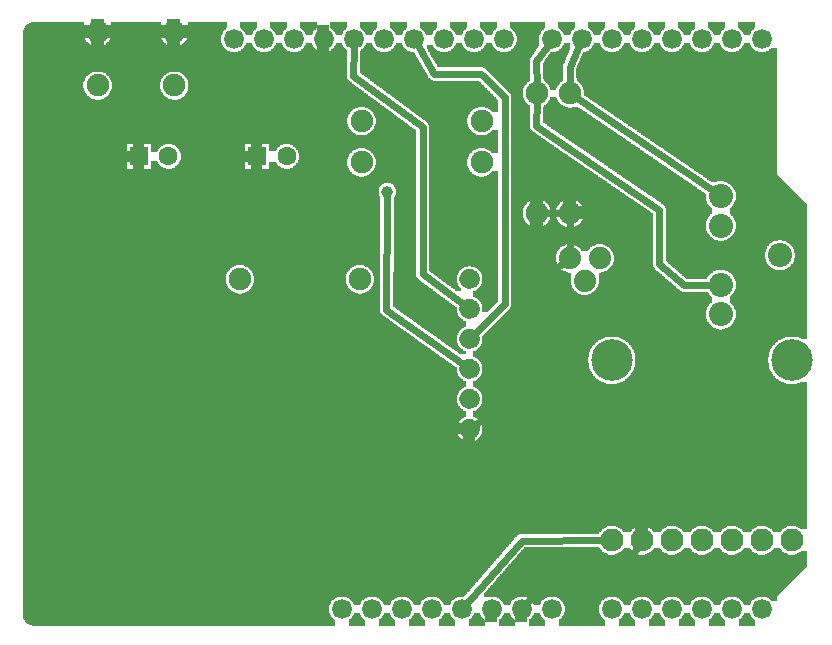
<source format=gbl>
G04 MADE WITH FRITZING*
G04 WWW.FRITZING.ORG*
G04 DOUBLE SIDED*
G04 HOLES PLATED*
G04 CONTOUR ON CENTER OF CONTOUR VECTOR*
%ASAXBY*%
%FSLAX23Y23*%
%MOIN*%
%OFA0B0*%
%SFA1.0B1.0*%
%ADD10C,0.075000*%
%ADD11C,0.138425*%
%ADD12C,0.076000*%
%ADD13C,0.039370*%
%ADD14C,0.062992*%
%ADD15C,0.066194*%
%ADD16C,0.066222*%
%ADD17C,0.065972*%
%ADD18C,0.080350*%
%ADD19C,0.074000*%
%ADD20R,0.062992X0.062992*%
%ADD21C,0.024000*%
%ADD22R,0.001000X0.001000*%
%LNCOPPER0*%
G90*
G70*
G54D10*
X655Y1895D03*
X1282Y1890D03*
X1737Y222D03*
X773Y1203D03*
X1173Y1203D03*
G54D11*
X2613Y933D03*
G54D12*
X2013Y333D03*
X2113Y333D03*
X2213Y333D03*
X2313Y333D03*
X2413Y333D03*
X2513Y333D03*
X2613Y333D03*
G54D11*
X2013Y933D03*
G54D10*
X1763Y1823D03*
X1763Y1423D03*
X1873Y1823D03*
X1873Y1423D03*
G54D13*
X1265Y1495D03*
G54D10*
X555Y1849D03*
X299Y1849D03*
X555Y2026D03*
X299Y2026D03*
X1179Y1593D03*
X1579Y1593D03*
X1179Y1731D03*
X1579Y1731D03*
G54D14*
X831Y1613D03*
X929Y1613D03*
X437Y1613D03*
X535Y1613D03*
G54D15*
X2113Y103D03*
X2213Y103D03*
X2313Y103D03*
X2413Y103D03*
X2513Y103D03*
G54D16*
X1653Y2003D03*
X1553Y2003D03*
X1453Y2003D03*
X1353Y2003D03*
X1253Y2003D03*
X1153Y2003D03*
X1053Y2003D03*
X953Y2003D03*
X853Y2003D03*
X753Y2003D03*
X2513Y2003D03*
X2413Y2003D03*
X2313Y2003D03*
X2213Y2003D03*
X2113Y2003D03*
X2013Y2003D03*
X1913Y2003D03*
X1813Y2003D03*
G54D15*
X1213Y103D03*
X1113Y103D03*
X1313Y103D03*
X1413Y103D03*
X1513Y103D03*
X1613Y103D03*
X1713Y103D03*
X1813Y103D03*
X2013Y103D03*
G54D17*
X1539Y1204D03*
X1539Y1104D03*
X1539Y1004D03*
X1539Y904D03*
X1539Y804D03*
X1539Y704D03*
G54D18*
X2573Y1283D03*
X2377Y1086D03*
X2377Y1185D03*
X2377Y1381D03*
X2377Y1480D03*
G54D19*
X1873Y1273D03*
X1923Y1198D03*
X1973Y1273D03*
G54D20*
X831Y1613D03*
X437Y1613D03*
G54D21*
X1422Y1887D02*
X1578Y1887D01*
D02*
X1578Y1887D02*
X1657Y1809D01*
D02*
X1657Y1809D02*
X1657Y1121D01*
D02*
X1657Y1121D02*
X1558Y1023D01*
D02*
X1369Y1977D02*
X1422Y1887D01*
D02*
X1383Y1710D02*
X1383Y1220D01*
D02*
X1383Y1220D02*
X1518Y1120D01*
D02*
X1151Y1882D02*
X1383Y1710D01*
D02*
X1153Y1973D02*
X1151Y1882D01*
D02*
X1262Y1102D02*
X1518Y919D01*
D02*
X1265Y1476D02*
X1262Y1102D01*
D02*
X2052Y234D02*
X1824Y234D01*
D02*
X1824Y234D02*
X1733Y126D01*
D02*
X2097Y307D02*
X2052Y234D01*
D02*
X2172Y1253D02*
X2172Y1434D01*
D02*
X1762Y1714D02*
X1763Y1794D01*
D02*
X2172Y1434D02*
X1762Y1714D01*
D02*
X2254Y1183D02*
X2172Y1253D01*
D02*
X2335Y1184D02*
X2254Y1183D01*
D02*
X1762Y1932D02*
X1796Y1978D01*
D02*
X1763Y1852D02*
X1762Y1932D01*
D02*
X1873Y1912D02*
X1873Y1852D01*
D02*
X1901Y1975D02*
X1873Y1912D01*
D02*
X1983Y333D02*
X1713Y332D01*
D02*
X1713Y332D02*
X1533Y126D01*
D02*
X1845Y1423D02*
X1792Y1423D01*
D02*
X1873Y1302D02*
X1873Y1394D01*
D02*
X1897Y1807D02*
X2343Y1503D01*
D02*
X1793Y874D02*
X1794Y1214D01*
D02*
X1562Y719D02*
X1793Y874D01*
D02*
X1794Y1214D02*
X1850Y1256D01*
G36*
X76Y2059D02*
X76Y2057D01*
X70Y2057D01*
X70Y2055D01*
X68Y2055D01*
X68Y2053D01*
X64Y2053D01*
X64Y2051D01*
X62Y2051D01*
X62Y2049D01*
X60Y2049D01*
X60Y2047D01*
X58Y2047D01*
X58Y2043D01*
X56Y2043D01*
X56Y2041D01*
X54Y2041D01*
X54Y2035D01*
X52Y2035D01*
X52Y1977D01*
X298Y1977D01*
X298Y1979D01*
X286Y1979D01*
X286Y1981D01*
X280Y1981D01*
X280Y1983D01*
X276Y1983D01*
X276Y1985D01*
X274Y1985D01*
X274Y1987D01*
X270Y1987D01*
X270Y1989D01*
X268Y1989D01*
X268Y1991D01*
X266Y1991D01*
X266Y1993D01*
X264Y1993D01*
X264Y1995D01*
X262Y1995D01*
X262Y1997D01*
X260Y1997D01*
X260Y2001D01*
X258Y2001D01*
X258Y2005D01*
X256Y2005D01*
X256Y2009D01*
X254Y2009D01*
X254Y2015D01*
X252Y2015D01*
X252Y2035D01*
X254Y2035D01*
X254Y2059D01*
X76Y2059D01*
G37*
D02*
G36*
X344Y2059D02*
X344Y2037D01*
X346Y2037D01*
X346Y2013D01*
X344Y2013D01*
X344Y2007D01*
X342Y2007D01*
X342Y2003D01*
X340Y2003D01*
X340Y1999D01*
X338Y1999D01*
X338Y1997D01*
X336Y1997D01*
X336Y1995D01*
X334Y1995D01*
X334Y1993D01*
X332Y1993D01*
X332Y1991D01*
X330Y1991D01*
X330Y1989D01*
X328Y1989D01*
X328Y1987D01*
X326Y1987D01*
X326Y1985D01*
X322Y1985D01*
X322Y1983D01*
X318Y1983D01*
X318Y1981D01*
X312Y1981D01*
X312Y1979D01*
X300Y1979D01*
X300Y1977D01*
X554Y1977D01*
X554Y1979D01*
X542Y1979D01*
X542Y1981D01*
X536Y1981D01*
X536Y1983D01*
X532Y1983D01*
X532Y1985D01*
X528Y1985D01*
X528Y1987D01*
X526Y1987D01*
X526Y1989D01*
X524Y1989D01*
X524Y1991D01*
X522Y1991D01*
X522Y1993D01*
X520Y1993D01*
X520Y1995D01*
X518Y1995D01*
X518Y1997D01*
X516Y1997D01*
X516Y2001D01*
X514Y2001D01*
X514Y2005D01*
X512Y2005D01*
X512Y2009D01*
X510Y2009D01*
X510Y2015D01*
X508Y2015D01*
X508Y2037D01*
X510Y2037D01*
X510Y2059D01*
X344Y2059D01*
G37*
D02*
G36*
X600Y2059D02*
X600Y2037D01*
X602Y2037D01*
X602Y2013D01*
X600Y2013D01*
X600Y2007D01*
X598Y2007D01*
X598Y2003D01*
X596Y2003D01*
X596Y1999D01*
X594Y1999D01*
X594Y1997D01*
X592Y1997D01*
X592Y1995D01*
X590Y1995D01*
X590Y1993D01*
X588Y1993D01*
X588Y1991D01*
X586Y1991D01*
X586Y1989D01*
X584Y1989D01*
X584Y1987D01*
X582Y1987D01*
X582Y1985D01*
X578Y1985D01*
X578Y1983D01*
X574Y1983D01*
X574Y1981D01*
X568Y1981D01*
X568Y1979D01*
X556Y1979D01*
X556Y1977D01*
X718Y1977D01*
X718Y1979D01*
X716Y1979D01*
X716Y1983D01*
X714Y1983D01*
X714Y1989D01*
X712Y1989D01*
X712Y1995D01*
X710Y1995D01*
X710Y2009D01*
X712Y2009D01*
X712Y2017D01*
X714Y2017D01*
X714Y2021D01*
X716Y2021D01*
X716Y2025D01*
X718Y2025D01*
X718Y2029D01*
X720Y2029D01*
X720Y2031D01*
X722Y2031D01*
X722Y2033D01*
X724Y2033D01*
X724Y2035D01*
X726Y2035D01*
X726Y2037D01*
X728Y2037D01*
X728Y2039D01*
X732Y2039D01*
X732Y2059D01*
X600Y2059D01*
G37*
D02*
G36*
X1674Y2059D02*
X1674Y2039D01*
X1678Y2039D01*
X1678Y2037D01*
X1680Y2037D01*
X1680Y2035D01*
X1682Y2035D01*
X1682Y2033D01*
X1684Y2033D01*
X1684Y2031D01*
X1686Y2031D01*
X1686Y2029D01*
X1688Y2029D01*
X1688Y2027D01*
X1690Y2027D01*
X1690Y2023D01*
X1692Y2023D01*
X1692Y2019D01*
X1694Y2019D01*
X1694Y2013D01*
X1696Y2013D01*
X1696Y1993D01*
X1694Y1993D01*
X1694Y1985D01*
X1692Y1985D01*
X1692Y1983D01*
X1690Y1983D01*
X1690Y1979D01*
X1688Y1979D01*
X1688Y1977D01*
X1686Y1977D01*
X1686Y1973D01*
X1684Y1973D01*
X1684Y1971D01*
X1682Y1971D01*
X1682Y1969D01*
X1678Y1969D01*
X1678Y1967D01*
X1676Y1967D01*
X1676Y1965D01*
X1672Y1965D01*
X1672Y1963D01*
X1668Y1963D01*
X1668Y1961D01*
X1660Y1961D01*
X1660Y1959D01*
X1756Y1959D01*
X1756Y1961D01*
X1758Y1961D01*
X1758Y1965D01*
X1760Y1965D01*
X1760Y1967D01*
X1762Y1967D01*
X1762Y1969D01*
X1764Y1969D01*
X1764Y1973D01*
X1766Y1973D01*
X1766Y1975D01*
X1768Y1975D01*
X1768Y1979D01*
X1770Y1979D01*
X1770Y2009D01*
X1772Y2009D01*
X1772Y2017D01*
X1774Y2017D01*
X1774Y2021D01*
X1776Y2021D01*
X1776Y2025D01*
X1778Y2025D01*
X1778Y2029D01*
X1780Y2029D01*
X1780Y2031D01*
X1782Y2031D01*
X1782Y2033D01*
X1784Y2033D01*
X1784Y2035D01*
X1786Y2035D01*
X1786Y2037D01*
X1788Y2037D01*
X1788Y2039D01*
X1792Y2039D01*
X1792Y2059D01*
X1674Y2059D01*
G37*
D02*
G36*
X794Y1989D02*
X794Y1985D01*
X792Y1985D01*
X792Y1983D01*
X790Y1983D01*
X790Y1979D01*
X788Y1979D01*
X788Y1977D01*
X786Y1977D01*
X786Y1973D01*
X784Y1973D01*
X784Y1971D01*
X782Y1971D01*
X782Y1969D01*
X778Y1969D01*
X778Y1967D01*
X776Y1967D01*
X776Y1965D01*
X772Y1965D01*
X772Y1963D01*
X768Y1963D01*
X768Y1961D01*
X760Y1961D01*
X760Y1959D01*
X848Y1959D01*
X848Y1961D01*
X840Y1961D01*
X840Y1963D01*
X834Y1963D01*
X834Y1965D01*
X832Y1965D01*
X832Y1967D01*
X828Y1967D01*
X828Y1969D01*
X826Y1969D01*
X826Y1971D01*
X824Y1971D01*
X824Y1973D01*
X822Y1973D01*
X822Y1975D01*
X820Y1975D01*
X820Y1977D01*
X818Y1977D01*
X818Y1979D01*
X816Y1979D01*
X816Y1983D01*
X814Y1983D01*
X814Y1989D01*
X794Y1989D01*
G37*
D02*
G36*
X894Y1989D02*
X894Y1985D01*
X892Y1985D01*
X892Y1983D01*
X890Y1983D01*
X890Y1979D01*
X888Y1979D01*
X888Y1975D01*
X886Y1975D01*
X886Y1973D01*
X884Y1973D01*
X884Y1971D01*
X882Y1971D01*
X882Y1969D01*
X878Y1969D01*
X878Y1967D01*
X876Y1967D01*
X876Y1965D01*
X872Y1965D01*
X872Y1963D01*
X868Y1963D01*
X868Y1961D01*
X860Y1961D01*
X860Y1959D01*
X948Y1959D01*
X948Y1961D01*
X940Y1961D01*
X940Y1963D01*
X934Y1963D01*
X934Y1965D01*
X932Y1965D01*
X932Y1967D01*
X928Y1967D01*
X928Y1969D01*
X926Y1969D01*
X926Y1971D01*
X924Y1971D01*
X924Y1973D01*
X922Y1973D01*
X922Y1975D01*
X920Y1975D01*
X920Y1977D01*
X918Y1977D01*
X918Y1979D01*
X916Y1979D01*
X916Y1983D01*
X914Y1983D01*
X914Y1989D01*
X894Y1989D01*
G37*
D02*
G36*
X994Y1989D02*
X994Y1985D01*
X992Y1985D01*
X992Y1983D01*
X990Y1983D01*
X990Y1979D01*
X988Y1979D01*
X988Y1975D01*
X986Y1975D01*
X986Y1973D01*
X984Y1973D01*
X984Y1971D01*
X982Y1971D01*
X982Y1969D01*
X978Y1969D01*
X978Y1967D01*
X976Y1967D01*
X976Y1965D01*
X972Y1965D01*
X972Y1963D01*
X968Y1963D01*
X968Y1961D01*
X960Y1961D01*
X960Y1959D01*
X1048Y1959D01*
X1048Y1961D01*
X1040Y1961D01*
X1040Y1963D01*
X1034Y1963D01*
X1034Y1965D01*
X1032Y1965D01*
X1032Y1967D01*
X1028Y1967D01*
X1028Y1969D01*
X1026Y1969D01*
X1026Y1971D01*
X1024Y1971D01*
X1024Y1973D01*
X1022Y1973D01*
X1022Y1975D01*
X1020Y1975D01*
X1020Y1977D01*
X1018Y1977D01*
X1018Y1979D01*
X1016Y1979D01*
X1016Y1983D01*
X1014Y1983D01*
X1014Y1989D01*
X994Y1989D01*
G37*
D02*
G36*
X1094Y1989D02*
X1094Y1985D01*
X1092Y1985D01*
X1092Y1983D01*
X1090Y1983D01*
X1090Y1979D01*
X1088Y1979D01*
X1088Y1975D01*
X1086Y1975D01*
X1086Y1973D01*
X1084Y1973D01*
X1084Y1971D01*
X1082Y1971D01*
X1082Y1969D01*
X1078Y1969D01*
X1078Y1967D01*
X1076Y1967D01*
X1076Y1965D01*
X1072Y1965D01*
X1072Y1963D01*
X1068Y1963D01*
X1068Y1961D01*
X1060Y1961D01*
X1060Y1959D01*
X1130Y1959D01*
X1130Y1967D01*
X1128Y1967D01*
X1128Y1969D01*
X1126Y1969D01*
X1126Y1971D01*
X1124Y1971D01*
X1124Y1973D01*
X1122Y1973D01*
X1122Y1975D01*
X1120Y1975D01*
X1120Y1977D01*
X1118Y1977D01*
X1118Y1979D01*
X1116Y1979D01*
X1116Y1983D01*
X1114Y1983D01*
X1114Y1989D01*
X1094Y1989D01*
G37*
D02*
G36*
X1494Y1989D02*
X1494Y1985D01*
X1492Y1985D01*
X1492Y1983D01*
X1490Y1983D01*
X1490Y1979D01*
X1488Y1979D01*
X1488Y1975D01*
X1486Y1975D01*
X1486Y1973D01*
X1484Y1973D01*
X1484Y1971D01*
X1482Y1971D01*
X1482Y1969D01*
X1478Y1969D01*
X1478Y1967D01*
X1476Y1967D01*
X1476Y1965D01*
X1472Y1965D01*
X1472Y1963D01*
X1468Y1963D01*
X1468Y1961D01*
X1460Y1961D01*
X1460Y1959D01*
X1548Y1959D01*
X1548Y1961D01*
X1540Y1961D01*
X1540Y1963D01*
X1534Y1963D01*
X1534Y1965D01*
X1532Y1965D01*
X1532Y1967D01*
X1528Y1967D01*
X1528Y1969D01*
X1526Y1969D01*
X1526Y1971D01*
X1524Y1971D01*
X1524Y1973D01*
X1522Y1973D01*
X1522Y1975D01*
X1520Y1975D01*
X1520Y1977D01*
X1518Y1977D01*
X1518Y1979D01*
X1516Y1979D01*
X1516Y1983D01*
X1514Y1983D01*
X1514Y1989D01*
X1494Y1989D01*
G37*
D02*
G36*
X1594Y1989D02*
X1594Y1985D01*
X1592Y1985D01*
X1592Y1981D01*
X1590Y1981D01*
X1590Y1979D01*
X1588Y1979D01*
X1588Y1975D01*
X1586Y1975D01*
X1586Y1973D01*
X1584Y1973D01*
X1584Y1971D01*
X1582Y1971D01*
X1582Y1969D01*
X1578Y1969D01*
X1578Y1967D01*
X1576Y1967D01*
X1576Y1965D01*
X1572Y1965D01*
X1572Y1963D01*
X1568Y1963D01*
X1568Y1961D01*
X1560Y1961D01*
X1560Y1959D01*
X1648Y1959D01*
X1648Y1961D01*
X1640Y1961D01*
X1640Y1963D01*
X1634Y1963D01*
X1634Y1965D01*
X1632Y1965D01*
X1632Y1967D01*
X1628Y1967D01*
X1628Y1969D01*
X1626Y1969D01*
X1626Y1971D01*
X1624Y1971D01*
X1624Y1973D01*
X1622Y1973D01*
X1622Y1975D01*
X1620Y1975D01*
X1620Y1977D01*
X1618Y1977D01*
X1618Y1979D01*
X1616Y1979D01*
X1616Y1983D01*
X1614Y1983D01*
X1614Y1989D01*
X1594Y1989D01*
G37*
D02*
G36*
X1954Y1989D02*
X1954Y1985D01*
X1952Y1985D01*
X1952Y1981D01*
X1950Y1981D01*
X1950Y1979D01*
X1948Y1979D01*
X1948Y1975D01*
X1946Y1975D01*
X1946Y1973D01*
X1944Y1973D01*
X1944Y1971D01*
X1942Y1971D01*
X1942Y1969D01*
X1938Y1969D01*
X1938Y1967D01*
X1936Y1967D01*
X1936Y1965D01*
X1932Y1965D01*
X1932Y1963D01*
X1928Y1963D01*
X1928Y1961D01*
X1920Y1961D01*
X1920Y1959D01*
X2008Y1959D01*
X2008Y1961D01*
X2000Y1961D01*
X2000Y1963D01*
X1994Y1963D01*
X1994Y1965D01*
X1992Y1965D01*
X1992Y1967D01*
X1988Y1967D01*
X1988Y1969D01*
X1986Y1969D01*
X1986Y1971D01*
X1984Y1971D01*
X1984Y1973D01*
X1982Y1973D01*
X1982Y1975D01*
X1980Y1975D01*
X1980Y1977D01*
X1978Y1977D01*
X1978Y1979D01*
X1976Y1979D01*
X1976Y1983D01*
X1974Y1983D01*
X1974Y1989D01*
X1954Y1989D01*
G37*
D02*
G36*
X2054Y1989D02*
X2054Y1985D01*
X2052Y1985D01*
X2052Y1981D01*
X2050Y1981D01*
X2050Y1979D01*
X2048Y1979D01*
X2048Y1975D01*
X2046Y1975D01*
X2046Y1973D01*
X2044Y1973D01*
X2044Y1971D01*
X2042Y1971D01*
X2042Y1969D01*
X2038Y1969D01*
X2038Y1967D01*
X2036Y1967D01*
X2036Y1965D01*
X2032Y1965D01*
X2032Y1963D01*
X2028Y1963D01*
X2028Y1961D01*
X2020Y1961D01*
X2020Y1959D01*
X2108Y1959D01*
X2108Y1961D01*
X2100Y1961D01*
X2100Y1963D01*
X2094Y1963D01*
X2094Y1965D01*
X2092Y1965D01*
X2092Y1967D01*
X2088Y1967D01*
X2088Y1969D01*
X2086Y1969D01*
X2086Y1971D01*
X2084Y1971D01*
X2084Y1973D01*
X2082Y1973D01*
X2082Y1975D01*
X2080Y1975D01*
X2080Y1977D01*
X2078Y1977D01*
X2078Y1979D01*
X2076Y1979D01*
X2076Y1983D01*
X2074Y1983D01*
X2074Y1989D01*
X2054Y1989D01*
G37*
D02*
G36*
X2154Y1989D02*
X2154Y1985D01*
X2152Y1985D01*
X2152Y1983D01*
X2150Y1983D01*
X2150Y1979D01*
X2148Y1979D01*
X2148Y1975D01*
X2146Y1975D01*
X2146Y1973D01*
X2144Y1973D01*
X2144Y1971D01*
X2142Y1971D01*
X2142Y1969D01*
X2138Y1969D01*
X2138Y1967D01*
X2136Y1967D01*
X2136Y1965D01*
X2132Y1965D01*
X2132Y1963D01*
X2128Y1963D01*
X2128Y1961D01*
X2120Y1961D01*
X2120Y1959D01*
X2208Y1959D01*
X2208Y1961D01*
X2200Y1961D01*
X2200Y1963D01*
X2194Y1963D01*
X2194Y1965D01*
X2192Y1965D01*
X2192Y1967D01*
X2188Y1967D01*
X2188Y1969D01*
X2186Y1969D01*
X2186Y1971D01*
X2184Y1971D01*
X2184Y1973D01*
X2182Y1973D01*
X2182Y1975D01*
X2180Y1975D01*
X2180Y1977D01*
X2178Y1977D01*
X2178Y1979D01*
X2176Y1979D01*
X2176Y1983D01*
X2174Y1983D01*
X2174Y1989D01*
X2154Y1989D01*
G37*
D02*
G36*
X2254Y1989D02*
X2254Y1985D01*
X2252Y1985D01*
X2252Y1983D01*
X2250Y1983D01*
X2250Y1979D01*
X2248Y1979D01*
X2248Y1977D01*
X2246Y1977D01*
X2246Y1973D01*
X2244Y1973D01*
X2244Y1971D01*
X2242Y1971D01*
X2242Y1969D01*
X2238Y1969D01*
X2238Y1967D01*
X2236Y1967D01*
X2236Y1965D01*
X2232Y1965D01*
X2232Y1963D01*
X2228Y1963D01*
X2228Y1961D01*
X2220Y1961D01*
X2220Y1959D01*
X2308Y1959D01*
X2308Y1961D01*
X2300Y1961D01*
X2300Y1963D01*
X2294Y1963D01*
X2294Y1965D01*
X2292Y1965D01*
X2292Y1967D01*
X2288Y1967D01*
X2288Y1969D01*
X2286Y1969D01*
X2286Y1971D01*
X2284Y1971D01*
X2284Y1973D01*
X2282Y1973D01*
X2282Y1975D01*
X2280Y1975D01*
X2280Y1977D01*
X2278Y1977D01*
X2278Y1979D01*
X2276Y1979D01*
X2276Y1983D01*
X2274Y1983D01*
X2274Y1989D01*
X2254Y1989D01*
G37*
D02*
G36*
X2354Y1989D02*
X2354Y1985D01*
X2352Y1985D01*
X2352Y1981D01*
X2350Y1981D01*
X2350Y1979D01*
X2348Y1979D01*
X2348Y1975D01*
X2346Y1975D01*
X2346Y1973D01*
X2344Y1973D01*
X2344Y1971D01*
X2342Y1971D01*
X2342Y1969D01*
X2338Y1969D01*
X2338Y1967D01*
X2336Y1967D01*
X2336Y1965D01*
X2332Y1965D01*
X2332Y1963D01*
X2328Y1963D01*
X2328Y1961D01*
X2320Y1961D01*
X2320Y1959D01*
X2408Y1959D01*
X2408Y1961D01*
X2400Y1961D01*
X2400Y1963D01*
X2394Y1963D01*
X2394Y1965D01*
X2392Y1965D01*
X2392Y1967D01*
X2388Y1967D01*
X2388Y1969D01*
X2386Y1969D01*
X2386Y1971D01*
X2384Y1971D01*
X2384Y1973D01*
X2382Y1973D01*
X2382Y1975D01*
X2380Y1975D01*
X2380Y1977D01*
X2378Y1977D01*
X2378Y1979D01*
X2376Y1979D01*
X2376Y1983D01*
X2374Y1983D01*
X2374Y1989D01*
X2354Y1989D01*
G37*
D02*
G36*
X2454Y1989D02*
X2454Y1985D01*
X2452Y1985D01*
X2452Y1981D01*
X2450Y1981D01*
X2450Y1979D01*
X2448Y1979D01*
X2448Y1975D01*
X2446Y1975D01*
X2446Y1973D01*
X2444Y1973D01*
X2444Y1971D01*
X2442Y1971D01*
X2442Y1969D01*
X2438Y1969D01*
X2438Y1967D01*
X2436Y1967D01*
X2436Y1965D01*
X2432Y1965D01*
X2432Y1963D01*
X2428Y1963D01*
X2428Y1961D01*
X2420Y1961D01*
X2420Y1959D01*
X2508Y1959D01*
X2508Y1961D01*
X2500Y1961D01*
X2500Y1963D01*
X2494Y1963D01*
X2494Y1965D01*
X2492Y1965D01*
X2492Y1967D01*
X2488Y1967D01*
X2488Y1969D01*
X2486Y1969D01*
X2486Y1971D01*
X2484Y1971D01*
X2484Y1973D01*
X2482Y1973D01*
X2482Y1975D01*
X2480Y1975D01*
X2480Y1977D01*
X2478Y1977D01*
X2478Y1979D01*
X2476Y1979D01*
X2476Y1983D01*
X2474Y1983D01*
X2474Y1989D01*
X2454Y1989D01*
G37*
D02*
G36*
X1396Y1983D02*
X1396Y1973D01*
X1398Y1973D01*
X1398Y1969D01*
X1400Y1969D01*
X1400Y1965D01*
X1402Y1965D01*
X1402Y1961D01*
X1404Y1961D01*
X1404Y1959D01*
X1448Y1959D01*
X1448Y1961D01*
X1440Y1961D01*
X1440Y1963D01*
X1434Y1963D01*
X1434Y1965D01*
X1432Y1965D01*
X1432Y1967D01*
X1428Y1967D01*
X1428Y1969D01*
X1426Y1969D01*
X1426Y1971D01*
X1424Y1971D01*
X1424Y1973D01*
X1422Y1973D01*
X1422Y1975D01*
X1420Y1975D01*
X1420Y1977D01*
X1418Y1977D01*
X1418Y1979D01*
X1416Y1979D01*
X1416Y1983D01*
X1396Y1983D01*
G37*
D02*
G36*
X52Y1977D02*
X52Y1975D01*
X720Y1975D01*
X720Y1977D01*
X52Y1977D01*
G37*
D02*
G36*
X52Y1977D02*
X52Y1975D01*
X720Y1975D01*
X720Y1977D01*
X52Y1977D01*
G37*
D02*
G36*
X52Y1977D02*
X52Y1975D01*
X720Y1975D01*
X720Y1977D01*
X52Y1977D01*
G37*
D02*
G36*
X52Y1975D02*
X52Y1959D01*
X748Y1959D01*
X748Y1961D01*
X740Y1961D01*
X740Y1963D01*
X734Y1963D01*
X734Y1965D01*
X732Y1965D01*
X732Y1967D01*
X728Y1967D01*
X728Y1969D01*
X726Y1969D01*
X726Y1971D01*
X724Y1971D01*
X724Y1973D01*
X722Y1973D01*
X722Y1975D01*
X52Y1975D01*
G37*
D02*
G36*
X2544Y1973D02*
X2544Y1971D01*
X2542Y1971D01*
X2542Y1969D01*
X2538Y1969D01*
X2538Y1967D01*
X2536Y1967D01*
X2536Y1965D01*
X2532Y1965D01*
X2532Y1963D01*
X2528Y1963D01*
X2528Y1961D01*
X2520Y1961D01*
X2520Y1959D01*
X2564Y1959D01*
X2564Y1973D01*
X2544Y1973D01*
G37*
D02*
G36*
X52Y1959D02*
X52Y1957D01*
X1130Y1957D01*
X1130Y1959D01*
X52Y1959D01*
G37*
D02*
G36*
X52Y1959D02*
X52Y1957D01*
X1130Y1957D01*
X1130Y1959D01*
X52Y1959D01*
G37*
D02*
G36*
X52Y1959D02*
X52Y1957D01*
X1130Y1957D01*
X1130Y1959D01*
X52Y1959D01*
G37*
D02*
G36*
X52Y1959D02*
X52Y1957D01*
X1130Y1957D01*
X1130Y1959D01*
X52Y1959D01*
G37*
D02*
G36*
X52Y1959D02*
X52Y1957D01*
X1130Y1957D01*
X1130Y1959D01*
X52Y1959D01*
G37*
D02*
G36*
X1406Y1959D02*
X1406Y1957D01*
X1754Y1957D01*
X1754Y1959D01*
X1406Y1959D01*
G37*
D02*
G36*
X1406Y1959D02*
X1406Y1957D01*
X1754Y1957D01*
X1754Y1959D01*
X1406Y1959D01*
G37*
D02*
G36*
X1406Y1959D02*
X1406Y1957D01*
X1754Y1957D01*
X1754Y1959D01*
X1406Y1959D01*
G37*
D02*
G36*
X1406Y1959D02*
X1406Y1957D01*
X1754Y1957D01*
X1754Y1959D01*
X1406Y1959D01*
G37*
D02*
G36*
X1918Y1959D02*
X1918Y1957D01*
X2564Y1957D01*
X2564Y1959D01*
X1918Y1959D01*
G37*
D02*
G36*
X1918Y1959D02*
X1918Y1957D01*
X2564Y1957D01*
X2564Y1959D01*
X1918Y1959D01*
G37*
D02*
G36*
X1918Y1959D02*
X1918Y1957D01*
X2564Y1957D01*
X2564Y1959D01*
X1918Y1959D01*
G37*
D02*
G36*
X1918Y1959D02*
X1918Y1957D01*
X2564Y1957D01*
X2564Y1959D01*
X1918Y1959D01*
G37*
D02*
G36*
X1918Y1959D02*
X1918Y1957D01*
X2564Y1957D01*
X2564Y1959D01*
X1918Y1959D01*
G37*
D02*
G36*
X1918Y1959D02*
X1918Y1957D01*
X2564Y1957D01*
X2564Y1959D01*
X1918Y1959D01*
G37*
D02*
G36*
X1918Y1959D02*
X1918Y1957D01*
X2564Y1957D01*
X2564Y1959D01*
X1918Y1959D01*
G37*
D02*
G36*
X52Y1957D02*
X52Y1895D01*
X568Y1895D01*
X568Y1893D01*
X574Y1893D01*
X574Y1891D01*
X578Y1891D01*
X578Y1889D01*
X580Y1889D01*
X580Y1887D01*
X584Y1887D01*
X584Y1885D01*
X586Y1885D01*
X586Y1883D01*
X588Y1883D01*
X588Y1881D01*
X590Y1881D01*
X590Y1879D01*
X592Y1879D01*
X592Y1877D01*
X594Y1877D01*
X594Y1873D01*
X596Y1873D01*
X596Y1871D01*
X598Y1871D01*
X598Y1867D01*
X600Y1867D01*
X600Y1859D01*
X602Y1859D01*
X602Y1837D01*
X600Y1837D01*
X600Y1831D01*
X598Y1831D01*
X598Y1827D01*
X596Y1827D01*
X596Y1823D01*
X594Y1823D01*
X594Y1819D01*
X592Y1819D01*
X592Y1817D01*
X590Y1817D01*
X590Y1815D01*
X588Y1815D01*
X588Y1813D01*
X586Y1813D01*
X586Y1811D01*
X582Y1811D01*
X582Y1809D01*
X580Y1809D01*
X580Y1807D01*
X576Y1807D01*
X576Y1805D01*
X572Y1805D01*
X572Y1803D01*
X566Y1803D01*
X566Y1801D01*
X1222Y1801D01*
X1222Y1803D01*
X1218Y1803D01*
X1218Y1805D01*
X1216Y1805D01*
X1216Y1807D01*
X1212Y1807D01*
X1212Y1809D01*
X1210Y1809D01*
X1210Y1811D01*
X1208Y1811D01*
X1208Y1813D01*
X1204Y1813D01*
X1204Y1815D01*
X1202Y1815D01*
X1202Y1817D01*
X1200Y1817D01*
X1200Y1819D01*
X1196Y1819D01*
X1196Y1821D01*
X1194Y1821D01*
X1194Y1823D01*
X1192Y1823D01*
X1192Y1825D01*
X1188Y1825D01*
X1188Y1827D01*
X1186Y1827D01*
X1186Y1829D01*
X1184Y1829D01*
X1184Y1831D01*
X1180Y1831D01*
X1180Y1833D01*
X1178Y1833D01*
X1178Y1835D01*
X1176Y1835D01*
X1176Y1837D01*
X1172Y1837D01*
X1172Y1839D01*
X1170Y1839D01*
X1170Y1841D01*
X1168Y1841D01*
X1168Y1843D01*
X1164Y1843D01*
X1164Y1845D01*
X1162Y1845D01*
X1162Y1847D01*
X1158Y1847D01*
X1158Y1849D01*
X1156Y1849D01*
X1156Y1851D01*
X1154Y1851D01*
X1154Y1853D01*
X1150Y1853D01*
X1150Y1855D01*
X1148Y1855D01*
X1148Y1857D01*
X1146Y1857D01*
X1146Y1859D01*
X1142Y1859D01*
X1142Y1861D01*
X1140Y1861D01*
X1140Y1863D01*
X1138Y1863D01*
X1138Y1865D01*
X1136Y1865D01*
X1136Y1867D01*
X1134Y1867D01*
X1134Y1869D01*
X1132Y1869D01*
X1132Y1873D01*
X1130Y1873D01*
X1130Y1957D01*
X52Y1957D01*
G37*
D02*
G36*
X1406Y1957D02*
X1406Y1955D01*
X1408Y1955D01*
X1408Y1951D01*
X1410Y1951D01*
X1410Y1949D01*
X1412Y1949D01*
X1412Y1945D01*
X1414Y1945D01*
X1414Y1941D01*
X1416Y1941D01*
X1416Y1939D01*
X1418Y1939D01*
X1418Y1935D01*
X1420Y1935D01*
X1420Y1931D01*
X1422Y1931D01*
X1422Y1929D01*
X1424Y1929D01*
X1424Y1925D01*
X1426Y1925D01*
X1426Y1921D01*
X1428Y1921D01*
X1428Y1919D01*
X1430Y1919D01*
X1430Y1915D01*
X1432Y1915D01*
X1432Y1911D01*
X1434Y1911D01*
X1434Y1909D01*
X1584Y1909D01*
X1584Y1907D01*
X1590Y1907D01*
X1590Y1905D01*
X1592Y1905D01*
X1592Y1903D01*
X1594Y1903D01*
X1594Y1901D01*
X1596Y1901D01*
X1596Y1899D01*
X1598Y1899D01*
X1598Y1897D01*
X1600Y1897D01*
X1600Y1895D01*
X1602Y1895D01*
X1602Y1893D01*
X1604Y1893D01*
X1604Y1891D01*
X1606Y1891D01*
X1606Y1889D01*
X1608Y1889D01*
X1608Y1887D01*
X1610Y1887D01*
X1610Y1885D01*
X1612Y1885D01*
X1612Y1883D01*
X1614Y1883D01*
X1614Y1881D01*
X1616Y1881D01*
X1616Y1879D01*
X1618Y1879D01*
X1618Y1877D01*
X1620Y1877D01*
X1620Y1875D01*
X1622Y1875D01*
X1622Y1873D01*
X1624Y1873D01*
X1624Y1871D01*
X1626Y1871D01*
X1626Y1869D01*
X1628Y1869D01*
X1628Y1867D01*
X1630Y1867D01*
X1630Y1865D01*
X1632Y1865D01*
X1632Y1863D01*
X1634Y1863D01*
X1634Y1861D01*
X1636Y1861D01*
X1636Y1859D01*
X1638Y1859D01*
X1638Y1857D01*
X1640Y1857D01*
X1640Y1855D01*
X1642Y1855D01*
X1642Y1853D01*
X1644Y1853D01*
X1644Y1851D01*
X1646Y1851D01*
X1646Y1849D01*
X1648Y1849D01*
X1648Y1847D01*
X1650Y1847D01*
X1650Y1845D01*
X1652Y1845D01*
X1652Y1843D01*
X1654Y1843D01*
X1654Y1841D01*
X1656Y1841D01*
X1656Y1839D01*
X1658Y1839D01*
X1658Y1837D01*
X1660Y1837D01*
X1660Y1835D01*
X1662Y1835D01*
X1662Y1833D01*
X1664Y1833D01*
X1664Y1831D01*
X1666Y1831D01*
X1666Y1829D01*
X1668Y1829D01*
X1668Y1827D01*
X1670Y1827D01*
X1670Y1825D01*
X1672Y1825D01*
X1672Y1823D01*
X1674Y1823D01*
X1674Y1821D01*
X1676Y1821D01*
X1676Y1817D01*
X1678Y1817D01*
X1678Y1471D01*
X1876Y1471D01*
X1876Y1469D01*
X1886Y1469D01*
X1886Y1467D01*
X1892Y1467D01*
X1892Y1465D01*
X1896Y1465D01*
X1896Y1463D01*
X1900Y1463D01*
X1900Y1461D01*
X1902Y1461D01*
X1902Y1459D01*
X1904Y1459D01*
X1904Y1457D01*
X1908Y1457D01*
X1908Y1453D01*
X1910Y1453D01*
X1910Y1451D01*
X1912Y1451D01*
X1912Y1449D01*
X1914Y1449D01*
X1914Y1445D01*
X1916Y1445D01*
X1916Y1441D01*
X1918Y1441D01*
X1918Y1435D01*
X1920Y1435D01*
X1920Y1411D01*
X1918Y1411D01*
X1918Y1403D01*
X1916Y1403D01*
X1916Y1401D01*
X1914Y1401D01*
X1914Y1397D01*
X1912Y1397D01*
X1912Y1393D01*
X1910Y1393D01*
X1910Y1391D01*
X1908Y1391D01*
X1908Y1389D01*
X1906Y1389D01*
X1906Y1387D01*
X1904Y1387D01*
X1904Y1385D01*
X1900Y1385D01*
X1900Y1383D01*
X1898Y1383D01*
X1898Y1381D01*
X1894Y1381D01*
X1894Y1379D01*
X1890Y1379D01*
X1890Y1377D01*
X1882Y1377D01*
X1882Y1375D01*
X2150Y1375D01*
X2150Y1423D01*
X2148Y1423D01*
X2148Y1425D01*
X2144Y1425D01*
X2144Y1427D01*
X2142Y1427D01*
X2142Y1429D01*
X2138Y1429D01*
X2138Y1431D01*
X2136Y1431D01*
X2136Y1433D01*
X2132Y1433D01*
X2132Y1435D01*
X2130Y1435D01*
X2130Y1437D01*
X2128Y1437D01*
X2128Y1439D01*
X2124Y1439D01*
X2124Y1441D01*
X2122Y1441D01*
X2122Y1443D01*
X2118Y1443D01*
X2118Y1445D01*
X2116Y1445D01*
X2116Y1447D01*
X2112Y1447D01*
X2112Y1449D01*
X2110Y1449D01*
X2110Y1451D01*
X2106Y1451D01*
X2106Y1453D01*
X2104Y1453D01*
X2104Y1455D01*
X2100Y1455D01*
X2100Y1457D01*
X2098Y1457D01*
X2098Y1459D01*
X2094Y1459D01*
X2094Y1461D01*
X2092Y1461D01*
X2092Y1463D01*
X2088Y1463D01*
X2088Y1465D01*
X2086Y1465D01*
X2086Y1467D01*
X2084Y1467D01*
X2084Y1469D01*
X2080Y1469D01*
X2080Y1471D01*
X2078Y1471D01*
X2078Y1473D01*
X2074Y1473D01*
X2074Y1475D01*
X2072Y1475D01*
X2072Y1477D01*
X2068Y1477D01*
X2068Y1479D01*
X2066Y1479D01*
X2066Y1481D01*
X2062Y1481D01*
X2062Y1483D01*
X2060Y1483D01*
X2060Y1485D01*
X2056Y1485D01*
X2056Y1487D01*
X2054Y1487D01*
X2054Y1489D01*
X2050Y1489D01*
X2050Y1491D01*
X2048Y1491D01*
X2048Y1493D01*
X2046Y1493D01*
X2046Y1495D01*
X2042Y1495D01*
X2042Y1497D01*
X2040Y1497D01*
X2040Y1499D01*
X2036Y1499D01*
X2036Y1501D01*
X2034Y1501D01*
X2034Y1503D01*
X2030Y1503D01*
X2030Y1505D01*
X2028Y1505D01*
X2028Y1507D01*
X2024Y1507D01*
X2024Y1509D01*
X2022Y1509D01*
X2022Y1511D01*
X2018Y1511D01*
X2018Y1513D01*
X2016Y1513D01*
X2016Y1515D01*
X2012Y1515D01*
X2012Y1517D01*
X2010Y1517D01*
X2010Y1519D01*
X2006Y1519D01*
X2006Y1521D01*
X2004Y1521D01*
X2004Y1523D01*
X2002Y1523D01*
X2002Y1525D01*
X1998Y1525D01*
X1998Y1527D01*
X1996Y1527D01*
X1996Y1529D01*
X1992Y1529D01*
X1992Y1531D01*
X1990Y1531D01*
X1990Y1533D01*
X1986Y1533D01*
X1986Y1535D01*
X1984Y1535D01*
X1984Y1537D01*
X1980Y1537D01*
X1980Y1539D01*
X1978Y1539D01*
X1978Y1541D01*
X1974Y1541D01*
X1974Y1543D01*
X1972Y1543D01*
X1972Y1545D01*
X1968Y1545D01*
X1968Y1547D01*
X1966Y1547D01*
X1966Y1549D01*
X1964Y1549D01*
X1964Y1551D01*
X1960Y1551D01*
X1960Y1553D01*
X1958Y1553D01*
X1958Y1555D01*
X1954Y1555D01*
X1954Y1557D01*
X1952Y1557D01*
X1952Y1559D01*
X1948Y1559D01*
X1948Y1561D01*
X1946Y1561D01*
X1946Y1563D01*
X1942Y1563D01*
X1942Y1565D01*
X1940Y1565D01*
X1940Y1567D01*
X1936Y1567D01*
X1936Y1569D01*
X1934Y1569D01*
X1934Y1571D01*
X1930Y1571D01*
X1930Y1573D01*
X1928Y1573D01*
X1928Y1575D01*
X1924Y1575D01*
X1924Y1577D01*
X1922Y1577D01*
X1922Y1579D01*
X1920Y1579D01*
X1920Y1581D01*
X1916Y1581D01*
X1916Y1583D01*
X1914Y1583D01*
X1914Y1585D01*
X1910Y1585D01*
X1910Y1587D01*
X1908Y1587D01*
X1908Y1589D01*
X1904Y1589D01*
X1904Y1591D01*
X1902Y1591D01*
X1902Y1593D01*
X1898Y1593D01*
X1898Y1595D01*
X1896Y1595D01*
X1896Y1597D01*
X1892Y1597D01*
X1892Y1599D01*
X1890Y1599D01*
X1890Y1601D01*
X1886Y1601D01*
X1886Y1603D01*
X1884Y1603D01*
X1884Y1605D01*
X1880Y1605D01*
X1880Y1607D01*
X1878Y1607D01*
X1878Y1609D01*
X1876Y1609D01*
X1876Y1611D01*
X1872Y1611D01*
X1872Y1613D01*
X1870Y1613D01*
X1870Y1615D01*
X1866Y1615D01*
X1866Y1617D01*
X1864Y1617D01*
X1864Y1619D01*
X1860Y1619D01*
X1860Y1621D01*
X1858Y1621D01*
X1858Y1623D01*
X1854Y1623D01*
X1854Y1625D01*
X1852Y1625D01*
X1852Y1627D01*
X1848Y1627D01*
X1848Y1629D01*
X1846Y1629D01*
X1846Y1631D01*
X1842Y1631D01*
X1842Y1633D01*
X1840Y1633D01*
X1840Y1635D01*
X1838Y1635D01*
X1838Y1637D01*
X1834Y1637D01*
X1834Y1639D01*
X1832Y1639D01*
X1832Y1641D01*
X1828Y1641D01*
X1828Y1643D01*
X1826Y1643D01*
X1826Y1645D01*
X1822Y1645D01*
X1822Y1647D01*
X1820Y1647D01*
X1820Y1649D01*
X1816Y1649D01*
X1816Y1651D01*
X1814Y1651D01*
X1814Y1653D01*
X1810Y1653D01*
X1810Y1655D01*
X1808Y1655D01*
X1808Y1657D01*
X1804Y1657D01*
X1804Y1659D01*
X1802Y1659D01*
X1802Y1661D01*
X1798Y1661D01*
X1798Y1663D01*
X1796Y1663D01*
X1796Y1665D01*
X1794Y1665D01*
X1794Y1667D01*
X1790Y1667D01*
X1790Y1669D01*
X1788Y1669D01*
X1788Y1671D01*
X1784Y1671D01*
X1784Y1673D01*
X1782Y1673D01*
X1782Y1675D01*
X1778Y1675D01*
X1778Y1677D01*
X1776Y1677D01*
X1776Y1679D01*
X1772Y1679D01*
X1772Y1681D01*
X1770Y1681D01*
X1770Y1683D01*
X1766Y1683D01*
X1766Y1685D01*
X1764Y1685D01*
X1764Y1687D01*
X1760Y1687D01*
X1760Y1689D01*
X1758Y1689D01*
X1758Y1691D01*
X1756Y1691D01*
X1756Y1693D01*
X1752Y1693D01*
X1752Y1695D01*
X1750Y1695D01*
X1750Y1697D01*
X1746Y1697D01*
X1746Y1701D01*
X1744Y1701D01*
X1744Y1703D01*
X1742Y1703D01*
X1742Y1709D01*
X1740Y1709D01*
X1740Y1783D01*
X1736Y1783D01*
X1736Y1785D01*
X1734Y1785D01*
X1734Y1787D01*
X1732Y1787D01*
X1732Y1789D01*
X1730Y1789D01*
X1730Y1791D01*
X1728Y1791D01*
X1728Y1793D01*
X1726Y1793D01*
X1726Y1795D01*
X1724Y1795D01*
X1724Y1799D01*
X1722Y1799D01*
X1722Y1801D01*
X1720Y1801D01*
X1720Y1807D01*
X1718Y1807D01*
X1718Y1813D01*
X1716Y1813D01*
X1716Y1833D01*
X1718Y1833D01*
X1718Y1839D01*
X1720Y1839D01*
X1720Y1843D01*
X1722Y1843D01*
X1722Y1847D01*
X1724Y1847D01*
X1724Y1851D01*
X1726Y1851D01*
X1726Y1853D01*
X1728Y1853D01*
X1728Y1855D01*
X1730Y1855D01*
X1730Y1857D01*
X1732Y1857D01*
X1732Y1859D01*
X1734Y1859D01*
X1734Y1861D01*
X1738Y1861D01*
X1738Y1863D01*
X1740Y1863D01*
X1740Y1937D01*
X1742Y1937D01*
X1742Y1941D01*
X1744Y1941D01*
X1744Y1945D01*
X1746Y1945D01*
X1746Y1947D01*
X1748Y1947D01*
X1748Y1951D01*
X1750Y1951D01*
X1750Y1953D01*
X1752Y1953D01*
X1752Y1955D01*
X1754Y1955D01*
X1754Y1957D01*
X1406Y1957D01*
G37*
D02*
G36*
X1916Y1957D02*
X1916Y1953D01*
X1914Y1953D01*
X1914Y1947D01*
X1912Y1947D01*
X1912Y1943D01*
X1910Y1943D01*
X1910Y1939D01*
X1908Y1939D01*
X1908Y1935D01*
X1906Y1935D01*
X1906Y1929D01*
X1904Y1929D01*
X1904Y1925D01*
X1902Y1925D01*
X1902Y1921D01*
X1900Y1921D01*
X1900Y1917D01*
X1898Y1917D01*
X1898Y1913D01*
X1896Y1913D01*
X1896Y1907D01*
X1894Y1907D01*
X1894Y1873D01*
X1896Y1873D01*
X1896Y1863D01*
X1900Y1863D01*
X1900Y1861D01*
X1902Y1861D01*
X1902Y1859D01*
X1904Y1859D01*
X1904Y1857D01*
X1908Y1857D01*
X1908Y1853D01*
X1910Y1853D01*
X1910Y1851D01*
X1912Y1851D01*
X1912Y1849D01*
X1914Y1849D01*
X1914Y1845D01*
X1916Y1845D01*
X1916Y1841D01*
X1918Y1841D01*
X1918Y1835D01*
X1920Y1835D01*
X1920Y1817D01*
X1922Y1817D01*
X1922Y1815D01*
X1926Y1815D01*
X1926Y1813D01*
X1928Y1813D01*
X1928Y1811D01*
X1932Y1811D01*
X1932Y1809D01*
X1934Y1809D01*
X1934Y1807D01*
X1936Y1807D01*
X1936Y1805D01*
X1940Y1805D01*
X1940Y1803D01*
X1942Y1803D01*
X1942Y1801D01*
X1946Y1801D01*
X1946Y1799D01*
X1948Y1799D01*
X1948Y1797D01*
X1952Y1797D01*
X1952Y1795D01*
X1954Y1795D01*
X1954Y1793D01*
X1958Y1793D01*
X1958Y1791D01*
X1960Y1791D01*
X1960Y1789D01*
X1964Y1789D01*
X1964Y1787D01*
X1966Y1787D01*
X1966Y1785D01*
X1970Y1785D01*
X1970Y1783D01*
X1972Y1783D01*
X1972Y1781D01*
X1974Y1781D01*
X1974Y1779D01*
X1978Y1779D01*
X1978Y1777D01*
X1980Y1777D01*
X1980Y1775D01*
X1984Y1775D01*
X1984Y1773D01*
X1986Y1773D01*
X1986Y1771D01*
X1990Y1771D01*
X1990Y1769D01*
X1992Y1769D01*
X1992Y1767D01*
X1996Y1767D01*
X1996Y1765D01*
X1998Y1765D01*
X1998Y1763D01*
X2002Y1763D01*
X2002Y1761D01*
X2004Y1761D01*
X2004Y1759D01*
X2008Y1759D01*
X2008Y1757D01*
X2010Y1757D01*
X2010Y1755D01*
X2014Y1755D01*
X2014Y1753D01*
X2016Y1753D01*
X2016Y1751D01*
X2018Y1751D01*
X2018Y1749D01*
X2022Y1749D01*
X2022Y1747D01*
X2024Y1747D01*
X2024Y1745D01*
X2028Y1745D01*
X2028Y1743D01*
X2030Y1743D01*
X2030Y1741D01*
X2034Y1741D01*
X2034Y1739D01*
X2036Y1739D01*
X2036Y1737D01*
X2040Y1737D01*
X2040Y1735D01*
X2042Y1735D01*
X2042Y1733D01*
X2046Y1733D01*
X2046Y1731D01*
X2048Y1731D01*
X2048Y1729D01*
X2052Y1729D01*
X2052Y1727D01*
X2054Y1727D01*
X2054Y1725D01*
X2058Y1725D01*
X2058Y1723D01*
X2060Y1723D01*
X2060Y1721D01*
X2062Y1721D01*
X2062Y1719D01*
X2066Y1719D01*
X2066Y1717D01*
X2068Y1717D01*
X2068Y1715D01*
X2072Y1715D01*
X2072Y1713D01*
X2074Y1713D01*
X2074Y1711D01*
X2078Y1711D01*
X2078Y1709D01*
X2080Y1709D01*
X2080Y1707D01*
X2084Y1707D01*
X2084Y1705D01*
X2086Y1705D01*
X2086Y1703D01*
X2090Y1703D01*
X2090Y1701D01*
X2092Y1701D01*
X2092Y1699D01*
X2096Y1699D01*
X2096Y1697D01*
X2098Y1697D01*
X2098Y1695D01*
X2102Y1695D01*
X2102Y1693D01*
X2104Y1693D01*
X2104Y1691D01*
X2106Y1691D01*
X2106Y1689D01*
X2110Y1689D01*
X2110Y1687D01*
X2112Y1687D01*
X2112Y1685D01*
X2116Y1685D01*
X2116Y1683D01*
X2118Y1683D01*
X2118Y1681D01*
X2122Y1681D01*
X2122Y1679D01*
X2124Y1679D01*
X2124Y1677D01*
X2128Y1677D01*
X2128Y1675D01*
X2130Y1675D01*
X2130Y1673D01*
X2134Y1673D01*
X2134Y1671D01*
X2136Y1671D01*
X2136Y1669D01*
X2140Y1669D01*
X2140Y1667D01*
X2142Y1667D01*
X2142Y1665D01*
X2146Y1665D01*
X2146Y1663D01*
X2148Y1663D01*
X2148Y1661D01*
X2150Y1661D01*
X2150Y1659D01*
X2154Y1659D01*
X2154Y1657D01*
X2156Y1657D01*
X2156Y1655D01*
X2160Y1655D01*
X2160Y1653D01*
X2162Y1653D01*
X2162Y1651D01*
X2166Y1651D01*
X2166Y1649D01*
X2168Y1649D01*
X2168Y1647D01*
X2172Y1647D01*
X2172Y1645D01*
X2174Y1645D01*
X2174Y1643D01*
X2178Y1643D01*
X2178Y1641D01*
X2180Y1641D01*
X2180Y1639D01*
X2184Y1639D01*
X2184Y1637D01*
X2186Y1637D01*
X2186Y1635D01*
X2190Y1635D01*
X2190Y1633D01*
X2192Y1633D01*
X2192Y1631D01*
X2194Y1631D01*
X2194Y1629D01*
X2198Y1629D01*
X2198Y1627D01*
X2200Y1627D01*
X2200Y1625D01*
X2204Y1625D01*
X2204Y1623D01*
X2206Y1623D01*
X2206Y1621D01*
X2210Y1621D01*
X2210Y1619D01*
X2212Y1619D01*
X2212Y1617D01*
X2216Y1617D01*
X2216Y1615D01*
X2218Y1615D01*
X2218Y1613D01*
X2222Y1613D01*
X2222Y1611D01*
X2224Y1611D01*
X2224Y1609D01*
X2228Y1609D01*
X2228Y1607D01*
X2230Y1607D01*
X2230Y1605D01*
X2234Y1605D01*
X2234Y1603D01*
X2236Y1603D01*
X2236Y1601D01*
X2238Y1601D01*
X2238Y1599D01*
X2242Y1599D01*
X2242Y1597D01*
X2244Y1597D01*
X2244Y1595D01*
X2248Y1595D01*
X2248Y1593D01*
X2250Y1593D01*
X2250Y1591D01*
X2254Y1591D01*
X2254Y1589D01*
X2256Y1589D01*
X2256Y1587D01*
X2260Y1587D01*
X2260Y1585D01*
X2262Y1585D01*
X2262Y1583D01*
X2266Y1583D01*
X2266Y1581D01*
X2268Y1581D01*
X2268Y1579D01*
X2272Y1579D01*
X2272Y1577D01*
X2274Y1577D01*
X2274Y1575D01*
X2278Y1575D01*
X2278Y1573D01*
X2280Y1573D01*
X2280Y1571D01*
X2282Y1571D01*
X2282Y1569D01*
X2286Y1569D01*
X2286Y1567D01*
X2288Y1567D01*
X2288Y1565D01*
X2292Y1565D01*
X2292Y1563D01*
X2294Y1563D01*
X2294Y1561D01*
X2298Y1561D01*
X2298Y1559D01*
X2300Y1559D01*
X2300Y1557D01*
X2304Y1557D01*
X2304Y1555D01*
X2306Y1555D01*
X2306Y1553D01*
X2310Y1553D01*
X2310Y1551D01*
X2312Y1551D01*
X2312Y1549D01*
X2316Y1549D01*
X2316Y1547D01*
X2318Y1547D01*
X2318Y1545D01*
X2322Y1545D01*
X2322Y1543D01*
X2324Y1543D01*
X2324Y1541D01*
X2326Y1541D01*
X2326Y1539D01*
X2330Y1539D01*
X2330Y1537D01*
X2332Y1537D01*
X2332Y1535D01*
X2336Y1535D01*
X2336Y1533D01*
X2338Y1533D01*
X2338Y1531D01*
X2342Y1531D01*
X2342Y1529D01*
X2388Y1529D01*
X2388Y1527D01*
X2396Y1527D01*
X2396Y1525D01*
X2400Y1525D01*
X2400Y1523D01*
X2402Y1523D01*
X2402Y1521D01*
X2406Y1521D01*
X2406Y1519D01*
X2408Y1519D01*
X2408Y1517D01*
X2410Y1517D01*
X2410Y1515D01*
X2412Y1515D01*
X2412Y1513D01*
X2414Y1513D01*
X2414Y1511D01*
X2416Y1511D01*
X2416Y1509D01*
X2418Y1509D01*
X2418Y1505D01*
X2420Y1505D01*
X2420Y1503D01*
X2422Y1503D01*
X2422Y1499D01*
X2424Y1499D01*
X2424Y1493D01*
X2426Y1493D01*
X2426Y1467D01*
X2424Y1467D01*
X2424Y1461D01*
X2422Y1461D01*
X2422Y1457D01*
X2420Y1457D01*
X2420Y1453D01*
X2418Y1453D01*
X2418Y1449D01*
X2416Y1449D01*
X2416Y1447D01*
X2414Y1447D01*
X2414Y1445D01*
X2412Y1445D01*
X2412Y1443D01*
X2410Y1443D01*
X2410Y1441D01*
X2408Y1441D01*
X2408Y1419D01*
X2410Y1419D01*
X2410Y1417D01*
X2412Y1417D01*
X2412Y1415D01*
X2414Y1415D01*
X2414Y1413D01*
X2416Y1413D01*
X2416Y1411D01*
X2418Y1411D01*
X2418Y1407D01*
X2420Y1407D01*
X2420Y1403D01*
X2422Y1403D01*
X2422Y1401D01*
X2424Y1401D01*
X2424Y1393D01*
X2426Y1393D01*
X2426Y1369D01*
X2424Y1369D01*
X2424Y1361D01*
X2422Y1361D01*
X2422Y1359D01*
X2420Y1359D01*
X2420Y1355D01*
X2418Y1355D01*
X2418Y1351D01*
X2416Y1351D01*
X2416Y1349D01*
X2414Y1349D01*
X2414Y1347D01*
X2412Y1347D01*
X2412Y1345D01*
X2410Y1345D01*
X2410Y1343D01*
X2408Y1343D01*
X2408Y1341D01*
X2406Y1341D01*
X2406Y1339D01*
X2402Y1339D01*
X2402Y1337D01*
X2398Y1337D01*
X2398Y1335D01*
X2394Y1335D01*
X2394Y1333D01*
X2582Y1333D01*
X2582Y1331D01*
X2590Y1331D01*
X2590Y1329D01*
X2594Y1329D01*
X2594Y1327D01*
X2598Y1327D01*
X2598Y1325D01*
X2602Y1325D01*
X2602Y1323D01*
X2604Y1323D01*
X2604Y1321D01*
X2606Y1321D01*
X2606Y1319D01*
X2608Y1319D01*
X2608Y1317D01*
X2610Y1317D01*
X2610Y1315D01*
X2612Y1315D01*
X2612Y1313D01*
X2614Y1313D01*
X2614Y1311D01*
X2616Y1311D01*
X2616Y1307D01*
X2618Y1307D01*
X2618Y1303D01*
X2620Y1303D01*
X2620Y1299D01*
X2622Y1299D01*
X2622Y1289D01*
X2624Y1289D01*
X2624Y1275D01*
X2622Y1275D01*
X2622Y1267D01*
X2620Y1267D01*
X2620Y1261D01*
X2618Y1261D01*
X2618Y1259D01*
X2616Y1259D01*
X2616Y1255D01*
X2614Y1255D01*
X2614Y1253D01*
X2612Y1253D01*
X2612Y1249D01*
X2610Y1249D01*
X2610Y1247D01*
X2608Y1247D01*
X2608Y1245D01*
X2606Y1245D01*
X2606Y1243D01*
X2602Y1243D01*
X2602Y1241D01*
X2600Y1241D01*
X2600Y1239D01*
X2596Y1239D01*
X2596Y1237D01*
X2592Y1237D01*
X2592Y1235D01*
X2586Y1235D01*
X2586Y1233D01*
X2664Y1233D01*
X2664Y1453D01*
X2662Y1453D01*
X2662Y1455D01*
X2660Y1455D01*
X2660Y1457D01*
X2658Y1457D01*
X2658Y1459D01*
X2656Y1459D01*
X2656Y1461D01*
X2654Y1461D01*
X2654Y1463D01*
X2652Y1463D01*
X2652Y1465D01*
X2650Y1465D01*
X2650Y1467D01*
X2648Y1467D01*
X2648Y1469D01*
X2646Y1469D01*
X2646Y1471D01*
X2644Y1471D01*
X2644Y1473D01*
X2642Y1473D01*
X2642Y1475D01*
X2640Y1475D01*
X2640Y1477D01*
X2638Y1477D01*
X2638Y1479D01*
X2636Y1479D01*
X2636Y1481D01*
X2634Y1481D01*
X2634Y1483D01*
X2632Y1483D01*
X2632Y1485D01*
X2630Y1485D01*
X2630Y1487D01*
X2628Y1487D01*
X2628Y1489D01*
X2626Y1489D01*
X2626Y1491D01*
X2624Y1491D01*
X2624Y1493D01*
X2622Y1493D01*
X2622Y1495D01*
X2620Y1495D01*
X2620Y1497D01*
X2618Y1497D01*
X2618Y1499D01*
X2616Y1499D01*
X2616Y1501D01*
X2614Y1501D01*
X2614Y1503D01*
X2612Y1503D01*
X2612Y1505D01*
X2610Y1505D01*
X2610Y1507D01*
X2608Y1507D01*
X2608Y1509D01*
X2606Y1509D01*
X2606Y1511D01*
X2604Y1511D01*
X2604Y1513D01*
X2602Y1513D01*
X2602Y1515D01*
X2600Y1515D01*
X2600Y1517D01*
X2598Y1517D01*
X2598Y1519D01*
X2596Y1519D01*
X2596Y1521D01*
X2594Y1521D01*
X2594Y1523D01*
X2592Y1523D01*
X2592Y1525D01*
X2590Y1525D01*
X2590Y1527D01*
X2588Y1527D01*
X2588Y1529D01*
X2586Y1529D01*
X2586Y1531D01*
X2584Y1531D01*
X2584Y1533D01*
X2582Y1533D01*
X2582Y1535D01*
X2580Y1535D01*
X2580Y1537D01*
X2578Y1537D01*
X2578Y1539D01*
X2576Y1539D01*
X2576Y1541D01*
X2574Y1541D01*
X2574Y1543D01*
X2572Y1543D01*
X2572Y1545D01*
X2570Y1545D01*
X2570Y1547D01*
X2568Y1547D01*
X2568Y1549D01*
X2566Y1549D01*
X2566Y1551D01*
X2564Y1551D01*
X2564Y1957D01*
X1916Y1957D01*
G37*
D02*
G36*
X52Y1895D02*
X52Y1801D01*
X290Y1801D01*
X290Y1803D01*
X282Y1803D01*
X282Y1805D01*
X278Y1805D01*
X278Y1807D01*
X274Y1807D01*
X274Y1809D01*
X272Y1809D01*
X272Y1811D01*
X270Y1811D01*
X270Y1813D01*
X266Y1813D01*
X266Y1815D01*
X264Y1815D01*
X264Y1819D01*
X262Y1819D01*
X262Y1821D01*
X260Y1821D01*
X260Y1823D01*
X258Y1823D01*
X258Y1827D01*
X256Y1827D01*
X256Y1831D01*
X254Y1831D01*
X254Y1839D01*
X252Y1839D01*
X252Y1859D01*
X254Y1859D01*
X254Y1865D01*
X256Y1865D01*
X256Y1869D01*
X258Y1869D01*
X258Y1873D01*
X260Y1873D01*
X260Y1877D01*
X262Y1877D01*
X262Y1879D01*
X264Y1879D01*
X264Y1881D01*
X266Y1881D01*
X266Y1883D01*
X268Y1883D01*
X268Y1885D01*
X270Y1885D01*
X270Y1887D01*
X274Y1887D01*
X274Y1889D01*
X278Y1889D01*
X278Y1891D01*
X280Y1891D01*
X280Y1893D01*
X288Y1893D01*
X288Y1895D01*
X52Y1895D01*
G37*
D02*
G36*
X312Y1895D02*
X312Y1893D01*
X318Y1893D01*
X318Y1891D01*
X322Y1891D01*
X322Y1889D01*
X326Y1889D01*
X326Y1887D01*
X328Y1887D01*
X328Y1885D01*
X330Y1885D01*
X330Y1883D01*
X332Y1883D01*
X332Y1881D01*
X334Y1881D01*
X334Y1879D01*
X336Y1879D01*
X336Y1877D01*
X338Y1877D01*
X338Y1875D01*
X340Y1875D01*
X340Y1871D01*
X342Y1871D01*
X342Y1867D01*
X344Y1867D01*
X344Y1861D01*
X346Y1861D01*
X346Y1837D01*
X344Y1837D01*
X344Y1829D01*
X342Y1829D01*
X342Y1827D01*
X340Y1827D01*
X340Y1823D01*
X338Y1823D01*
X338Y1819D01*
X336Y1819D01*
X336Y1817D01*
X334Y1817D01*
X334Y1815D01*
X332Y1815D01*
X332Y1813D01*
X330Y1813D01*
X330Y1811D01*
X328Y1811D01*
X328Y1809D01*
X324Y1809D01*
X324Y1807D01*
X320Y1807D01*
X320Y1805D01*
X316Y1805D01*
X316Y1803D01*
X310Y1803D01*
X310Y1801D01*
X546Y1801D01*
X546Y1803D01*
X538Y1803D01*
X538Y1805D01*
X534Y1805D01*
X534Y1807D01*
X530Y1807D01*
X530Y1809D01*
X528Y1809D01*
X528Y1811D01*
X524Y1811D01*
X524Y1813D01*
X522Y1813D01*
X522Y1815D01*
X520Y1815D01*
X520Y1817D01*
X518Y1817D01*
X518Y1821D01*
X516Y1821D01*
X516Y1823D01*
X514Y1823D01*
X514Y1827D01*
X512Y1827D01*
X512Y1831D01*
X510Y1831D01*
X510Y1837D01*
X508Y1837D01*
X508Y1859D01*
X510Y1859D01*
X510Y1865D01*
X512Y1865D01*
X512Y1869D01*
X514Y1869D01*
X514Y1873D01*
X516Y1873D01*
X516Y1877D01*
X518Y1877D01*
X518Y1879D01*
X520Y1879D01*
X520Y1881D01*
X522Y1881D01*
X522Y1883D01*
X524Y1883D01*
X524Y1885D01*
X526Y1885D01*
X526Y1887D01*
X530Y1887D01*
X530Y1889D01*
X532Y1889D01*
X532Y1891D01*
X536Y1891D01*
X536Y1893D01*
X544Y1893D01*
X544Y1895D01*
X312Y1895D01*
G37*
D02*
G36*
X1808Y1811D02*
X1808Y1803D01*
X1806Y1803D01*
X1806Y1801D01*
X1804Y1801D01*
X1804Y1797D01*
X1802Y1797D01*
X1802Y1793D01*
X1800Y1793D01*
X1800Y1791D01*
X1798Y1791D01*
X1798Y1789D01*
X1796Y1789D01*
X1796Y1787D01*
X1794Y1787D01*
X1794Y1785D01*
X1790Y1785D01*
X1790Y1783D01*
X1788Y1783D01*
X1788Y1781D01*
X1786Y1781D01*
X1786Y1777D01*
X1784Y1777D01*
X1784Y1775D01*
X1866Y1775D01*
X1866Y1777D01*
X1858Y1777D01*
X1858Y1779D01*
X1852Y1779D01*
X1852Y1781D01*
X1850Y1781D01*
X1850Y1783D01*
X1846Y1783D01*
X1846Y1785D01*
X1844Y1785D01*
X1844Y1787D01*
X1842Y1787D01*
X1842Y1789D01*
X1840Y1789D01*
X1840Y1791D01*
X1838Y1791D01*
X1838Y1793D01*
X1836Y1793D01*
X1836Y1795D01*
X1834Y1795D01*
X1834Y1799D01*
X1832Y1799D01*
X1832Y1801D01*
X1830Y1801D01*
X1830Y1807D01*
X1828Y1807D01*
X1828Y1811D01*
X1808Y1811D01*
G37*
D02*
G36*
X52Y1801D02*
X52Y1799D01*
X1224Y1799D01*
X1224Y1801D01*
X52Y1801D01*
G37*
D02*
G36*
X52Y1801D02*
X52Y1799D01*
X1224Y1799D01*
X1224Y1801D01*
X52Y1801D01*
G37*
D02*
G36*
X52Y1801D02*
X52Y1799D01*
X1224Y1799D01*
X1224Y1801D01*
X52Y1801D01*
G37*
D02*
G36*
X52Y1799D02*
X52Y1777D01*
X1190Y1777D01*
X1190Y1775D01*
X1196Y1775D01*
X1196Y1773D01*
X1200Y1773D01*
X1200Y1771D01*
X1204Y1771D01*
X1204Y1769D01*
X1208Y1769D01*
X1208Y1767D01*
X1210Y1767D01*
X1210Y1765D01*
X1212Y1765D01*
X1212Y1763D01*
X1214Y1763D01*
X1214Y1761D01*
X1216Y1761D01*
X1216Y1759D01*
X1218Y1759D01*
X1218Y1755D01*
X1220Y1755D01*
X1220Y1751D01*
X1222Y1751D01*
X1222Y1747D01*
X1224Y1747D01*
X1224Y1741D01*
X1226Y1741D01*
X1226Y1719D01*
X1224Y1719D01*
X1224Y1713D01*
X1222Y1713D01*
X1222Y1709D01*
X1220Y1709D01*
X1220Y1705D01*
X1218Y1705D01*
X1218Y1703D01*
X1216Y1703D01*
X1216Y1699D01*
X1214Y1699D01*
X1214Y1697D01*
X1212Y1697D01*
X1212Y1695D01*
X1210Y1695D01*
X1210Y1693D01*
X1206Y1693D01*
X1206Y1691D01*
X1204Y1691D01*
X1204Y1689D01*
X1200Y1689D01*
X1200Y1687D01*
X1196Y1687D01*
X1196Y1685D01*
X1190Y1685D01*
X1190Y1683D01*
X1360Y1683D01*
X1360Y1699D01*
X1358Y1699D01*
X1358Y1701D01*
X1356Y1701D01*
X1356Y1703D01*
X1354Y1703D01*
X1354Y1705D01*
X1350Y1705D01*
X1350Y1707D01*
X1348Y1707D01*
X1348Y1709D01*
X1346Y1709D01*
X1346Y1711D01*
X1342Y1711D01*
X1342Y1713D01*
X1340Y1713D01*
X1340Y1715D01*
X1338Y1715D01*
X1338Y1717D01*
X1334Y1717D01*
X1334Y1719D01*
X1332Y1719D01*
X1332Y1721D01*
X1330Y1721D01*
X1330Y1723D01*
X1326Y1723D01*
X1326Y1725D01*
X1324Y1725D01*
X1324Y1727D01*
X1320Y1727D01*
X1320Y1729D01*
X1318Y1729D01*
X1318Y1731D01*
X1316Y1731D01*
X1316Y1733D01*
X1312Y1733D01*
X1312Y1735D01*
X1310Y1735D01*
X1310Y1737D01*
X1308Y1737D01*
X1308Y1739D01*
X1304Y1739D01*
X1304Y1741D01*
X1302Y1741D01*
X1302Y1743D01*
X1300Y1743D01*
X1300Y1745D01*
X1296Y1745D01*
X1296Y1747D01*
X1294Y1747D01*
X1294Y1749D01*
X1292Y1749D01*
X1292Y1751D01*
X1288Y1751D01*
X1288Y1753D01*
X1286Y1753D01*
X1286Y1755D01*
X1284Y1755D01*
X1284Y1757D01*
X1280Y1757D01*
X1280Y1759D01*
X1278Y1759D01*
X1278Y1761D01*
X1276Y1761D01*
X1276Y1763D01*
X1272Y1763D01*
X1272Y1765D01*
X1270Y1765D01*
X1270Y1767D01*
X1266Y1767D01*
X1266Y1769D01*
X1264Y1769D01*
X1264Y1771D01*
X1262Y1771D01*
X1262Y1773D01*
X1258Y1773D01*
X1258Y1775D01*
X1256Y1775D01*
X1256Y1777D01*
X1254Y1777D01*
X1254Y1779D01*
X1250Y1779D01*
X1250Y1781D01*
X1248Y1781D01*
X1248Y1783D01*
X1246Y1783D01*
X1246Y1785D01*
X1242Y1785D01*
X1242Y1787D01*
X1240Y1787D01*
X1240Y1789D01*
X1238Y1789D01*
X1238Y1791D01*
X1234Y1791D01*
X1234Y1793D01*
X1232Y1793D01*
X1232Y1795D01*
X1230Y1795D01*
X1230Y1797D01*
X1226Y1797D01*
X1226Y1799D01*
X52Y1799D01*
G37*
D02*
G36*
X52Y1777D02*
X52Y1683D01*
X1168Y1683D01*
X1168Y1685D01*
X1162Y1685D01*
X1162Y1687D01*
X1158Y1687D01*
X1158Y1689D01*
X1154Y1689D01*
X1154Y1691D01*
X1150Y1691D01*
X1150Y1693D01*
X1148Y1693D01*
X1148Y1695D01*
X1146Y1695D01*
X1146Y1697D01*
X1144Y1697D01*
X1144Y1699D01*
X1142Y1699D01*
X1142Y1701D01*
X1140Y1701D01*
X1140Y1705D01*
X1138Y1705D01*
X1138Y1709D01*
X1136Y1709D01*
X1136Y1711D01*
X1134Y1711D01*
X1134Y1719D01*
X1132Y1719D01*
X1132Y1741D01*
X1134Y1741D01*
X1134Y1749D01*
X1136Y1749D01*
X1136Y1753D01*
X1138Y1753D01*
X1138Y1755D01*
X1140Y1755D01*
X1140Y1759D01*
X1142Y1759D01*
X1142Y1761D01*
X1144Y1761D01*
X1144Y1763D01*
X1146Y1763D01*
X1146Y1765D01*
X1148Y1765D01*
X1148Y1767D01*
X1150Y1767D01*
X1150Y1769D01*
X1154Y1769D01*
X1154Y1771D01*
X1156Y1771D01*
X1156Y1773D01*
X1160Y1773D01*
X1160Y1775D01*
X1168Y1775D01*
X1168Y1777D01*
X52Y1777D01*
G37*
D02*
G36*
X1882Y1777D02*
X1882Y1775D01*
X1902Y1775D01*
X1902Y1777D01*
X1882Y1777D01*
G37*
D02*
G36*
X1784Y1775D02*
X1784Y1773D01*
X1906Y1773D01*
X1906Y1775D01*
X1784Y1775D01*
G37*
D02*
G36*
X1784Y1775D02*
X1784Y1773D01*
X1906Y1773D01*
X1906Y1775D01*
X1784Y1775D01*
G37*
D02*
G36*
X1784Y1773D02*
X1784Y1725D01*
X1786Y1725D01*
X1786Y1723D01*
X1790Y1723D01*
X1790Y1721D01*
X1792Y1721D01*
X1792Y1719D01*
X1796Y1719D01*
X1796Y1717D01*
X1798Y1717D01*
X1798Y1715D01*
X1800Y1715D01*
X1800Y1713D01*
X1804Y1713D01*
X1804Y1711D01*
X1806Y1711D01*
X1806Y1709D01*
X1810Y1709D01*
X1810Y1707D01*
X1812Y1707D01*
X1812Y1705D01*
X1816Y1705D01*
X1816Y1703D01*
X1818Y1703D01*
X1818Y1701D01*
X1822Y1701D01*
X1822Y1699D01*
X1824Y1699D01*
X1824Y1697D01*
X1828Y1697D01*
X1828Y1695D01*
X1830Y1695D01*
X1830Y1693D01*
X1834Y1693D01*
X1834Y1691D01*
X1836Y1691D01*
X1836Y1689D01*
X1838Y1689D01*
X1838Y1687D01*
X1842Y1687D01*
X1842Y1685D01*
X1844Y1685D01*
X1844Y1683D01*
X1848Y1683D01*
X1848Y1681D01*
X1850Y1681D01*
X1850Y1679D01*
X1854Y1679D01*
X1854Y1677D01*
X1856Y1677D01*
X1856Y1675D01*
X1860Y1675D01*
X1860Y1673D01*
X1862Y1673D01*
X1862Y1671D01*
X1866Y1671D01*
X1866Y1669D01*
X1868Y1669D01*
X1868Y1667D01*
X1872Y1667D01*
X1872Y1665D01*
X1874Y1665D01*
X1874Y1663D01*
X1878Y1663D01*
X1878Y1661D01*
X1880Y1661D01*
X1880Y1659D01*
X1882Y1659D01*
X1882Y1657D01*
X1886Y1657D01*
X1886Y1655D01*
X1888Y1655D01*
X1888Y1653D01*
X1892Y1653D01*
X1892Y1651D01*
X1894Y1651D01*
X1894Y1649D01*
X1898Y1649D01*
X1898Y1647D01*
X1900Y1647D01*
X1900Y1645D01*
X1904Y1645D01*
X1904Y1643D01*
X1906Y1643D01*
X1906Y1641D01*
X1910Y1641D01*
X1910Y1639D01*
X1912Y1639D01*
X1912Y1637D01*
X1916Y1637D01*
X1916Y1635D01*
X1918Y1635D01*
X1918Y1633D01*
X1920Y1633D01*
X1920Y1631D01*
X1924Y1631D01*
X1924Y1629D01*
X1926Y1629D01*
X1926Y1627D01*
X1930Y1627D01*
X1930Y1625D01*
X1932Y1625D01*
X1932Y1623D01*
X1936Y1623D01*
X1936Y1621D01*
X1938Y1621D01*
X1938Y1619D01*
X1942Y1619D01*
X1942Y1617D01*
X1944Y1617D01*
X1944Y1615D01*
X1948Y1615D01*
X1948Y1613D01*
X1950Y1613D01*
X1950Y1611D01*
X1954Y1611D01*
X1954Y1609D01*
X1956Y1609D01*
X1956Y1607D01*
X1960Y1607D01*
X1960Y1605D01*
X1962Y1605D01*
X1962Y1603D01*
X1964Y1603D01*
X1964Y1601D01*
X1968Y1601D01*
X1968Y1599D01*
X1970Y1599D01*
X1970Y1597D01*
X1974Y1597D01*
X1974Y1595D01*
X1976Y1595D01*
X1976Y1593D01*
X1980Y1593D01*
X1980Y1591D01*
X1982Y1591D01*
X1982Y1589D01*
X1986Y1589D01*
X1986Y1587D01*
X1988Y1587D01*
X1988Y1585D01*
X1992Y1585D01*
X1992Y1583D01*
X1994Y1583D01*
X1994Y1581D01*
X1998Y1581D01*
X1998Y1579D01*
X2000Y1579D01*
X2000Y1577D01*
X2002Y1577D01*
X2002Y1575D01*
X2006Y1575D01*
X2006Y1573D01*
X2008Y1573D01*
X2008Y1571D01*
X2012Y1571D01*
X2012Y1569D01*
X2014Y1569D01*
X2014Y1567D01*
X2018Y1567D01*
X2018Y1565D01*
X2020Y1565D01*
X2020Y1563D01*
X2024Y1563D01*
X2024Y1561D01*
X2026Y1561D01*
X2026Y1559D01*
X2030Y1559D01*
X2030Y1557D01*
X2032Y1557D01*
X2032Y1555D01*
X2036Y1555D01*
X2036Y1553D01*
X2038Y1553D01*
X2038Y1551D01*
X2042Y1551D01*
X2042Y1549D01*
X2044Y1549D01*
X2044Y1547D01*
X2046Y1547D01*
X2046Y1545D01*
X2050Y1545D01*
X2050Y1543D01*
X2052Y1543D01*
X2052Y1541D01*
X2056Y1541D01*
X2056Y1539D01*
X2058Y1539D01*
X2058Y1537D01*
X2062Y1537D01*
X2062Y1535D01*
X2064Y1535D01*
X2064Y1533D01*
X2068Y1533D01*
X2068Y1531D01*
X2070Y1531D01*
X2070Y1529D01*
X2074Y1529D01*
X2074Y1527D01*
X2076Y1527D01*
X2076Y1525D01*
X2080Y1525D01*
X2080Y1523D01*
X2082Y1523D01*
X2082Y1521D01*
X2086Y1521D01*
X2086Y1519D01*
X2088Y1519D01*
X2088Y1517D01*
X2090Y1517D01*
X2090Y1515D01*
X2094Y1515D01*
X2094Y1513D01*
X2096Y1513D01*
X2096Y1511D01*
X2100Y1511D01*
X2100Y1509D01*
X2102Y1509D01*
X2102Y1507D01*
X2106Y1507D01*
X2106Y1505D01*
X2108Y1505D01*
X2108Y1503D01*
X2112Y1503D01*
X2112Y1501D01*
X2114Y1501D01*
X2114Y1499D01*
X2118Y1499D01*
X2118Y1497D01*
X2120Y1497D01*
X2120Y1495D01*
X2124Y1495D01*
X2124Y1493D01*
X2126Y1493D01*
X2126Y1491D01*
X2128Y1491D01*
X2128Y1489D01*
X2132Y1489D01*
X2132Y1487D01*
X2134Y1487D01*
X2134Y1485D01*
X2138Y1485D01*
X2138Y1483D01*
X2140Y1483D01*
X2140Y1481D01*
X2144Y1481D01*
X2144Y1479D01*
X2146Y1479D01*
X2146Y1477D01*
X2150Y1477D01*
X2150Y1475D01*
X2152Y1475D01*
X2152Y1473D01*
X2156Y1473D01*
X2156Y1471D01*
X2158Y1471D01*
X2158Y1469D01*
X2162Y1469D01*
X2162Y1467D01*
X2164Y1467D01*
X2164Y1465D01*
X2168Y1465D01*
X2168Y1463D01*
X2170Y1463D01*
X2170Y1461D01*
X2172Y1461D01*
X2172Y1459D01*
X2176Y1459D01*
X2176Y1457D01*
X2178Y1457D01*
X2178Y1455D01*
X2182Y1455D01*
X2182Y1453D01*
X2184Y1453D01*
X2184Y1451D01*
X2186Y1451D01*
X2186Y1449D01*
X2188Y1449D01*
X2188Y1447D01*
X2190Y1447D01*
X2190Y1445D01*
X2192Y1445D01*
X2192Y1441D01*
X2194Y1441D01*
X2194Y1331D01*
X2366Y1331D01*
X2366Y1333D01*
X2360Y1333D01*
X2360Y1335D01*
X2354Y1335D01*
X2354Y1337D01*
X2352Y1337D01*
X2352Y1339D01*
X2348Y1339D01*
X2348Y1341D01*
X2346Y1341D01*
X2346Y1343D01*
X2344Y1343D01*
X2344Y1345D01*
X2340Y1345D01*
X2340Y1349D01*
X2338Y1349D01*
X2338Y1351D01*
X2336Y1351D01*
X2336Y1353D01*
X2334Y1353D01*
X2334Y1357D01*
X2332Y1357D01*
X2332Y1361D01*
X2330Y1361D01*
X2330Y1365D01*
X2328Y1365D01*
X2328Y1375D01*
X2326Y1375D01*
X2326Y1387D01*
X2328Y1387D01*
X2328Y1397D01*
X2330Y1397D01*
X2330Y1401D01*
X2332Y1401D01*
X2332Y1405D01*
X2334Y1405D01*
X2334Y1409D01*
X2336Y1409D01*
X2336Y1411D01*
X2338Y1411D01*
X2338Y1413D01*
X2340Y1413D01*
X2340Y1417D01*
X2342Y1417D01*
X2342Y1419D01*
X2346Y1419D01*
X2346Y1441D01*
X2344Y1441D01*
X2344Y1443D01*
X2342Y1443D01*
X2342Y1445D01*
X2340Y1445D01*
X2340Y1447D01*
X2338Y1447D01*
X2338Y1449D01*
X2336Y1449D01*
X2336Y1451D01*
X2334Y1451D01*
X2334Y1455D01*
X2332Y1455D01*
X2332Y1459D01*
X2330Y1459D01*
X2330Y1463D01*
X2328Y1463D01*
X2328Y1473D01*
X2326Y1473D01*
X2326Y1487D01*
X2324Y1487D01*
X2324Y1489D01*
X2322Y1489D01*
X2322Y1491D01*
X2320Y1491D01*
X2320Y1493D01*
X2316Y1493D01*
X2316Y1495D01*
X2314Y1495D01*
X2314Y1497D01*
X2310Y1497D01*
X2310Y1499D01*
X2308Y1499D01*
X2308Y1501D01*
X2304Y1501D01*
X2304Y1503D01*
X2302Y1503D01*
X2302Y1505D01*
X2298Y1505D01*
X2298Y1507D01*
X2296Y1507D01*
X2296Y1509D01*
X2292Y1509D01*
X2292Y1511D01*
X2290Y1511D01*
X2290Y1513D01*
X2286Y1513D01*
X2286Y1515D01*
X2284Y1515D01*
X2284Y1517D01*
X2280Y1517D01*
X2280Y1519D01*
X2278Y1519D01*
X2278Y1521D01*
X2276Y1521D01*
X2276Y1523D01*
X2272Y1523D01*
X2272Y1525D01*
X2270Y1525D01*
X2270Y1527D01*
X2266Y1527D01*
X2266Y1529D01*
X2264Y1529D01*
X2264Y1531D01*
X2260Y1531D01*
X2260Y1533D01*
X2258Y1533D01*
X2258Y1535D01*
X2254Y1535D01*
X2254Y1537D01*
X2252Y1537D01*
X2252Y1539D01*
X2248Y1539D01*
X2248Y1541D01*
X2246Y1541D01*
X2246Y1543D01*
X2242Y1543D01*
X2242Y1545D01*
X2240Y1545D01*
X2240Y1547D01*
X2238Y1547D01*
X2238Y1549D01*
X2234Y1549D01*
X2234Y1551D01*
X2232Y1551D01*
X2232Y1553D01*
X2228Y1553D01*
X2228Y1555D01*
X2226Y1555D01*
X2226Y1557D01*
X2222Y1557D01*
X2222Y1559D01*
X2220Y1559D01*
X2220Y1561D01*
X2216Y1561D01*
X2216Y1563D01*
X2214Y1563D01*
X2214Y1565D01*
X2210Y1565D01*
X2210Y1567D01*
X2208Y1567D01*
X2208Y1569D01*
X2204Y1569D01*
X2204Y1571D01*
X2202Y1571D01*
X2202Y1573D01*
X2198Y1573D01*
X2198Y1575D01*
X2196Y1575D01*
X2196Y1577D01*
X2194Y1577D01*
X2194Y1579D01*
X2190Y1579D01*
X2190Y1581D01*
X2188Y1581D01*
X2188Y1583D01*
X2184Y1583D01*
X2184Y1585D01*
X2182Y1585D01*
X2182Y1587D01*
X2178Y1587D01*
X2178Y1589D01*
X2176Y1589D01*
X2176Y1591D01*
X2172Y1591D01*
X2172Y1593D01*
X2170Y1593D01*
X2170Y1595D01*
X2166Y1595D01*
X2166Y1597D01*
X2164Y1597D01*
X2164Y1599D01*
X2160Y1599D01*
X2160Y1601D01*
X2158Y1601D01*
X2158Y1603D01*
X2154Y1603D01*
X2154Y1605D01*
X2152Y1605D01*
X2152Y1607D01*
X2150Y1607D01*
X2150Y1609D01*
X2146Y1609D01*
X2146Y1611D01*
X2144Y1611D01*
X2144Y1613D01*
X2140Y1613D01*
X2140Y1615D01*
X2138Y1615D01*
X2138Y1617D01*
X2134Y1617D01*
X2134Y1619D01*
X2132Y1619D01*
X2132Y1621D01*
X2128Y1621D01*
X2128Y1623D01*
X2126Y1623D01*
X2126Y1625D01*
X2122Y1625D01*
X2122Y1627D01*
X2120Y1627D01*
X2120Y1629D01*
X2116Y1629D01*
X2116Y1631D01*
X2114Y1631D01*
X2114Y1633D01*
X2110Y1633D01*
X2110Y1635D01*
X2108Y1635D01*
X2108Y1637D01*
X2106Y1637D01*
X2106Y1639D01*
X2102Y1639D01*
X2102Y1641D01*
X2100Y1641D01*
X2100Y1643D01*
X2096Y1643D01*
X2096Y1645D01*
X2094Y1645D01*
X2094Y1647D01*
X2090Y1647D01*
X2090Y1649D01*
X2088Y1649D01*
X2088Y1651D01*
X2084Y1651D01*
X2084Y1653D01*
X2082Y1653D01*
X2082Y1655D01*
X2078Y1655D01*
X2078Y1657D01*
X2076Y1657D01*
X2076Y1659D01*
X2072Y1659D01*
X2072Y1661D01*
X2070Y1661D01*
X2070Y1663D01*
X2066Y1663D01*
X2066Y1665D01*
X2064Y1665D01*
X2064Y1667D01*
X2062Y1667D01*
X2062Y1669D01*
X2058Y1669D01*
X2058Y1671D01*
X2056Y1671D01*
X2056Y1673D01*
X2052Y1673D01*
X2052Y1675D01*
X2050Y1675D01*
X2050Y1677D01*
X2046Y1677D01*
X2046Y1679D01*
X2044Y1679D01*
X2044Y1681D01*
X2040Y1681D01*
X2040Y1683D01*
X2038Y1683D01*
X2038Y1685D01*
X2034Y1685D01*
X2034Y1687D01*
X2032Y1687D01*
X2032Y1689D01*
X2028Y1689D01*
X2028Y1691D01*
X2026Y1691D01*
X2026Y1693D01*
X2022Y1693D01*
X2022Y1695D01*
X2020Y1695D01*
X2020Y1697D01*
X2018Y1697D01*
X2018Y1699D01*
X2014Y1699D01*
X2014Y1701D01*
X2012Y1701D01*
X2012Y1703D01*
X2008Y1703D01*
X2008Y1705D01*
X2006Y1705D01*
X2006Y1707D01*
X2002Y1707D01*
X2002Y1709D01*
X2000Y1709D01*
X2000Y1711D01*
X1996Y1711D01*
X1996Y1713D01*
X1994Y1713D01*
X1994Y1715D01*
X1990Y1715D01*
X1990Y1717D01*
X1988Y1717D01*
X1988Y1719D01*
X1984Y1719D01*
X1984Y1721D01*
X1982Y1721D01*
X1982Y1723D01*
X1978Y1723D01*
X1978Y1725D01*
X1976Y1725D01*
X1976Y1727D01*
X1974Y1727D01*
X1974Y1729D01*
X1970Y1729D01*
X1970Y1731D01*
X1968Y1731D01*
X1968Y1733D01*
X1964Y1733D01*
X1964Y1735D01*
X1962Y1735D01*
X1962Y1737D01*
X1958Y1737D01*
X1958Y1739D01*
X1956Y1739D01*
X1956Y1741D01*
X1952Y1741D01*
X1952Y1743D01*
X1950Y1743D01*
X1950Y1745D01*
X1946Y1745D01*
X1946Y1747D01*
X1944Y1747D01*
X1944Y1749D01*
X1940Y1749D01*
X1940Y1751D01*
X1938Y1751D01*
X1938Y1753D01*
X1934Y1753D01*
X1934Y1755D01*
X1932Y1755D01*
X1932Y1757D01*
X1930Y1757D01*
X1930Y1759D01*
X1926Y1759D01*
X1926Y1761D01*
X1924Y1761D01*
X1924Y1763D01*
X1920Y1763D01*
X1920Y1765D01*
X1918Y1765D01*
X1918Y1767D01*
X1914Y1767D01*
X1914Y1769D01*
X1912Y1769D01*
X1912Y1771D01*
X1908Y1771D01*
X1908Y1773D01*
X1784Y1773D01*
G37*
D02*
G36*
X52Y1683D02*
X52Y1681D01*
X1360Y1681D01*
X1360Y1683D01*
X52Y1683D01*
G37*
D02*
G36*
X52Y1683D02*
X52Y1681D01*
X1360Y1681D01*
X1360Y1683D01*
X52Y1683D01*
G37*
D02*
G36*
X52Y1681D02*
X52Y1653D01*
X940Y1653D01*
X940Y1651D01*
X946Y1651D01*
X946Y1649D01*
X950Y1649D01*
X950Y1647D01*
X952Y1647D01*
X952Y1645D01*
X956Y1645D01*
X956Y1643D01*
X958Y1643D01*
X958Y1641D01*
X960Y1641D01*
X960Y1639D01*
X1192Y1639D01*
X1192Y1637D01*
X1198Y1637D01*
X1198Y1635D01*
X1202Y1635D01*
X1202Y1633D01*
X1204Y1633D01*
X1204Y1631D01*
X1208Y1631D01*
X1208Y1629D01*
X1210Y1629D01*
X1210Y1627D01*
X1212Y1627D01*
X1212Y1625D01*
X1214Y1625D01*
X1214Y1623D01*
X1216Y1623D01*
X1216Y1621D01*
X1218Y1621D01*
X1218Y1617D01*
X1220Y1617D01*
X1220Y1613D01*
X1222Y1613D01*
X1222Y1609D01*
X1224Y1609D01*
X1224Y1603D01*
X1226Y1603D01*
X1226Y1583D01*
X1224Y1583D01*
X1224Y1575D01*
X1222Y1575D01*
X1222Y1571D01*
X1220Y1571D01*
X1220Y1567D01*
X1218Y1567D01*
X1218Y1565D01*
X1216Y1565D01*
X1216Y1563D01*
X1214Y1563D01*
X1214Y1559D01*
X1212Y1559D01*
X1212Y1557D01*
X1208Y1557D01*
X1208Y1555D01*
X1206Y1555D01*
X1206Y1553D01*
X1204Y1553D01*
X1204Y1551D01*
X1200Y1551D01*
X1200Y1549D01*
X1196Y1549D01*
X1196Y1547D01*
X1188Y1547D01*
X1188Y1545D01*
X1360Y1545D01*
X1360Y1681D01*
X52Y1681D01*
G37*
D02*
G36*
X52Y1653D02*
X52Y1571D01*
X396Y1571D01*
X396Y1653D01*
X52Y1653D01*
G37*
D02*
G36*
X478Y1653D02*
X478Y1627D01*
X498Y1627D01*
X498Y1631D01*
X500Y1631D01*
X500Y1635D01*
X502Y1635D01*
X502Y1637D01*
X504Y1637D01*
X504Y1639D01*
X506Y1639D01*
X506Y1643D01*
X510Y1643D01*
X510Y1645D01*
X512Y1645D01*
X512Y1647D01*
X516Y1647D01*
X516Y1649D01*
X518Y1649D01*
X518Y1651D01*
X524Y1651D01*
X524Y1653D01*
X478Y1653D01*
G37*
D02*
G36*
X546Y1653D02*
X546Y1651D01*
X552Y1651D01*
X552Y1649D01*
X556Y1649D01*
X556Y1647D01*
X560Y1647D01*
X560Y1645D01*
X562Y1645D01*
X562Y1643D01*
X564Y1643D01*
X564Y1641D01*
X566Y1641D01*
X566Y1639D01*
X568Y1639D01*
X568Y1637D01*
X570Y1637D01*
X570Y1633D01*
X572Y1633D01*
X572Y1629D01*
X574Y1629D01*
X574Y1623D01*
X576Y1623D01*
X576Y1601D01*
X574Y1601D01*
X574Y1595D01*
X572Y1595D01*
X572Y1591D01*
X570Y1591D01*
X570Y1587D01*
X568Y1587D01*
X568Y1585D01*
X566Y1585D01*
X566Y1583D01*
X564Y1583D01*
X564Y1581D01*
X562Y1581D01*
X562Y1579D01*
X558Y1579D01*
X558Y1577D01*
X556Y1577D01*
X556Y1575D01*
X552Y1575D01*
X552Y1573D01*
X546Y1573D01*
X546Y1571D01*
X790Y1571D01*
X790Y1653D01*
X546Y1653D01*
G37*
D02*
G36*
X872Y1653D02*
X872Y1629D01*
X892Y1629D01*
X892Y1631D01*
X894Y1631D01*
X894Y1635D01*
X896Y1635D01*
X896Y1637D01*
X898Y1637D01*
X898Y1641D01*
X900Y1641D01*
X900Y1643D01*
X904Y1643D01*
X904Y1645D01*
X906Y1645D01*
X906Y1647D01*
X908Y1647D01*
X908Y1649D01*
X912Y1649D01*
X912Y1651D01*
X918Y1651D01*
X918Y1653D01*
X872Y1653D01*
G37*
D02*
G36*
X962Y1639D02*
X962Y1635D01*
X964Y1635D01*
X964Y1633D01*
X966Y1633D01*
X966Y1629D01*
X968Y1629D01*
X968Y1623D01*
X970Y1623D01*
X970Y1601D01*
X968Y1601D01*
X968Y1595D01*
X966Y1595D01*
X966Y1591D01*
X964Y1591D01*
X964Y1589D01*
X962Y1589D01*
X962Y1585D01*
X960Y1585D01*
X960Y1583D01*
X958Y1583D01*
X958Y1581D01*
X956Y1581D01*
X956Y1579D01*
X952Y1579D01*
X952Y1577D01*
X950Y1577D01*
X950Y1575D01*
X946Y1575D01*
X946Y1573D01*
X940Y1573D01*
X940Y1571D01*
X1136Y1571D01*
X1136Y1575D01*
X1134Y1575D01*
X1134Y1581D01*
X1132Y1581D01*
X1132Y1605D01*
X1134Y1605D01*
X1134Y1611D01*
X1136Y1611D01*
X1136Y1615D01*
X1138Y1615D01*
X1138Y1619D01*
X1140Y1619D01*
X1140Y1621D01*
X1142Y1621D01*
X1142Y1623D01*
X1144Y1623D01*
X1144Y1625D01*
X1146Y1625D01*
X1146Y1627D01*
X1148Y1627D01*
X1148Y1629D01*
X1150Y1629D01*
X1150Y1631D01*
X1152Y1631D01*
X1152Y1633D01*
X1156Y1633D01*
X1156Y1635D01*
X1160Y1635D01*
X1160Y1637D01*
X1166Y1637D01*
X1166Y1639D01*
X962Y1639D01*
G37*
D02*
G36*
X478Y1597D02*
X478Y1571D01*
X526Y1571D01*
X526Y1573D01*
X520Y1573D01*
X520Y1575D01*
X516Y1575D01*
X516Y1577D01*
X512Y1577D01*
X512Y1579D01*
X510Y1579D01*
X510Y1581D01*
X508Y1581D01*
X508Y1583D01*
X506Y1583D01*
X506Y1585D01*
X504Y1585D01*
X504Y1587D01*
X502Y1587D01*
X502Y1589D01*
X500Y1589D01*
X500Y1593D01*
X498Y1593D01*
X498Y1597D01*
X478Y1597D01*
G37*
D02*
G36*
X872Y1595D02*
X872Y1571D01*
X920Y1571D01*
X920Y1573D01*
X912Y1573D01*
X912Y1575D01*
X910Y1575D01*
X910Y1577D01*
X906Y1577D01*
X906Y1579D01*
X904Y1579D01*
X904Y1581D01*
X900Y1581D01*
X900Y1583D01*
X898Y1583D01*
X898Y1587D01*
X896Y1587D01*
X896Y1589D01*
X894Y1589D01*
X894Y1593D01*
X892Y1593D01*
X892Y1595D01*
X872Y1595D01*
G37*
D02*
G36*
X52Y1571D02*
X52Y1569D01*
X1138Y1569D01*
X1138Y1571D01*
X52Y1571D01*
G37*
D02*
G36*
X52Y1571D02*
X52Y1569D01*
X1138Y1569D01*
X1138Y1571D01*
X52Y1571D01*
G37*
D02*
G36*
X52Y1571D02*
X52Y1569D01*
X1138Y1569D01*
X1138Y1571D01*
X52Y1571D01*
G37*
D02*
G36*
X52Y1571D02*
X52Y1569D01*
X1138Y1569D01*
X1138Y1571D01*
X52Y1571D01*
G37*
D02*
G36*
X52Y1571D02*
X52Y1569D01*
X1138Y1569D01*
X1138Y1571D01*
X52Y1571D01*
G37*
D02*
G36*
X52Y1569D02*
X52Y1545D01*
X1170Y1545D01*
X1170Y1547D01*
X1162Y1547D01*
X1162Y1549D01*
X1158Y1549D01*
X1158Y1551D01*
X1154Y1551D01*
X1154Y1553D01*
X1152Y1553D01*
X1152Y1555D01*
X1148Y1555D01*
X1148Y1557D01*
X1146Y1557D01*
X1146Y1559D01*
X1144Y1559D01*
X1144Y1561D01*
X1142Y1561D01*
X1142Y1563D01*
X1140Y1563D01*
X1140Y1567D01*
X1138Y1567D01*
X1138Y1569D01*
X52Y1569D01*
G37*
D02*
G36*
X52Y1545D02*
X52Y1543D01*
X1360Y1543D01*
X1360Y1545D01*
X52Y1545D01*
G37*
D02*
G36*
X52Y1545D02*
X52Y1543D01*
X1360Y1543D01*
X1360Y1545D01*
X52Y1545D01*
G37*
D02*
G36*
X52Y1543D02*
X52Y1525D01*
X1268Y1525D01*
X1268Y1523D01*
X1276Y1523D01*
X1276Y1521D01*
X1280Y1521D01*
X1280Y1519D01*
X1284Y1519D01*
X1284Y1517D01*
X1286Y1517D01*
X1286Y1515D01*
X1288Y1515D01*
X1288Y1511D01*
X1290Y1511D01*
X1290Y1509D01*
X1292Y1509D01*
X1292Y1503D01*
X1294Y1503D01*
X1294Y1485D01*
X1292Y1485D01*
X1292Y1481D01*
X1290Y1481D01*
X1290Y1477D01*
X1288Y1477D01*
X1288Y1475D01*
X1286Y1475D01*
X1286Y1227D01*
X1284Y1227D01*
X1284Y1111D01*
X1288Y1111D01*
X1288Y1109D01*
X1290Y1109D01*
X1290Y1107D01*
X1294Y1107D01*
X1294Y1105D01*
X1296Y1105D01*
X1296Y1103D01*
X1298Y1103D01*
X1298Y1101D01*
X1302Y1101D01*
X1302Y1099D01*
X1304Y1099D01*
X1304Y1097D01*
X1308Y1097D01*
X1308Y1095D01*
X1310Y1095D01*
X1310Y1093D01*
X1312Y1093D01*
X1312Y1091D01*
X1316Y1091D01*
X1316Y1089D01*
X1318Y1089D01*
X1318Y1087D01*
X1322Y1087D01*
X1322Y1085D01*
X1324Y1085D01*
X1324Y1083D01*
X1326Y1083D01*
X1326Y1081D01*
X1330Y1081D01*
X1330Y1079D01*
X1332Y1079D01*
X1332Y1077D01*
X1336Y1077D01*
X1336Y1075D01*
X1338Y1075D01*
X1338Y1073D01*
X1340Y1073D01*
X1340Y1071D01*
X1344Y1071D01*
X1344Y1069D01*
X1346Y1069D01*
X1346Y1067D01*
X1350Y1067D01*
X1350Y1065D01*
X1352Y1065D01*
X1352Y1063D01*
X1354Y1063D01*
X1354Y1061D01*
X1358Y1061D01*
X1358Y1059D01*
X1360Y1059D01*
X1360Y1057D01*
X1364Y1057D01*
X1364Y1055D01*
X1366Y1055D01*
X1366Y1053D01*
X1368Y1053D01*
X1368Y1051D01*
X1372Y1051D01*
X1372Y1049D01*
X1374Y1049D01*
X1374Y1047D01*
X1378Y1047D01*
X1378Y1045D01*
X1380Y1045D01*
X1380Y1043D01*
X1382Y1043D01*
X1382Y1041D01*
X1386Y1041D01*
X1386Y1039D01*
X1388Y1039D01*
X1388Y1037D01*
X1392Y1037D01*
X1392Y1035D01*
X1394Y1035D01*
X1394Y1033D01*
X1396Y1033D01*
X1396Y1031D01*
X1400Y1031D01*
X1400Y1029D01*
X1402Y1029D01*
X1402Y1027D01*
X1406Y1027D01*
X1406Y1025D01*
X1408Y1025D01*
X1408Y1023D01*
X1410Y1023D01*
X1410Y1021D01*
X1414Y1021D01*
X1414Y1019D01*
X1416Y1019D01*
X1416Y1017D01*
X1420Y1017D01*
X1420Y1015D01*
X1422Y1015D01*
X1422Y1013D01*
X1426Y1013D01*
X1426Y1011D01*
X1428Y1011D01*
X1428Y1009D01*
X1430Y1009D01*
X1430Y1007D01*
X1434Y1007D01*
X1434Y1005D01*
X1436Y1005D01*
X1436Y1003D01*
X1440Y1003D01*
X1440Y1001D01*
X1442Y1001D01*
X1442Y999D01*
X1444Y999D01*
X1444Y997D01*
X1448Y997D01*
X1448Y995D01*
X1450Y995D01*
X1450Y993D01*
X1454Y993D01*
X1454Y991D01*
X1456Y991D01*
X1456Y989D01*
X1458Y989D01*
X1458Y987D01*
X1462Y987D01*
X1462Y985D01*
X1464Y985D01*
X1464Y983D01*
X1468Y983D01*
X1468Y981D01*
X1470Y981D01*
X1470Y979D01*
X1472Y979D01*
X1472Y977D01*
X1476Y977D01*
X1476Y975D01*
X1478Y975D01*
X1478Y973D01*
X1482Y973D01*
X1482Y971D01*
X1484Y971D01*
X1484Y969D01*
X1486Y969D01*
X1486Y967D01*
X1490Y967D01*
X1490Y965D01*
X1492Y965D01*
X1492Y963D01*
X1496Y963D01*
X1496Y961D01*
X1498Y961D01*
X1498Y959D01*
X1500Y959D01*
X1500Y957D01*
X1504Y957D01*
X1504Y955D01*
X1506Y955D01*
X1506Y953D01*
X1526Y953D01*
X1526Y963D01*
X1522Y963D01*
X1522Y965D01*
X1518Y965D01*
X1518Y967D01*
X1516Y967D01*
X1516Y969D01*
X1512Y969D01*
X1512Y971D01*
X1510Y971D01*
X1510Y973D01*
X1508Y973D01*
X1508Y975D01*
X1506Y975D01*
X1506Y977D01*
X1504Y977D01*
X1504Y981D01*
X1502Y981D01*
X1502Y985D01*
X1500Y985D01*
X1500Y989D01*
X1498Y989D01*
X1498Y997D01*
X1496Y997D01*
X1496Y1009D01*
X1498Y1009D01*
X1498Y1017D01*
X1500Y1017D01*
X1500Y1023D01*
X1502Y1023D01*
X1502Y1025D01*
X1504Y1025D01*
X1504Y1029D01*
X1506Y1029D01*
X1506Y1031D01*
X1508Y1031D01*
X1508Y1033D01*
X1510Y1033D01*
X1510Y1035D01*
X1512Y1035D01*
X1512Y1037D01*
X1514Y1037D01*
X1514Y1039D01*
X1518Y1039D01*
X1518Y1041D01*
X1520Y1041D01*
X1520Y1043D01*
X1526Y1043D01*
X1526Y1063D01*
X1522Y1063D01*
X1522Y1065D01*
X1518Y1065D01*
X1518Y1067D01*
X1516Y1067D01*
X1516Y1069D01*
X1512Y1069D01*
X1512Y1071D01*
X1510Y1071D01*
X1510Y1073D01*
X1508Y1073D01*
X1508Y1075D01*
X1506Y1075D01*
X1506Y1077D01*
X1504Y1077D01*
X1504Y1081D01*
X1502Y1081D01*
X1502Y1085D01*
X1500Y1085D01*
X1500Y1089D01*
X1498Y1089D01*
X1498Y1097D01*
X1496Y1097D01*
X1496Y1109D01*
X1494Y1109D01*
X1494Y1111D01*
X1490Y1111D01*
X1490Y1113D01*
X1488Y1113D01*
X1488Y1115D01*
X1486Y1115D01*
X1486Y1117D01*
X1482Y1117D01*
X1482Y1119D01*
X1480Y1119D01*
X1480Y1121D01*
X1478Y1121D01*
X1478Y1123D01*
X1474Y1123D01*
X1474Y1125D01*
X1472Y1125D01*
X1472Y1127D01*
X1470Y1127D01*
X1470Y1129D01*
X1466Y1129D01*
X1466Y1131D01*
X1464Y1131D01*
X1464Y1133D01*
X1462Y1133D01*
X1462Y1135D01*
X1458Y1135D01*
X1458Y1137D01*
X1456Y1137D01*
X1456Y1139D01*
X1452Y1139D01*
X1452Y1141D01*
X1450Y1141D01*
X1450Y1143D01*
X1448Y1143D01*
X1448Y1145D01*
X1444Y1145D01*
X1444Y1147D01*
X1442Y1147D01*
X1442Y1149D01*
X1440Y1149D01*
X1440Y1151D01*
X1436Y1151D01*
X1436Y1153D01*
X1434Y1153D01*
X1434Y1155D01*
X1432Y1155D01*
X1432Y1157D01*
X1428Y1157D01*
X1428Y1159D01*
X1426Y1159D01*
X1426Y1161D01*
X1424Y1161D01*
X1424Y1163D01*
X1420Y1163D01*
X1420Y1165D01*
X1418Y1165D01*
X1418Y1167D01*
X1416Y1167D01*
X1416Y1169D01*
X1412Y1169D01*
X1412Y1171D01*
X1410Y1171D01*
X1410Y1173D01*
X1406Y1173D01*
X1406Y1175D01*
X1404Y1175D01*
X1404Y1177D01*
X1402Y1177D01*
X1402Y1179D01*
X1398Y1179D01*
X1398Y1181D01*
X1396Y1181D01*
X1396Y1183D01*
X1394Y1183D01*
X1394Y1185D01*
X1390Y1185D01*
X1390Y1187D01*
X1388Y1187D01*
X1388Y1189D01*
X1386Y1189D01*
X1386Y1191D01*
X1382Y1191D01*
X1382Y1193D01*
X1380Y1193D01*
X1380Y1195D01*
X1378Y1195D01*
X1378Y1197D01*
X1374Y1197D01*
X1374Y1199D01*
X1372Y1199D01*
X1372Y1201D01*
X1370Y1201D01*
X1370Y1203D01*
X1366Y1203D01*
X1366Y1207D01*
X1364Y1207D01*
X1364Y1209D01*
X1362Y1209D01*
X1362Y1215D01*
X1360Y1215D01*
X1360Y1543D01*
X52Y1543D01*
G37*
D02*
G36*
X2344Y1529D02*
X2344Y1527D01*
X2364Y1527D01*
X2364Y1529D01*
X2344Y1529D01*
G37*
D02*
G36*
X52Y1525D02*
X52Y1251D01*
X1176Y1251D01*
X1176Y1249D01*
X1186Y1249D01*
X1186Y1247D01*
X1192Y1247D01*
X1192Y1245D01*
X1196Y1245D01*
X1196Y1243D01*
X1200Y1243D01*
X1200Y1241D01*
X1202Y1241D01*
X1202Y1239D01*
X1204Y1239D01*
X1204Y1237D01*
X1208Y1237D01*
X1208Y1233D01*
X1210Y1233D01*
X1210Y1231D01*
X1212Y1231D01*
X1212Y1229D01*
X1214Y1229D01*
X1214Y1225D01*
X1216Y1225D01*
X1216Y1221D01*
X1218Y1221D01*
X1218Y1215D01*
X1220Y1215D01*
X1220Y1191D01*
X1218Y1191D01*
X1218Y1183D01*
X1216Y1183D01*
X1216Y1181D01*
X1214Y1181D01*
X1214Y1177D01*
X1212Y1177D01*
X1212Y1173D01*
X1210Y1173D01*
X1210Y1171D01*
X1208Y1171D01*
X1208Y1169D01*
X1206Y1169D01*
X1206Y1167D01*
X1204Y1167D01*
X1204Y1165D01*
X1200Y1165D01*
X1200Y1163D01*
X1198Y1163D01*
X1198Y1161D01*
X1194Y1161D01*
X1194Y1159D01*
X1190Y1159D01*
X1190Y1157D01*
X1182Y1157D01*
X1182Y1155D01*
X1240Y1155D01*
X1240Y1229D01*
X1242Y1229D01*
X1242Y1477D01*
X1240Y1477D01*
X1240Y1481D01*
X1238Y1481D01*
X1238Y1485D01*
X1236Y1485D01*
X1236Y1505D01*
X1238Y1505D01*
X1238Y1509D01*
X1240Y1509D01*
X1240Y1511D01*
X1242Y1511D01*
X1242Y1515D01*
X1244Y1515D01*
X1244Y1517D01*
X1246Y1517D01*
X1246Y1519D01*
X1250Y1519D01*
X1250Y1521D01*
X1254Y1521D01*
X1254Y1523D01*
X1262Y1523D01*
X1262Y1525D01*
X52Y1525D01*
G37*
D02*
G36*
X1678Y1471D02*
X1678Y1375D01*
X1756Y1375D01*
X1756Y1377D01*
X1748Y1377D01*
X1748Y1379D01*
X1742Y1379D01*
X1742Y1381D01*
X1740Y1381D01*
X1740Y1383D01*
X1736Y1383D01*
X1736Y1385D01*
X1734Y1385D01*
X1734Y1387D01*
X1732Y1387D01*
X1732Y1389D01*
X1730Y1389D01*
X1730Y1391D01*
X1728Y1391D01*
X1728Y1393D01*
X1726Y1393D01*
X1726Y1395D01*
X1724Y1395D01*
X1724Y1399D01*
X1722Y1399D01*
X1722Y1401D01*
X1720Y1401D01*
X1720Y1407D01*
X1718Y1407D01*
X1718Y1413D01*
X1716Y1413D01*
X1716Y1433D01*
X1718Y1433D01*
X1718Y1439D01*
X1720Y1439D01*
X1720Y1443D01*
X1722Y1443D01*
X1722Y1447D01*
X1724Y1447D01*
X1724Y1451D01*
X1726Y1451D01*
X1726Y1453D01*
X1728Y1453D01*
X1728Y1455D01*
X1730Y1455D01*
X1730Y1457D01*
X1732Y1457D01*
X1732Y1459D01*
X1734Y1459D01*
X1734Y1461D01*
X1738Y1461D01*
X1738Y1463D01*
X1740Y1463D01*
X1740Y1465D01*
X1744Y1465D01*
X1744Y1467D01*
X1750Y1467D01*
X1750Y1469D01*
X1762Y1469D01*
X1762Y1471D01*
X1678Y1471D01*
G37*
D02*
G36*
X1766Y1471D02*
X1766Y1469D01*
X1776Y1469D01*
X1776Y1467D01*
X1782Y1467D01*
X1782Y1465D01*
X1786Y1465D01*
X1786Y1463D01*
X1790Y1463D01*
X1790Y1461D01*
X1792Y1461D01*
X1792Y1459D01*
X1794Y1459D01*
X1794Y1457D01*
X1798Y1457D01*
X1798Y1453D01*
X1800Y1453D01*
X1800Y1451D01*
X1802Y1451D01*
X1802Y1449D01*
X1804Y1449D01*
X1804Y1445D01*
X1806Y1445D01*
X1806Y1441D01*
X1808Y1441D01*
X1808Y1435D01*
X1828Y1435D01*
X1828Y1439D01*
X1830Y1439D01*
X1830Y1443D01*
X1832Y1443D01*
X1832Y1447D01*
X1834Y1447D01*
X1834Y1451D01*
X1836Y1451D01*
X1836Y1453D01*
X1838Y1453D01*
X1838Y1455D01*
X1840Y1455D01*
X1840Y1457D01*
X1842Y1457D01*
X1842Y1459D01*
X1844Y1459D01*
X1844Y1461D01*
X1848Y1461D01*
X1848Y1463D01*
X1850Y1463D01*
X1850Y1465D01*
X1854Y1465D01*
X1854Y1467D01*
X1860Y1467D01*
X1860Y1469D01*
X1872Y1469D01*
X1872Y1471D01*
X1766Y1471D01*
G37*
D02*
G36*
X1808Y1411D02*
X1808Y1403D01*
X1806Y1403D01*
X1806Y1401D01*
X1804Y1401D01*
X1804Y1397D01*
X1802Y1397D01*
X1802Y1393D01*
X1800Y1393D01*
X1800Y1391D01*
X1798Y1391D01*
X1798Y1389D01*
X1796Y1389D01*
X1796Y1387D01*
X1794Y1387D01*
X1794Y1385D01*
X1790Y1385D01*
X1790Y1383D01*
X1788Y1383D01*
X1788Y1381D01*
X1784Y1381D01*
X1784Y1379D01*
X1780Y1379D01*
X1780Y1377D01*
X1772Y1377D01*
X1772Y1375D01*
X1866Y1375D01*
X1866Y1377D01*
X1858Y1377D01*
X1858Y1379D01*
X1852Y1379D01*
X1852Y1381D01*
X1850Y1381D01*
X1850Y1383D01*
X1846Y1383D01*
X1846Y1385D01*
X1844Y1385D01*
X1844Y1387D01*
X1842Y1387D01*
X1842Y1389D01*
X1840Y1389D01*
X1840Y1391D01*
X1838Y1391D01*
X1838Y1393D01*
X1836Y1393D01*
X1836Y1395D01*
X1834Y1395D01*
X1834Y1399D01*
X1832Y1399D01*
X1832Y1401D01*
X1830Y1401D01*
X1830Y1407D01*
X1828Y1407D01*
X1828Y1411D01*
X1808Y1411D01*
G37*
D02*
G36*
X1678Y1375D02*
X1678Y1373D01*
X2150Y1373D01*
X2150Y1375D01*
X1678Y1375D01*
G37*
D02*
G36*
X1678Y1375D02*
X1678Y1373D01*
X2150Y1373D01*
X2150Y1375D01*
X1678Y1375D01*
G37*
D02*
G36*
X1678Y1375D02*
X1678Y1373D01*
X2150Y1373D01*
X2150Y1375D01*
X1678Y1375D01*
G37*
D02*
G36*
X1678Y1373D02*
X1678Y1319D01*
X1984Y1319D01*
X1984Y1317D01*
X1992Y1317D01*
X1992Y1315D01*
X1996Y1315D01*
X1996Y1313D01*
X1998Y1313D01*
X1998Y1311D01*
X2002Y1311D01*
X2002Y1309D01*
X2004Y1309D01*
X2004Y1307D01*
X2006Y1307D01*
X2006Y1305D01*
X2008Y1305D01*
X2008Y1303D01*
X2010Y1303D01*
X2010Y1301D01*
X2012Y1301D01*
X2012Y1297D01*
X2014Y1297D01*
X2014Y1295D01*
X2016Y1295D01*
X2016Y1291D01*
X2018Y1291D01*
X2018Y1283D01*
X2020Y1283D01*
X2020Y1261D01*
X2018Y1261D01*
X2018Y1255D01*
X2016Y1255D01*
X2016Y1251D01*
X2014Y1251D01*
X2014Y1247D01*
X2012Y1247D01*
X2012Y1245D01*
X2010Y1245D01*
X2010Y1243D01*
X2008Y1243D01*
X2008Y1239D01*
X2004Y1239D01*
X2004Y1237D01*
X2002Y1237D01*
X2002Y1235D01*
X2000Y1235D01*
X2000Y1233D01*
X1996Y1233D01*
X1996Y1231D01*
X1992Y1231D01*
X1992Y1229D01*
X1988Y1229D01*
X1988Y1227D01*
X1978Y1227D01*
X1978Y1225D01*
X1970Y1225D01*
X1970Y1187D01*
X1968Y1187D01*
X1968Y1181D01*
X1966Y1181D01*
X1966Y1177D01*
X1964Y1177D01*
X1964Y1173D01*
X1962Y1173D01*
X1962Y1169D01*
X1960Y1169D01*
X1960Y1167D01*
X1958Y1167D01*
X1958Y1165D01*
X1956Y1165D01*
X1956Y1163D01*
X1954Y1163D01*
X1954Y1161D01*
X1952Y1161D01*
X1952Y1159D01*
X1948Y1159D01*
X1948Y1157D01*
X1944Y1157D01*
X1944Y1155D01*
X1940Y1155D01*
X1940Y1153D01*
X1934Y1153D01*
X1934Y1151D01*
X2338Y1151D01*
X2338Y1153D01*
X2336Y1153D01*
X2336Y1157D01*
X2334Y1157D01*
X2334Y1159D01*
X2332Y1159D01*
X2332Y1161D01*
X2246Y1161D01*
X2246Y1163D01*
X2242Y1163D01*
X2242Y1165D01*
X2240Y1165D01*
X2240Y1167D01*
X2238Y1167D01*
X2238Y1169D01*
X2234Y1169D01*
X2234Y1171D01*
X2232Y1171D01*
X2232Y1173D01*
X2230Y1173D01*
X2230Y1175D01*
X2228Y1175D01*
X2228Y1177D01*
X2226Y1177D01*
X2226Y1179D01*
X2224Y1179D01*
X2224Y1181D01*
X2220Y1181D01*
X2220Y1183D01*
X2218Y1183D01*
X2218Y1185D01*
X2216Y1185D01*
X2216Y1187D01*
X2214Y1187D01*
X2214Y1189D01*
X2212Y1189D01*
X2212Y1191D01*
X2210Y1191D01*
X2210Y1193D01*
X2206Y1193D01*
X2206Y1195D01*
X2204Y1195D01*
X2204Y1197D01*
X2202Y1197D01*
X2202Y1199D01*
X2200Y1199D01*
X2200Y1201D01*
X2198Y1201D01*
X2198Y1203D01*
X2196Y1203D01*
X2196Y1205D01*
X2192Y1205D01*
X2192Y1207D01*
X2190Y1207D01*
X2190Y1209D01*
X2188Y1209D01*
X2188Y1211D01*
X2186Y1211D01*
X2186Y1213D01*
X2184Y1213D01*
X2184Y1215D01*
X2182Y1215D01*
X2182Y1217D01*
X2180Y1217D01*
X2180Y1219D01*
X2176Y1219D01*
X2176Y1221D01*
X2174Y1221D01*
X2174Y1223D01*
X2172Y1223D01*
X2172Y1225D01*
X2170Y1225D01*
X2170Y1227D01*
X2168Y1227D01*
X2168Y1229D01*
X2166Y1229D01*
X2166Y1231D01*
X2162Y1231D01*
X2162Y1233D01*
X2160Y1233D01*
X2160Y1235D01*
X2158Y1235D01*
X2158Y1237D01*
X2156Y1237D01*
X2156Y1239D01*
X2154Y1239D01*
X2154Y1243D01*
X2152Y1243D01*
X2152Y1247D01*
X2150Y1247D01*
X2150Y1373D01*
X1678Y1373D01*
G37*
D02*
G36*
X2386Y1333D02*
X2386Y1331D01*
X2566Y1331D01*
X2566Y1333D01*
X2386Y1333D01*
G37*
D02*
G36*
X2194Y1331D02*
X2194Y1329D01*
X2558Y1329D01*
X2558Y1331D01*
X2194Y1331D01*
G37*
D02*
G36*
X2194Y1331D02*
X2194Y1329D01*
X2558Y1329D01*
X2558Y1331D01*
X2194Y1331D01*
G37*
D02*
G36*
X2194Y1329D02*
X2194Y1263D01*
X2196Y1263D01*
X2196Y1261D01*
X2198Y1261D01*
X2198Y1259D01*
X2200Y1259D01*
X2200Y1257D01*
X2202Y1257D01*
X2202Y1255D01*
X2204Y1255D01*
X2204Y1253D01*
X2206Y1253D01*
X2206Y1251D01*
X2210Y1251D01*
X2210Y1249D01*
X2212Y1249D01*
X2212Y1247D01*
X2214Y1247D01*
X2214Y1245D01*
X2216Y1245D01*
X2216Y1243D01*
X2218Y1243D01*
X2218Y1241D01*
X2220Y1241D01*
X2220Y1239D01*
X2224Y1239D01*
X2224Y1237D01*
X2226Y1237D01*
X2226Y1235D01*
X2382Y1235D01*
X2382Y1233D01*
X2562Y1233D01*
X2562Y1235D01*
X2556Y1235D01*
X2556Y1237D01*
X2552Y1237D01*
X2552Y1239D01*
X2548Y1239D01*
X2548Y1241D01*
X2544Y1241D01*
X2544Y1243D01*
X2542Y1243D01*
X2542Y1245D01*
X2540Y1245D01*
X2540Y1247D01*
X2538Y1247D01*
X2538Y1249D01*
X2536Y1249D01*
X2536Y1251D01*
X2534Y1251D01*
X2534Y1253D01*
X2532Y1253D01*
X2532Y1257D01*
X2530Y1257D01*
X2530Y1259D01*
X2528Y1259D01*
X2528Y1263D01*
X2526Y1263D01*
X2526Y1269D01*
X2524Y1269D01*
X2524Y1295D01*
X2526Y1295D01*
X2526Y1301D01*
X2528Y1301D01*
X2528Y1305D01*
X2530Y1305D01*
X2530Y1309D01*
X2532Y1309D01*
X2532Y1313D01*
X2534Y1313D01*
X2534Y1315D01*
X2536Y1315D01*
X2536Y1317D01*
X2538Y1317D01*
X2538Y1319D01*
X2540Y1319D01*
X2540Y1321D01*
X2542Y1321D01*
X2542Y1323D01*
X2546Y1323D01*
X2546Y1325D01*
X2548Y1325D01*
X2548Y1327D01*
X2552Y1327D01*
X2552Y1329D01*
X2194Y1329D01*
G37*
D02*
G36*
X1678Y1319D02*
X1678Y1151D01*
X1912Y1151D01*
X1912Y1153D01*
X1906Y1153D01*
X1906Y1155D01*
X1902Y1155D01*
X1902Y1157D01*
X1898Y1157D01*
X1898Y1159D01*
X1896Y1159D01*
X1896Y1161D01*
X1894Y1161D01*
X1894Y1163D01*
X1890Y1163D01*
X1890Y1165D01*
X1888Y1165D01*
X1888Y1169D01*
X1886Y1169D01*
X1886Y1171D01*
X1884Y1171D01*
X1884Y1175D01*
X1882Y1175D01*
X1882Y1177D01*
X1880Y1177D01*
X1880Y1183D01*
X1878Y1183D01*
X1878Y1191D01*
X1876Y1191D01*
X1876Y1205D01*
X1878Y1205D01*
X1878Y1225D01*
X1868Y1225D01*
X1868Y1227D01*
X1860Y1227D01*
X1860Y1229D01*
X1854Y1229D01*
X1854Y1231D01*
X1850Y1231D01*
X1850Y1233D01*
X1846Y1233D01*
X1846Y1235D01*
X1844Y1235D01*
X1844Y1237D01*
X1842Y1237D01*
X1842Y1239D01*
X1840Y1239D01*
X1840Y1241D01*
X1838Y1241D01*
X1838Y1243D01*
X1836Y1243D01*
X1836Y1245D01*
X1834Y1245D01*
X1834Y1249D01*
X1832Y1249D01*
X1832Y1253D01*
X1830Y1253D01*
X1830Y1259D01*
X1828Y1259D01*
X1828Y1267D01*
X1826Y1267D01*
X1826Y1279D01*
X1828Y1279D01*
X1828Y1287D01*
X1830Y1287D01*
X1830Y1293D01*
X1832Y1293D01*
X1832Y1297D01*
X1834Y1297D01*
X1834Y1299D01*
X1836Y1299D01*
X1836Y1301D01*
X1838Y1301D01*
X1838Y1305D01*
X1840Y1305D01*
X1840Y1307D01*
X1842Y1307D01*
X1842Y1309D01*
X1846Y1309D01*
X1846Y1311D01*
X1848Y1311D01*
X1848Y1313D01*
X1852Y1313D01*
X1852Y1315D01*
X1856Y1315D01*
X1856Y1317D01*
X1862Y1317D01*
X1862Y1319D01*
X1678Y1319D01*
G37*
D02*
G36*
X1884Y1319D02*
X1884Y1317D01*
X1892Y1317D01*
X1892Y1315D01*
X1896Y1315D01*
X1896Y1313D01*
X1898Y1313D01*
X1898Y1311D01*
X1902Y1311D01*
X1902Y1309D01*
X1904Y1309D01*
X1904Y1307D01*
X1906Y1307D01*
X1906Y1305D01*
X1908Y1305D01*
X1908Y1303D01*
X1910Y1303D01*
X1910Y1301D01*
X1912Y1301D01*
X1912Y1297D01*
X1934Y1297D01*
X1934Y1299D01*
X1936Y1299D01*
X1936Y1301D01*
X1938Y1301D01*
X1938Y1305D01*
X1940Y1305D01*
X1940Y1307D01*
X1942Y1307D01*
X1942Y1309D01*
X1946Y1309D01*
X1946Y1311D01*
X1948Y1311D01*
X1948Y1313D01*
X1952Y1313D01*
X1952Y1315D01*
X1956Y1315D01*
X1956Y1317D01*
X1962Y1317D01*
X1962Y1319D01*
X1884Y1319D01*
G37*
D02*
G36*
X52Y1251D02*
X52Y1155D01*
X766Y1155D01*
X766Y1157D01*
X758Y1157D01*
X758Y1159D01*
X752Y1159D01*
X752Y1161D01*
X750Y1161D01*
X750Y1163D01*
X746Y1163D01*
X746Y1165D01*
X744Y1165D01*
X744Y1167D01*
X742Y1167D01*
X742Y1169D01*
X740Y1169D01*
X740Y1171D01*
X738Y1171D01*
X738Y1173D01*
X736Y1173D01*
X736Y1175D01*
X734Y1175D01*
X734Y1179D01*
X732Y1179D01*
X732Y1181D01*
X730Y1181D01*
X730Y1187D01*
X728Y1187D01*
X728Y1193D01*
X726Y1193D01*
X726Y1213D01*
X728Y1213D01*
X728Y1219D01*
X730Y1219D01*
X730Y1223D01*
X732Y1223D01*
X732Y1227D01*
X734Y1227D01*
X734Y1231D01*
X736Y1231D01*
X736Y1233D01*
X738Y1233D01*
X738Y1235D01*
X740Y1235D01*
X740Y1237D01*
X742Y1237D01*
X742Y1239D01*
X744Y1239D01*
X744Y1241D01*
X748Y1241D01*
X748Y1243D01*
X750Y1243D01*
X750Y1245D01*
X754Y1245D01*
X754Y1247D01*
X760Y1247D01*
X760Y1249D01*
X772Y1249D01*
X772Y1251D01*
X52Y1251D01*
G37*
D02*
G36*
X776Y1251D02*
X776Y1249D01*
X786Y1249D01*
X786Y1247D01*
X792Y1247D01*
X792Y1245D01*
X796Y1245D01*
X796Y1243D01*
X800Y1243D01*
X800Y1241D01*
X802Y1241D01*
X802Y1239D01*
X804Y1239D01*
X804Y1237D01*
X808Y1237D01*
X808Y1233D01*
X810Y1233D01*
X810Y1231D01*
X812Y1231D01*
X812Y1229D01*
X814Y1229D01*
X814Y1225D01*
X816Y1225D01*
X816Y1221D01*
X818Y1221D01*
X818Y1215D01*
X820Y1215D01*
X820Y1191D01*
X818Y1191D01*
X818Y1183D01*
X816Y1183D01*
X816Y1181D01*
X814Y1181D01*
X814Y1177D01*
X812Y1177D01*
X812Y1173D01*
X810Y1173D01*
X810Y1171D01*
X808Y1171D01*
X808Y1169D01*
X806Y1169D01*
X806Y1167D01*
X804Y1167D01*
X804Y1165D01*
X800Y1165D01*
X800Y1163D01*
X798Y1163D01*
X798Y1161D01*
X794Y1161D01*
X794Y1159D01*
X790Y1159D01*
X790Y1157D01*
X782Y1157D01*
X782Y1155D01*
X1166Y1155D01*
X1166Y1157D01*
X1158Y1157D01*
X1158Y1159D01*
X1152Y1159D01*
X1152Y1161D01*
X1150Y1161D01*
X1150Y1163D01*
X1146Y1163D01*
X1146Y1165D01*
X1144Y1165D01*
X1144Y1167D01*
X1142Y1167D01*
X1142Y1169D01*
X1140Y1169D01*
X1140Y1171D01*
X1138Y1171D01*
X1138Y1173D01*
X1136Y1173D01*
X1136Y1175D01*
X1134Y1175D01*
X1134Y1179D01*
X1132Y1179D01*
X1132Y1181D01*
X1130Y1181D01*
X1130Y1187D01*
X1128Y1187D01*
X1128Y1193D01*
X1126Y1193D01*
X1126Y1213D01*
X1128Y1213D01*
X1128Y1219D01*
X1130Y1219D01*
X1130Y1223D01*
X1132Y1223D01*
X1132Y1227D01*
X1134Y1227D01*
X1134Y1231D01*
X1136Y1231D01*
X1136Y1233D01*
X1138Y1233D01*
X1138Y1235D01*
X1140Y1235D01*
X1140Y1237D01*
X1142Y1237D01*
X1142Y1239D01*
X1144Y1239D01*
X1144Y1241D01*
X1148Y1241D01*
X1148Y1243D01*
X1150Y1243D01*
X1150Y1245D01*
X1154Y1245D01*
X1154Y1247D01*
X1160Y1247D01*
X1160Y1249D01*
X1172Y1249D01*
X1172Y1251D01*
X776Y1251D01*
G37*
D02*
G36*
X2228Y1235D02*
X2228Y1233D01*
X2230Y1233D01*
X2230Y1231D01*
X2232Y1231D01*
X2232Y1229D01*
X2234Y1229D01*
X2234Y1227D01*
X2238Y1227D01*
X2238Y1225D01*
X2240Y1225D01*
X2240Y1223D01*
X2242Y1223D01*
X2242Y1221D01*
X2244Y1221D01*
X2244Y1219D01*
X2246Y1219D01*
X2246Y1217D01*
X2248Y1217D01*
X2248Y1215D01*
X2252Y1215D01*
X2252Y1213D01*
X2254Y1213D01*
X2254Y1211D01*
X2256Y1211D01*
X2256Y1209D01*
X2258Y1209D01*
X2258Y1207D01*
X2260Y1207D01*
X2260Y1205D01*
X2332Y1205D01*
X2332Y1209D01*
X2334Y1209D01*
X2334Y1213D01*
X2336Y1213D01*
X2336Y1215D01*
X2338Y1215D01*
X2338Y1217D01*
X2340Y1217D01*
X2340Y1219D01*
X2342Y1219D01*
X2342Y1221D01*
X2344Y1221D01*
X2344Y1223D01*
X2346Y1223D01*
X2346Y1225D01*
X2350Y1225D01*
X2350Y1227D01*
X2352Y1227D01*
X2352Y1229D01*
X2356Y1229D01*
X2356Y1231D01*
X2362Y1231D01*
X2362Y1233D01*
X2370Y1233D01*
X2370Y1235D01*
X2228Y1235D01*
G37*
D02*
G36*
X2392Y1233D02*
X2392Y1231D01*
X2664Y1231D01*
X2664Y1233D01*
X2392Y1233D01*
G37*
D02*
G36*
X2392Y1233D02*
X2392Y1231D01*
X2664Y1231D01*
X2664Y1233D01*
X2392Y1233D01*
G37*
D02*
G36*
X2398Y1231D02*
X2398Y1229D01*
X2400Y1229D01*
X2400Y1227D01*
X2404Y1227D01*
X2404Y1225D01*
X2406Y1225D01*
X2406Y1223D01*
X2410Y1223D01*
X2410Y1221D01*
X2412Y1221D01*
X2412Y1219D01*
X2414Y1219D01*
X2414Y1217D01*
X2416Y1217D01*
X2416Y1213D01*
X2418Y1213D01*
X2418Y1211D01*
X2420Y1211D01*
X2420Y1207D01*
X2422Y1207D01*
X2422Y1203D01*
X2424Y1203D01*
X2424Y1197D01*
X2426Y1197D01*
X2426Y1171D01*
X2424Y1171D01*
X2424Y1165D01*
X2422Y1165D01*
X2422Y1161D01*
X2420Y1161D01*
X2420Y1157D01*
X2418Y1157D01*
X2418Y1155D01*
X2416Y1155D01*
X2416Y1153D01*
X2414Y1153D01*
X2414Y1149D01*
X2412Y1149D01*
X2412Y1147D01*
X2408Y1147D01*
X2408Y1145D01*
X2406Y1145D01*
X2406Y1125D01*
X2408Y1125D01*
X2408Y1123D01*
X2412Y1123D01*
X2412Y1121D01*
X2414Y1121D01*
X2414Y1117D01*
X2416Y1117D01*
X2416Y1115D01*
X2418Y1115D01*
X2418Y1113D01*
X2420Y1113D01*
X2420Y1109D01*
X2422Y1109D01*
X2422Y1105D01*
X2424Y1105D01*
X2424Y1099D01*
X2426Y1099D01*
X2426Y1073D01*
X2424Y1073D01*
X2424Y1067D01*
X2422Y1067D01*
X2422Y1063D01*
X2420Y1063D01*
X2420Y1059D01*
X2418Y1059D01*
X2418Y1057D01*
X2416Y1057D01*
X2416Y1053D01*
X2414Y1053D01*
X2414Y1051D01*
X2412Y1051D01*
X2412Y1049D01*
X2410Y1049D01*
X2410Y1047D01*
X2406Y1047D01*
X2406Y1045D01*
X2404Y1045D01*
X2404Y1043D01*
X2400Y1043D01*
X2400Y1041D01*
X2396Y1041D01*
X2396Y1039D01*
X2392Y1039D01*
X2392Y1037D01*
X2382Y1037D01*
X2382Y1035D01*
X2664Y1035D01*
X2664Y1231D01*
X2398Y1231D01*
G37*
D02*
G36*
X52Y1155D02*
X52Y1153D01*
X1240Y1153D01*
X1240Y1155D01*
X52Y1155D01*
G37*
D02*
G36*
X52Y1155D02*
X52Y1153D01*
X1240Y1153D01*
X1240Y1155D01*
X52Y1155D01*
G37*
D02*
G36*
X52Y1155D02*
X52Y1153D01*
X1240Y1153D01*
X1240Y1155D01*
X52Y1155D01*
G37*
D02*
G36*
X52Y1153D02*
X52Y661D01*
X1528Y661D01*
X1528Y663D01*
X1522Y663D01*
X1522Y665D01*
X1518Y665D01*
X1518Y667D01*
X1516Y667D01*
X1516Y669D01*
X1512Y669D01*
X1512Y671D01*
X1510Y671D01*
X1510Y673D01*
X1508Y673D01*
X1508Y675D01*
X1506Y675D01*
X1506Y677D01*
X1504Y677D01*
X1504Y681D01*
X1502Y681D01*
X1502Y685D01*
X1500Y685D01*
X1500Y689D01*
X1498Y689D01*
X1498Y697D01*
X1496Y697D01*
X1496Y709D01*
X1498Y709D01*
X1498Y717D01*
X1500Y717D01*
X1500Y723D01*
X1502Y723D01*
X1502Y725D01*
X1504Y725D01*
X1504Y729D01*
X1506Y729D01*
X1506Y731D01*
X1508Y731D01*
X1508Y733D01*
X1510Y733D01*
X1510Y735D01*
X1512Y735D01*
X1512Y737D01*
X1514Y737D01*
X1514Y739D01*
X1518Y739D01*
X1518Y741D01*
X1520Y741D01*
X1520Y743D01*
X1526Y743D01*
X1526Y763D01*
X1522Y763D01*
X1522Y765D01*
X1518Y765D01*
X1518Y767D01*
X1516Y767D01*
X1516Y769D01*
X1512Y769D01*
X1512Y771D01*
X1510Y771D01*
X1510Y773D01*
X1508Y773D01*
X1508Y775D01*
X1506Y775D01*
X1506Y779D01*
X1504Y779D01*
X1504Y781D01*
X1502Y781D01*
X1502Y785D01*
X1500Y785D01*
X1500Y789D01*
X1498Y789D01*
X1498Y797D01*
X1496Y797D01*
X1496Y809D01*
X1498Y809D01*
X1498Y817D01*
X1500Y817D01*
X1500Y823D01*
X1502Y823D01*
X1502Y825D01*
X1504Y825D01*
X1504Y829D01*
X1506Y829D01*
X1506Y831D01*
X1508Y831D01*
X1508Y833D01*
X1510Y833D01*
X1510Y835D01*
X1512Y835D01*
X1512Y837D01*
X1514Y837D01*
X1514Y839D01*
X1518Y839D01*
X1518Y841D01*
X1520Y841D01*
X1520Y843D01*
X1526Y843D01*
X1526Y863D01*
X1522Y863D01*
X1522Y865D01*
X1518Y865D01*
X1518Y867D01*
X1516Y867D01*
X1516Y869D01*
X1512Y869D01*
X1512Y871D01*
X1510Y871D01*
X1510Y873D01*
X1508Y873D01*
X1508Y875D01*
X1506Y875D01*
X1506Y877D01*
X1504Y877D01*
X1504Y881D01*
X1502Y881D01*
X1502Y885D01*
X1500Y885D01*
X1500Y889D01*
X1498Y889D01*
X1498Y897D01*
X1496Y897D01*
X1496Y909D01*
X1492Y909D01*
X1492Y911D01*
X1490Y911D01*
X1490Y913D01*
X1486Y913D01*
X1486Y915D01*
X1484Y915D01*
X1484Y917D01*
X1482Y917D01*
X1482Y919D01*
X1478Y919D01*
X1478Y921D01*
X1476Y921D01*
X1476Y923D01*
X1472Y923D01*
X1472Y925D01*
X1470Y925D01*
X1470Y927D01*
X1468Y927D01*
X1468Y929D01*
X1464Y929D01*
X1464Y931D01*
X1462Y931D01*
X1462Y933D01*
X1458Y933D01*
X1458Y935D01*
X1456Y935D01*
X1456Y937D01*
X1454Y937D01*
X1454Y939D01*
X1450Y939D01*
X1450Y941D01*
X1448Y941D01*
X1448Y943D01*
X1444Y943D01*
X1444Y945D01*
X1442Y945D01*
X1442Y947D01*
X1438Y947D01*
X1438Y949D01*
X1436Y949D01*
X1436Y951D01*
X1434Y951D01*
X1434Y953D01*
X1430Y953D01*
X1430Y955D01*
X1428Y955D01*
X1428Y957D01*
X1424Y957D01*
X1424Y959D01*
X1422Y959D01*
X1422Y961D01*
X1420Y961D01*
X1420Y963D01*
X1416Y963D01*
X1416Y965D01*
X1414Y965D01*
X1414Y967D01*
X1410Y967D01*
X1410Y969D01*
X1408Y969D01*
X1408Y971D01*
X1406Y971D01*
X1406Y973D01*
X1402Y973D01*
X1402Y975D01*
X1400Y975D01*
X1400Y977D01*
X1396Y977D01*
X1396Y979D01*
X1394Y979D01*
X1394Y981D01*
X1392Y981D01*
X1392Y983D01*
X1388Y983D01*
X1388Y985D01*
X1386Y985D01*
X1386Y987D01*
X1382Y987D01*
X1382Y989D01*
X1380Y989D01*
X1380Y991D01*
X1378Y991D01*
X1378Y993D01*
X1374Y993D01*
X1374Y995D01*
X1372Y995D01*
X1372Y997D01*
X1368Y997D01*
X1368Y999D01*
X1366Y999D01*
X1366Y1001D01*
X1364Y1001D01*
X1364Y1003D01*
X1360Y1003D01*
X1360Y1005D01*
X1358Y1005D01*
X1358Y1007D01*
X1354Y1007D01*
X1354Y1009D01*
X1352Y1009D01*
X1352Y1011D01*
X1350Y1011D01*
X1350Y1013D01*
X1346Y1013D01*
X1346Y1015D01*
X1344Y1015D01*
X1344Y1017D01*
X1340Y1017D01*
X1340Y1019D01*
X1338Y1019D01*
X1338Y1021D01*
X1336Y1021D01*
X1336Y1023D01*
X1332Y1023D01*
X1332Y1025D01*
X1330Y1025D01*
X1330Y1027D01*
X1326Y1027D01*
X1326Y1029D01*
X1324Y1029D01*
X1324Y1031D01*
X1322Y1031D01*
X1322Y1033D01*
X1318Y1033D01*
X1318Y1035D01*
X1316Y1035D01*
X1316Y1037D01*
X1312Y1037D01*
X1312Y1039D01*
X1310Y1039D01*
X1310Y1041D01*
X1308Y1041D01*
X1308Y1043D01*
X1304Y1043D01*
X1304Y1045D01*
X1302Y1045D01*
X1302Y1047D01*
X1298Y1047D01*
X1298Y1049D01*
X1296Y1049D01*
X1296Y1051D01*
X1294Y1051D01*
X1294Y1053D01*
X1290Y1053D01*
X1290Y1055D01*
X1288Y1055D01*
X1288Y1057D01*
X1284Y1057D01*
X1284Y1059D01*
X1282Y1059D01*
X1282Y1061D01*
X1280Y1061D01*
X1280Y1063D01*
X1276Y1063D01*
X1276Y1065D01*
X1274Y1065D01*
X1274Y1067D01*
X1270Y1067D01*
X1270Y1069D01*
X1268Y1069D01*
X1268Y1071D01*
X1266Y1071D01*
X1266Y1073D01*
X1262Y1073D01*
X1262Y1075D01*
X1260Y1075D01*
X1260Y1077D01*
X1256Y1077D01*
X1256Y1079D01*
X1254Y1079D01*
X1254Y1081D01*
X1252Y1081D01*
X1252Y1083D01*
X1248Y1083D01*
X1248Y1085D01*
X1246Y1085D01*
X1246Y1087D01*
X1244Y1087D01*
X1244Y1091D01*
X1242Y1091D01*
X1242Y1095D01*
X1240Y1095D01*
X1240Y1153D01*
X52Y1153D01*
G37*
D02*
G36*
X1678Y1151D02*
X1678Y1149D01*
X2340Y1149D01*
X2340Y1151D01*
X1678Y1151D01*
G37*
D02*
G36*
X1678Y1151D02*
X1678Y1149D01*
X2340Y1149D01*
X2340Y1151D01*
X1678Y1151D01*
G37*
D02*
G36*
X1678Y1149D02*
X1678Y1113D01*
X1676Y1113D01*
X1676Y1109D01*
X1674Y1109D01*
X1674Y1105D01*
X1672Y1105D01*
X1672Y1103D01*
X1670Y1103D01*
X1670Y1101D01*
X1668Y1101D01*
X1668Y1099D01*
X1666Y1099D01*
X1666Y1097D01*
X1664Y1097D01*
X1664Y1095D01*
X1662Y1095D01*
X1662Y1093D01*
X1660Y1093D01*
X1660Y1091D01*
X1658Y1091D01*
X1658Y1089D01*
X1656Y1089D01*
X1656Y1087D01*
X1654Y1087D01*
X1654Y1085D01*
X1652Y1085D01*
X1652Y1083D01*
X1650Y1083D01*
X1650Y1081D01*
X1648Y1081D01*
X1648Y1079D01*
X1646Y1079D01*
X1646Y1077D01*
X1644Y1077D01*
X1644Y1075D01*
X1642Y1075D01*
X1642Y1073D01*
X1640Y1073D01*
X1640Y1071D01*
X1638Y1071D01*
X1638Y1069D01*
X1636Y1069D01*
X1636Y1067D01*
X1634Y1067D01*
X1634Y1065D01*
X1632Y1065D01*
X1632Y1063D01*
X1630Y1063D01*
X1630Y1061D01*
X1628Y1061D01*
X1628Y1059D01*
X1626Y1059D01*
X1626Y1057D01*
X1624Y1057D01*
X1624Y1055D01*
X1622Y1055D01*
X1622Y1053D01*
X1620Y1053D01*
X1620Y1051D01*
X1618Y1051D01*
X1618Y1049D01*
X1616Y1049D01*
X1616Y1047D01*
X1614Y1047D01*
X1614Y1045D01*
X1612Y1045D01*
X1612Y1043D01*
X1610Y1043D01*
X1610Y1041D01*
X1608Y1041D01*
X1608Y1039D01*
X1606Y1039D01*
X1606Y1037D01*
X1604Y1037D01*
X1604Y1035D01*
X2372Y1035D01*
X2372Y1037D01*
X2362Y1037D01*
X2362Y1039D01*
X2356Y1039D01*
X2356Y1041D01*
X2352Y1041D01*
X2352Y1043D01*
X2350Y1043D01*
X2350Y1045D01*
X2346Y1045D01*
X2346Y1047D01*
X2344Y1047D01*
X2344Y1049D01*
X2342Y1049D01*
X2342Y1051D01*
X2340Y1051D01*
X2340Y1053D01*
X2338Y1053D01*
X2338Y1055D01*
X2336Y1055D01*
X2336Y1059D01*
X2334Y1059D01*
X2334Y1061D01*
X2332Y1061D01*
X2332Y1065D01*
X2330Y1065D01*
X2330Y1071D01*
X2328Y1071D01*
X2328Y1079D01*
X2326Y1079D01*
X2326Y1093D01*
X2328Y1093D01*
X2328Y1101D01*
X2330Y1101D01*
X2330Y1107D01*
X2332Y1107D01*
X2332Y1111D01*
X2334Y1111D01*
X2334Y1113D01*
X2336Y1113D01*
X2336Y1117D01*
X2338Y1117D01*
X2338Y1119D01*
X2340Y1119D01*
X2340Y1121D01*
X2342Y1121D01*
X2342Y1123D01*
X2344Y1123D01*
X2344Y1125D01*
X2346Y1125D01*
X2346Y1145D01*
X2344Y1145D01*
X2344Y1147D01*
X2342Y1147D01*
X2342Y1149D01*
X1678Y1149D01*
G37*
D02*
G36*
X1602Y1035D02*
X1602Y1033D01*
X2664Y1033D01*
X2664Y1035D01*
X1602Y1035D01*
G37*
D02*
G36*
X1602Y1035D02*
X1602Y1033D01*
X2664Y1033D01*
X2664Y1035D01*
X1602Y1035D01*
G37*
D02*
G36*
X1600Y1033D02*
X1600Y1031D01*
X1598Y1031D01*
X1598Y1029D01*
X1596Y1029D01*
X1596Y1027D01*
X1594Y1027D01*
X1594Y1025D01*
X1592Y1025D01*
X1592Y1023D01*
X1590Y1023D01*
X1590Y1021D01*
X1588Y1021D01*
X1588Y1019D01*
X1586Y1019D01*
X1586Y1017D01*
X1584Y1017D01*
X1584Y1015D01*
X1582Y1015D01*
X1582Y1011D01*
X2630Y1011D01*
X2630Y1009D01*
X2638Y1009D01*
X2638Y1007D01*
X2644Y1007D01*
X2644Y1005D01*
X2664Y1005D01*
X2664Y1033D01*
X1600Y1033D01*
G37*
D02*
G36*
X1582Y1011D02*
X1582Y993D01*
X1580Y993D01*
X1580Y987D01*
X1578Y987D01*
X1578Y983D01*
X1576Y983D01*
X1576Y979D01*
X1574Y979D01*
X1574Y977D01*
X1572Y977D01*
X1572Y975D01*
X1570Y975D01*
X1570Y973D01*
X1568Y973D01*
X1568Y971D01*
X1566Y971D01*
X1566Y969D01*
X1564Y969D01*
X1564Y967D01*
X1560Y967D01*
X1560Y965D01*
X1556Y965D01*
X1556Y963D01*
X1552Y963D01*
X1552Y943D01*
X1558Y943D01*
X1558Y941D01*
X1562Y941D01*
X1562Y939D01*
X1564Y939D01*
X1564Y937D01*
X1568Y937D01*
X1568Y935D01*
X1570Y935D01*
X1570Y933D01*
X1572Y933D01*
X1572Y929D01*
X1574Y929D01*
X1574Y927D01*
X1576Y927D01*
X1576Y923D01*
X1578Y923D01*
X1578Y921D01*
X1580Y921D01*
X1580Y913D01*
X1582Y913D01*
X1582Y893D01*
X1580Y893D01*
X1580Y887D01*
X1578Y887D01*
X1578Y883D01*
X1576Y883D01*
X1576Y879D01*
X1574Y879D01*
X1574Y877D01*
X1572Y877D01*
X1572Y875D01*
X1570Y875D01*
X1570Y873D01*
X1568Y873D01*
X1568Y871D01*
X1566Y871D01*
X1566Y869D01*
X1564Y869D01*
X1564Y867D01*
X1560Y867D01*
X1560Y865D01*
X1556Y865D01*
X1556Y863D01*
X1552Y863D01*
X1552Y853D01*
X2004Y853D01*
X2004Y855D01*
X1994Y855D01*
X1994Y857D01*
X1988Y857D01*
X1988Y859D01*
X1982Y859D01*
X1982Y861D01*
X1978Y861D01*
X1978Y863D01*
X1974Y863D01*
X1974Y865D01*
X1970Y865D01*
X1970Y867D01*
X1968Y867D01*
X1968Y869D01*
X1966Y869D01*
X1966Y871D01*
X1962Y871D01*
X1962Y873D01*
X1960Y873D01*
X1960Y875D01*
X1958Y875D01*
X1958Y877D01*
X1956Y877D01*
X1956Y879D01*
X1954Y879D01*
X1954Y881D01*
X1952Y881D01*
X1952Y885D01*
X1950Y885D01*
X1950Y887D01*
X1948Y887D01*
X1948Y889D01*
X1946Y889D01*
X1946Y893D01*
X1944Y893D01*
X1944Y897D01*
X1942Y897D01*
X1942Y901D01*
X1940Y901D01*
X1940Y905D01*
X1938Y905D01*
X1938Y913D01*
X1936Y913D01*
X1936Y923D01*
X1934Y923D01*
X1934Y943D01*
X1936Y943D01*
X1936Y953D01*
X1938Y953D01*
X1938Y959D01*
X1940Y959D01*
X1940Y965D01*
X1942Y965D01*
X1942Y969D01*
X1944Y969D01*
X1944Y973D01*
X1946Y973D01*
X1946Y975D01*
X1948Y975D01*
X1948Y979D01*
X1950Y979D01*
X1950Y981D01*
X1952Y981D01*
X1952Y983D01*
X1954Y983D01*
X1954Y985D01*
X1956Y985D01*
X1956Y989D01*
X1958Y989D01*
X1958Y991D01*
X1962Y991D01*
X1962Y993D01*
X1964Y993D01*
X1964Y995D01*
X1966Y995D01*
X1966Y997D01*
X1968Y997D01*
X1968Y999D01*
X1972Y999D01*
X1972Y1001D01*
X1976Y1001D01*
X1976Y1003D01*
X1980Y1003D01*
X1980Y1005D01*
X1984Y1005D01*
X1984Y1007D01*
X1990Y1007D01*
X1990Y1009D01*
X1996Y1009D01*
X1996Y1011D01*
X1582Y1011D01*
G37*
D02*
G36*
X2030Y1011D02*
X2030Y1009D01*
X2038Y1009D01*
X2038Y1007D01*
X2044Y1007D01*
X2044Y1005D01*
X2048Y1005D01*
X2048Y1003D01*
X2052Y1003D01*
X2052Y1001D01*
X2054Y1001D01*
X2054Y999D01*
X2058Y999D01*
X2058Y997D01*
X2060Y997D01*
X2060Y995D01*
X2064Y995D01*
X2064Y993D01*
X2066Y993D01*
X2066Y991D01*
X2068Y991D01*
X2068Y989D01*
X2070Y989D01*
X2070Y987D01*
X2072Y987D01*
X2072Y985D01*
X2074Y985D01*
X2074Y983D01*
X2076Y983D01*
X2076Y979D01*
X2078Y979D01*
X2078Y977D01*
X2080Y977D01*
X2080Y973D01*
X2082Y973D01*
X2082Y971D01*
X2084Y971D01*
X2084Y967D01*
X2086Y967D01*
X2086Y961D01*
X2088Y961D01*
X2088Y957D01*
X2090Y957D01*
X2090Y949D01*
X2092Y949D01*
X2092Y917D01*
X2090Y917D01*
X2090Y909D01*
X2088Y909D01*
X2088Y903D01*
X2086Y903D01*
X2086Y899D01*
X2084Y899D01*
X2084Y895D01*
X2082Y895D01*
X2082Y891D01*
X2080Y891D01*
X2080Y889D01*
X2078Y889D01*
X2078Y885D01*
X2076Y885D01*
X2076Y883D01*
X2074Y883D01*
X2074Y881D01*
X2072Y881D01*
X2072Y879D01*
X2070Y879D01*
X2070Y877D01*
X2068Y877D01*
X2068Y875D01*
X2066Y875D01*
X2066Y873D01*
X2064Y873D01*
X2064Y871D01*
X2062Y871D01*
X2062Y869D01*
X2058Y869D01*
X2058Y867D01*
X2056Y867D01*
X2056Y865D01*
X2052Y865D01*
X2052Y863D01*
X2050Y863D01*
X2050Y861D01*
X2044Y861D01*
X2044Y859D01*
X2040Y859D01*
X2040Y857D01*
X2032Y857D01*
X2032Y855D01*
X2022Y855D01*
X2022Y853D01*
X2604Y853D01*
X2604Y855D01*
X2594Y855D01*
X2594Y857D01*
X2588Y857D01*
X2588Y859D01*
X2582Y859D01*
X2582Y861D01*
X2578Y861D01*
X2578Y863D01*
X2574Y863D01*
X2574Y865D01*
X2570Y865D01*
X2570Y867D01*
X2568Y867D01*
X2568Y869D01*
X2566Y869D01*
X2566Y871D01*
X2562Y871D01*
X2562Y873D01*
X2560Y873D01*
X2560Y875D01*
X2558Y875D01*
X2558Y877D01*
X2556Y877D01*
X2556Y879D01*
X2554Y879D01*
X2554Y881D01*
X2552Y881D01*
X2552Y885D01*
X2550Y885D01*
X2550Y887D01*
X2548Y887D01*
X2548Y889D01*
X2546Y889D01*
X2546Y893D01*
X2544Y893D01*
X2544Y897D01*
X2542Y897D01*
X2542Y901D01*
X2540Y901D01*
X2540Y905D01*
X2538Y905D01*
X2538Y913D01*
X2536Y913D01*
X2536Y923D01*
X2534Y923D01*
X2534Y943D01*
X2536Y943D01*
X2536Y953D01*
X2538Y953D01*
X2538Y959D01*
X2540Y959D01*
X2540Y965D01*
X2542Y965D01*
X2542Y969D01*
X2544Y969D01*
X2544Y973D01*
X2546Y973D01*
X2546Y975D01*
X2548Y975D01*
X2548Y979D01*
X2550Y979D01*
X2550Y981D01*
X2552Y981D01*
X2552Y983D01*
X2554Y983D01*
X2554Y985D01*
X2556Y985D01*
X2556Y989D01*
X2558Y989D01*
X2558Y991D01*
X2562Y991D01*
X2562Y993D01*
X2564Y993D01*
X2564Y995D01*
X2566Y995D01*
X2566Y997D01*
X2568Y997D01*
X2568Y999D01*
X2572Y999D01*
X2572Y1001D01*
X2576Y1001D01*
X2576Y1003D01*
X2580Y1003D01*
X2580Y1005D01*
X2584Y1005D01*
X2584Y1007D01*
X2590Y1007D01*
X2590Y1009D01*
X2596Y1009D01*
X2596Y1011D01*
X2030Y1011D01*
G37*
D02*
G36*
X2644Y861D02*
X2644Y859D01*
X2640Y859D01*
X2640Y857D01*
X2632Y857D01*
X2632Y855D01*
X2622Y855D01*
X2622Y853D01*
X2664Y853D01*
X2664Y861D01*
X2644Y861D01*
G37*
D02*
G36*
X1552Y853D02*
X1552Y851D01*
X2664Y851D01*
X2664Y853D01*
X1552Y853D01*
G37*
D02*
G36*
X1552Y853D02*
X1552Y851D01*
X2664Y851D01*
X2664Y853D01*
X1552Y853D01*
G37*
D02*
G36*
X1552Y853D02*
X1552Y851D01*
X2664Y851D01*
X2664Y853D01*
X1552Y853D01*
G37*
D02*
G36*
X1552Y851D02*
X1552Y843D01*
X1558Y843D01*
X1558Y841D01*
X1562Y841D01*
X1562Y839D01*
X1564Y839D01*
X1564Y837D01*
X1568Y837D01*
X1568Y835D01*
X1570Y835D01*
X1570Y833D01*
X1572Y833D01*
X1572Y829D01*
X1574Y829D01*
X1574Y827D01*
X1576Y827D01*
X1576Y823D01*
X1578Y823D01*
X1578Y821D01*
X1580Y821D01*
X1580Y813D01*
X1582Y813D01*
X1582Y793D01*
X1580Y793D01*
X1580Y787D01*
X1578Y787D01*
X1578Y783D01*
X1576Y783D01*
X1576Y779D01*
X1574Y779D01*
X1574Y777D01*
X1572Y777D01*
X1572Y775D01*
X1570Y775D01*
X1570Y773D01*
X1568Y773D01*
X1568Y771D01*
X1566Y771D01*
X1566Y769D01*
X1564Y769D01*
X1564Y767D01*
X1560Y767D01*
X1560Y765D01*
X1556Y765D01*
X1556Y763D01*
X1552Y763D01*
X1552Y743D01*
X1558Y743D01*
X1558Y741D01*
X1562Y741D01*
X1562Y739D01*
X1564Y739D01*
X1564Y737D01*
X1568Y737D01*
X1568Y735D01*
X1570Y735D01*
X1570Y733D01*
X1572Y733D01*
X1572Y729D01*
X1574Y729D01*
X1574Y727D01*
X1576Y727D01*
X1576Y723D01*
X1578Y723D01*
X1578Y721D01*
X1580Y721D01*
X1580Y713D01*
X1582Y713D01*
X1582Y693D01*
X1580Y693D01*
X1580Y687D01*
X1578Y687D01*
X1578Y683D01*
X1576Y683D01*
X1576Y679D01*
X1574Y679D01*
X1574Y677D01*
X1572Y677D01*
X1572Y675D01*
X1570Y675D01*
X1570Y673D01*
X1568Y673D01*
X1568Y671D01*
X1566Y671D01*
X1566Y669D01*
X1564Y669D01*
X1564Y667D01*
X1560Y667D01*
X1560Y665D01*
X1556Y665D01*
X1556Y663D01*
X1550Y663D01*
X1550Y661D01*
X2664Y661D01*
X2664Y851D01*
X1552Y851D01*
G37*
D02*
G36*
X52Y661D02*
X52Y659D01*
X2664Y659D01*
X2664Y661D01*
X52Y661D01*
G37*
D02*
G36*
X52Y661D02*
X52Y659D01*
X2664Y659D01*
X2664Y661D01*
X52Y661D01*
G37*
D02*
G36*
X52Y659D02*
X52Y381D01*
X2620Y381D01*
X2620Y379D01*
X2628Y379D01*
X2628Y377D01*
X2634Y377D01*
X2634Y375D01*
X2638Y375D01*
X2638Y373D01*
X2640Y373D01*
X2640Y371D01*
X2644Y371D01*
X2644Y369D01*
X2664Y369D01*
X2664Y659D01*
X52Y659D01*
G37*
D02*
G36*
X52Y381D02*
X52Y145D01*
X1424Y145D01*
X1424Y143D01*
X1430Y143D01*
X1430Y141D01*
X1434Y141D01*
X1434Y139D01*
X1438Y139D01*
X1438Y137D01*
X1440Y137D01*
X1440Y135D01*
X1442Y135D01*
X1442Y133D01*
X1444Y133D01*
X1444Y131D01*
X1446Y131D01*
X1446Y129D01*
X1448Y129D01*
X1448Y127D01*
X1450Y127D01*
X1450Y123D01*
X1452Y123D01*
X1452Y119D01*
X1454Y119D01*
X1454Y117D01*
X1474Y117D01*
X1474Y121D01*
X1476Y121D01*
X1476Y125D01*
X1478Y125D01*
X1478Y129D01*
X1480Y129D01*
X1480Y131D01*
X1482Y131D01*
X1482Y133D01*
X1484Y133D01*
X1484Y135D01*
X1486Y135D01*
X1486Y137D01*
X1490Y137D01*
X1490Y139D01*
X1492Y139D01*
X1492Y141D01*
X1496Y141D01*
X1496Y143D01*
X1502Y143D01*
X1502Y145D01*
X1522Y145D01*
X1522Y147D01*
X1524Y147D01*
X1524Y149D01*
X1526Y149D01*
X1526Y151D01*
X1528Y151D01*
X1528Y155D01*
X1530Y155D01*
X1530Y157D01*
X1532Y157D01*
X1532Y159D01*
X1534Y159D01*
X1534Y161D01*
X1536Y161D01*
X1536Y163D01*
X1538Y163D01*
X1538Y165D01*
X1540Y165D01*
X1540Y167D01*
X1542Y167D01*
X1542Y171D01*
X1544Y171D01*
X1544Y173D01*
X1546Y173D01*
X1546Y175D01*
X1548Y175D01*
X1548Y177D01*
X1550Y177D01*
X1550Y179D01*
X1552Y179D01*
X1552Y181D01*
X1554Y181D01*
X1554Y183D01*
X1556Y183D01*
X1556Y187D01*
X1558Y187D01*
X1558Y189D01*
X1560Y189D01*
X1560Y191D01*
X1562Y191D01*
X1562Y193D01*
X1564Y193D01*
X1564Y195D01*
X1566Y195D01*
X1566Y197D01*
X1568Y197D01*
X1568Y201D01*
X1570Y201D01*
X1570Y203D01*
X1572Y203D01*
X1572Y205D01*
X1574Y205D01*
X1574Y207D01*
X1576Y207D01*
X1576Y209D01*
X1578Y209D01*
X1578Y211D01*
X1580Y211D01*
X1580Y213D01*
X1582Y213D01*
X1582Y217D01*
X1584Y217D01*
X1584Y219D01*
X1586Y219D01*
X1586Y221D01*
X1588Y221D01*
X1588Y223D01*
X1590Y223D01*
X1590Y225D01*
X1592Y225D01*
X1592Y227D01*
X1594Y227D01*
X1594Y229D01*
X1596Y229D01*
X1596Y233D01*
X1598Y233D01*
X1598Y235D01*
X1600Y235D01*
X1600Y237D01*
X1602Y237D01*
X1602Y239D01*
X1604Y239D01*
X1604Y241D01*
X1606Y241D01*
X1606Y243D01*
X1608Y243D01*
X1608Y247D01*
X1610Y247D01*
X1610Y249D01*
X1612Y249D01*
X1612Y251D01*
X1614Y251D01*
X1614Y253D01*
X1616Y253D01*
X1616Y255D01*
X1618Y255D01*
X1618Y257D01*
X1620Y257D01*
X1620Y259D01*
X1622Y259D01*
X1622Y263D01*
X1624Y263D01*
X1624Y265D01*
X1626Y265D01*
X1626Y267D01*
X1628Y267D01*
X1628Y269D01*
X1630Y269D01*
X1630Y271D01*
X1632Y271D01*
X1632Y273D01*
X1634Y273D01*
X1634Y275D01*
X1636Y275D01*
X1636Y279D01*
X1638Y279D01*
X1638Y281D01*
X1640Y281D01*
X1640Y283D01*
X1642Y283D01*
X1642Y285D01*
X1644Y285D01*
X1644Y287D01*
X1646Y287D01*
X1646Y289D01*
X1648Y289D01*
X1648Y293D01*
X1650Y293D01*
X1650Y295D01*
X1652Y295D01*
X1652Y297D01*
X1654Y297D01*
X1654Y299D01*
X1656Y299D01*
X1656Y301D01*
X1658Y301D01*
X1658Y303D01*
X1660Y303D01*
X1660Y305D01*
X1662Y305D01*
X1662Y309D01*
X1664Y309D01*
X1664Y311D01*
X1666Y311D01*
X1666Y313D01*
X1668Y313D01*
X1668Y315D01*
X1670Y315D01*
X1670Y317D01*
X1672Y317D01*
X1672Y319D01*
X1674Y319D01*
X1674Y321D01*
X1676Y321D01*
X1676Y325D01*
X1678Y325D01*
X1678Y327D01*
X1680Y327D01*
X1680Y329D01*
X1682Y329D01*
X1682Y331D01*
X1684Y331D01*
X1684Y333D01*
X1686Y333D01*
X1686Y335D01*
X1688Y335D01*
X1688Y339D01*
X1690Y339D01*
X1690Y341D01*
X1692Y341D01*
X1692Y343D01*
X1694Y343D01*
X1694Y345D01*
X1696Y345D01*
X1696Y347D01*
X1698Y347D01*
X1698Y349D01*
X1700Y349D01*
X1700Y351D01*
X1704Y351D01*
X1704Y353D01*
X1796Y353D01*
X1796Y355D01*
X1972Y355D01*
X1972Y359D01*
X1974Y359D01*
X1974Y361D01*
X1976Y361D01*
X1976Y363D01*
X1978Y363D01*
X1978Y365D01*
X1980Y365D01*
X1980Y367D01*
X1982Y367D01*
X1982Y369D01*
X1984Y369D01*
X1984Y371D01*
X1986Y371D01*
X1986Y373D01*
X1990Y373D01*
X1990Y375D01*
X1994Y375D01*
X1994Y377D01*
X1998Y377D01*
X1998Y379D01*
X2006Y379D01*
X2006Y381D01*
X52Y381D01*
G37*
D02*
G36*
X2020Y381D02*
X2020Y379D01*
X2028Y379D01*
X2028Y377D01*
X2034Y377D01*
X2034Y375D01*
X2038Y375D01*
X2038Y373D01*
X2040Y373D01*
X2040Y371D01*
X2044Y371D01*
X2044Y369D01*
X2046Y369D01*
X2046Y367D01*
X2048Y367D01*
X2048Y365D01*
X2050Y365D01*
X2050Y363D01*
X2052Y363D01*
X2052Y359D01*
X2074Y359D01*
X2074Y361D01*
X2076Y361D01*
X2076Y363D01*
X2078Y363D01*
X2078Y365D01*
X2080Y365D01*
X2080Y367D01*
X2082Y367D01*
X2082Y369D01*
X2084Y369D01*
X2084Y371D01*
X2086Y371D01*
X2086Y373D01*
X2090Y373D01*
X2090Y375D01*
X2094Y375D01*
X2094Y377D01*
X2098Y377D01*
X2098Y379D01*
X2106Y379D01*
X2106Y381D01*
X2020Y381D01*
G37*
D02*
G36*
X2120Y381D02*
X2120Y379D01*
X2128Y379D01*
X2128Y377D01*
X2134Y377D01*
X2134Y375D01*
X2138Y375D01*
X2138Y373D01*
X2140Y373D01*
X2140Y371D01*
X2144Y371D01*
X2144Y369D01*
X2146Y369D01*
X2146Y367D01*
X2148Y367D01*
X2148Y365D01*
X2150Y365D01*
X2150Y363D01*
X2152Y363D01*
X2152Y359D01*
X2174Y359D01*
X2174Y361D01*
X2176Y361D01*
X2176Y363D01*
X2178Y363D01*
X2178Y365D01*
X2180Y365D01*
X2180Y367D01*
X2182Y367D01*
X2182Y369D01*
X2184Y369D01*
X2184Y371D01*
X2186Y371D01*
X2186Y373D01*
X2190Y373D01*
X2190Y375D01*
X2194Y375D01*
X2194Y377D01*
X2198Y377D01*
X2198Y379D01*
X2206Y379D01*
X2206Y381D01*
X2120Y381D01*
G37*
D02*
G36*
X2220Y381D02*
X2220Y379D01*
X2228Y379D01*
X2228Y377D01*
X2234Y377D01*
X2234Y375D01*
X2238Y375D01*
X2238Y373D01*
X2240Y373D01*
X2240Y371D01*
X2244Y371D01*
X2244Y369D01*
X2246Y369D01*
X2246Y367D01*
X2248Y367D01*
X2248Y365D01*
X2250Y365D01*
X2250Y363D01*
X2252Y363D01*
X2252Y359D01*
X2274Y359D01*
X2274Y361D01*
X2276Y361D01*
X2276Y363D01*
X2278Y363D01*
X2278Y365D01*
X2280Y365D01*
X2280Y367D01*
X2282Y367D01*
X2282Y369D01*
X2284Y369D01*
X2284Y371D01*
X2286Y371D01*
X2286Y373D01*
X2290Y373D01*
X2290Y375D01*
X2294Y375D01*
X2294Y377D01*
X2298Y377D01*
X2298Y379D01*
X2306Y379D01*
X2306Y381D01*
X2220Y381D01*
G37*
D02*
G36*
X2320Y381D02*
X2320Y379D01*
X2328Y379D01*
X2328Y377D01*
X2334Y377D01*
X2334Y375D01*
X2338Y375D01*
X2338Y373D01*
X2340Y373D01*
X2340Y371D01*
X2344Y371D01*
X2344Y369D01*
X2346Y369D01*
X2346Y367D01*
X2348Y367D01*
X2348Y365D01*
X2350Y365D01*
X2350Y363D01*
X2352Y363D01*
X2352Y359D01*
X2374Y359D01*
X2374Y361D01*
X2376Y361D01*
X2376Y363D01*
X2378Y363D01*
X2378Y365D01*
X2380Y365D01*
X2380Y367D01*
X2382Y367D01*
X2382Y369D01*
X2384Y369D01*
X2384Y371D01*
X2386Y371D01*
X2386Y373D01*
X2390Y373D01*
X2390Y375D01*
X2394Y375D01*
X2394Y377D01*
X2398Y377D01*
X2398Y379D01*
X2406Y379D01*
X2406Y381D01*
X2320Y381D01*
G37*
D02*
G36*
X2420Y381D02*
X2420Y379D01*
X2428Y379D01*
X2428Y377D01*
X2434Y377D01*
X2434Y375D01*
X2438Y375D01*
X2438Y373D01*
X2440Y373D01*
X2440Y371D01*
X2444Y371D01*
X2444Y369D01*
X2446Y369D01*
X2446Y367D01*
X2448Y367D01*
X2448Y365D01*
X2450Y365D01*
X2450Y363D01*
X2452Y363D01*
X2452Y359D01*
X2474Y359D01*
X2474Y361D01*
X2476Y361D01*
X2476Y363D01*
X2478Y363D01*
X2478Y365D01*
X2480Y365D01*
X2480Y367D01*
X2482Y367D01*
X2482Y369D01*
X2484Y369D01*
X2484Y371D01*
X2486Y371D01*
X2486Y373D01*
X2490Y373D01*
X2490Y375D01*
X2494Y375D01*
X2494Y377D01*
X2498Y377D01*
X2498Y379D01*
X2506Y379D01*
X2506Y381D01*
X2420Y381D01*
G37*
D02*
G36*
X2520Y381D02*
X2520Y379D01*
X2528Y379D01*
X2528Y377D01*
X2534Y377D01*
X2534Y375D01*
X2538Y375D01*
X2538Y373D01*
X2540Y373D01*
X2540Y371D01*
X2544Y371D01*
X2544Y369D01*
X2546Y369D01*
X2546Y367D01*
X2548Y367D01*
X2548Y365D01*
X2550Y365D01*
X2550Y363D01*
X2552Y363D01*
X2552Y359D01*
X2574Y359D01*
X2574Y361D01*
X2576Y361D01*
X2576Y363D01*
X2578Y363D01*
X2578Y365D01*
X2580Y365D01*
X2580Y367D01*
X2582Y367D01*
X2582Y369D01*
X2584Y369D01*
X2584Y371D01*
X2586Y371D01*
X2586Y373D01*
X2590Y373D01*
X2590Y375D01*
X2594Y375D01*
X2594Y377D01*
X2598Y377D01*
X2598Y379D01*
X2606Y379D01*
X2606Y381D01*
X2520Y381D01*
G37*
D02*
G36*
X52Y145D02*
X52Y71D01*
X54Y71D01*
X54Y67D01*
X56Y67D01*
X56Y63D01*
X58Y63D01*
X58Y61D01*
X60Y61D01*
X60Y59D01*
X62Y59D01*
X62Y57D01*
X64Y57D01*
X64Y55D01*
X66Y55D01*
X66Y53D01*
X70Y53D01*
X70Y51D01*
X74Y51D01*
X74Y49D01*
X80Y49D01*
X80Y47D01*
X1092Y47D01*
X1092Y67D01*
X1088Y67D01*
X1088Y69D01*
X1086Y69D01*
X1086Y71D01*
X1084Y71D01*
X1084Y73D01*
X1082Y73D01*
X1082Y75D01*
X1080Y75D01*
X1080Y77D01*
X1078Y77D01*
X1078Y79D01*
X1076Y79D01*
X1076Y83D01*
X1074Y83D01*
X1074Y89D01*
X1072Y89D01*
X1072Y95D01*
X1070Y95D01*
X1070Y109D01*
X1072Y109D01*
X1072Y117D01*
X1074Y117D01*
X1074Y121D01*
X1076Y121D01*
X1076Y125D01*
X1078Y125D01*
X1078Y129D01*
X1080Y129D01*
X1080Y131D01*
X1082Y131D01*
X1082Y133D01*
X1084Y133D01*
X1084Y135D01*
X1086Y135D01*
X1086Y137D01*
X1090Y137D01*
X1090Y139D01*
X1092Y139D01*
X1092Y141D01*
X1096Y141D01*
X1096Y143D01*
X1102Y143D01*
X1102Y145D01*
X52Y145D01*
G37*
D02*
G36*
X1124Y145D02*
X1124Y143D01*
X1130Y143D01*
X1130Y141D01*
X1134Y141D01*
X1134Y139D01*
X1138Y139D01*
X1138Y137D01*
X1140Y137D01*
X1140Y135D01*
X1142Y135D01*
X1142Y133D01*
X1144Y133D01*
X1144Y131D01*
X1146Y131D01*
X1146Y129D01*
X1148Y129D01*
X1148Y127D01*
X1150Y127D01*
X1150Y123D01*
X1152Y123D01*
X1152Y119D01*
X1154Y119D01*
X1154Y117D01*
X1174Y117D01*
X1174Y121D01*
X1176Y121D01*
X1176Y125D01*
X1178Y125D01*
X1178Y129D01*
X1180Y129D01*
X1180Y131D01*
X1182Y131D01*
X1182Y133D01*
X1184Y133D01*
X1184Y135D01*
X1186Y135D01*
X1186Y137D01*
X1190Y137D01*
X1190Y139D01*
X1192Y139D01*
X1192Y141D01*
X1196Y141D01*
X1196Y143D01*
X1202Y143D01*
X1202Y145D01*
X1124Y145D01*
G37*
D02*
G36*
X1224Y145D02*
X1224Y143D01*
X1230Y143D01*
X1230Y141D01*
X1234Y141D01*
X1234Y139D01*
X1238Y139D01*
X1238Y137D01*
X1240Y137D01*
X1240Y135D01*
X1242Y135D01*
X1242Y133D01*
X1244Y133D01*
X1244Y131D01*
X1246Y131D01*
X1246Y129D01*
X1248Y129D01*
X1248Y127D01*
X1250Y127D01*
X1250Y123D01*
X1252Y123D01*
X1252Y119D01*
X1254Y119D01*
X1254Y117D01*
X1274Y117D01*
X1274Y121D01*
X1276Y121D01*
X1276Y125D01*
X1278Y125D01*
X1278Y129D01*
X1280Y129D01*
X1280Y131D01*
X1282Y131D01*
X1282Y133D01*
X1284Y133D01*
X1284Y135D01*
X1286Y135D01*
X1286Y137D01*
X1290Y137D01*
X1290Y139D01*
X1292Y139D01*
X1292Y141D01*
X1296Y141D01*
X1296Y143D01*
X1302Y143D01*
X1302Y145D01*
X1224Y145D01*
G37*
D02*
G36*
X1324Y145D02*
X1324Y143D01*
X1330Y143D01*
X1330Y141D01*
X1334Y141D01*
X1334Y139D01*
X1338Y139D01*
X1338Y137D01*
X1340Y137D01*
X1340Y135D01*
X1342Y135D01*
X1342Y133D01*
X1344Y133D01*
X1344Y131D01*
X1346Y131D01*
X1346Y129D01*
X1348Y129D01*
X1348Y127D01*
X1350Y127D01*
X1350Y123D01*
X1352Y123D01*
X1352Y119D01*
X1354Y119D01*
X1354Y117D01*
X1374Y117D01*
X1374Y121D01*
X1376Y121D01*
X1376Y125D01*
X1378Y125D01*
X1378Y129D01*
X1380Y129D01*
X1380Y131D01*
X1382Y131D01*
X1382Y133D01*
X1384Y133D01*
X1384Y135D01*
X1386Y135D01*
X1386Y137D01*
X1390Y137D01*
X1390Y139D01*
X1392Y139D01*
X1392Y141D01*
X1396Y141D01*
X1396Y143D01*
X1402Y143D01*
X1402Y145D01*
X1324Y145D01*
G37*
D02*
G36*
X774Y2059D02*
X774Y2039D01*
X778Y2039D01*
X778Y2037D01*
X780Y2037D01*
X780Y2035D01*
X782Y2035D01*
X782Y2033D01*
X784Y2033D01*
X784Y2031D01*
X786Y2031D01*
X786Y2029D01*
X788Y2029D01*
X788Y2027D01*
X790Y2027D01*
X790Y2023D01*
X792Y2023D01*
X792Y2019D01*
X794Y2019D01*
X794Y2017D01*
X814Y2017D01*
X814Y2021D01*
X816Y2021D01*
X816Y2025D01*
X818Y2025D01*
X818Y2029D01*
X820Y2029D01*
X820Y2031D01*
X822Y2031D01*
X822Y2033D01*
X824Y2033D01*
X824Y2035D01*
X826Y2035D01*
X826Y2037D01*
X828Y2037D01*
X828Y2039D01*
X832Y2039D01*
X832Y2059D01*
X774Y2059D01*
G37*
D02*
G36*
X874Y2059D02*
X874Y2039D01*
X878Y2039D01*
X878Y2037D01*
X880Y2037D01*
X880Y2035D01*
X882Y2035D01*
X882Y2033D01*
X884Y2033D01*
X884Y2031D01*
X886Y2031D01*
X886Y2029D01*
X888Y2029D01*
X888Y2027D01*
X890Y2027D01*
X890Y2023D01*
X892Y2023D01*
X892Y2019D01*
X894Y2019D01*
X894Y2017D01*
X914Y2017D01*
X914Y2021D01*
X916Y2021D01*
X916Y2025D01*
X918Y2025D01*
X918Y2029D01*
X920Y2029D01*
X920Y2031D01*
X922Y2031D01*
X922Y2033D01*
X924Y2033D01*
X924Y2035D01*
X926Y2035D01*
X926Y2037D01*
X928Y2037D01*
X928Y2039D01*
X932Y2039D01*
X932Y2059D01*
X874Y2059D01*
G37*
D02*
G36*
X974Y2059D02*
X974Y2039D01*
X978Y2039D01*
X978Y2037D01*
X980Y2037D01*
X980Y2035D01*
X982Y2035D01*
X982Y2033D01*
X984Y2033D01*
X984Y2031D01*
X986Y2031D01*
X986Y2029D01*
X988Y2029D01*
X988Y2027D01*
X990Y2027D01*
X990Y2023D01*
X992Y2023D01*
X992Y2019D01*
X994Y2019D01*
X994Y2017D01*
X1014Y2017D01*
X1014Y2021D01*
X1016Y2021D01*
X1016Y2025D01*
X1018Y2025D01*
X1018Y2029D01*
X1020Y2029D01*
X1020Y2031D01*
X1022Y2031D01*
X1022Y2033D01*
X1024Y2033D01*
X1024Y2035D01*
X1026Y2035D01*
X1026Y2037D01*
X1028Y2037D01*
X1028Y2039D01*
X1032Y2039D01*
X1032Y2059D01*
X974Y2059D01*
G37*
D02*
G36*
X1074Y2059D02*
X1074Y2039D01*
X1078Y2039D01*
X1078Y2037D01*
X1080Y2037D01*
X1080Y2035D01*
X1082Y2035D01*
X1082Y2033D01*
X1084Y2033D01*
X1084Y2031D01*
X1086Y2031D01*
X1086Y2029D01*
X1088Y2029D01*
X1088Y2027D01*
X1090Y2027D01*
X1090Y2023D01*
X1092Y2023D01*
X1092Y2019D01*
X1094Y2019D01*
X1094Y2017D01*
X1114Y2017D01*
X1114Y2021D01*
X1116Y2021D01*
X1116Y2025D01*
X1118Y2025D01*
X1118Y2029D01*
X1120Y2029D01*
X1120Y2031D01*
X1122Y2031D01*
X1122Y2033D01*
X1124Y2033D01*
X1124Y2035D01*
X1126Y2035D01*
X1126Y2037D01*
X1128Y2037D01*
X1128Y2039D01*
X1132Y2039D01*
X1132Y2059D01*
X1074Y2059D01*
G37*
D02*
G36*
X1174Y2059D02*
X1174Y2039D01*
X1178Y2039D01*
X1178Y2037D01*
X1180Y2037D01*
X1180Y2035D01*
X1182Y2035D01*
X1182Y2033D01*
X1184Y2033D01*
X1184Y2031D01*
X1186Y2031D01*
X1186Y2029D01*
X1188Y2029D01*
X1188Y2027D01*
X1190Y2027D01*
X1190Y2023D01*
X1192Y2023D01*
X1192Y2019D01*
X1194Y2019D01*
X1194Y2017D01*
X1214Y2017D01*
X1214Y2021D01*
X1216Y2021D01*
X1216Y2025D01*
X1218Y2025D01*
X1218Y2029D01*
X1220Y2029D01*
X1220Y2031D01*
X1222Y2031D01*
X1222Y2033D01*
X1224Y2033D01*
X1224Y2035D01*
X1226Y2035D01*
X1226Y2037D01*
X1228Y2037D01*
X1228Y2039D01*
X1232Y2039D01*
X1232Y2059D01*
X1174Y2059D01*
G37*
D02*
G36*
X1274Y2059D02*
X1274Y2039D01*
X1278Y2039D01*
X1278Y2037D01*
X1280Y2037D01*
X1280Y2035D01*
X1282Y2035D01*
X1282Y2033D01*
X1284Y2033D01*
X1284Y2031D01*
X1286Y2031D01*
X1286Y2029D01*
X1288Y2029D01*
X1288Y2027D01*
X1290Y2027D01*
X1290Y2023D01*
X1292Y2023D01*
X1292Y2019D01*
X1294Y2019D01*
X1294Y2017D01*
X1314Y2017D01*
X1314Y2021D01*
X1316Y2021D01*
X1316Y2025D01*
X1318Y2025D01*
X1318Y2029D01*
X1320Y2029D01*
X1320Y2031D01*
X1322Y2031D01*
X1322Y2033D01*
X1324Y2033D01*
X1324Y2035D01*
X1326Y2035D01*
X1326Y2037D01*
X1328Y2037D01*
X1328Y2039D01*
X1332Y2039D01*
X1332Y2059D01*
X1274Y2059D01*
G37*
D02*
G36*
X1374Y2059D02*
X1374Y2039D01*
X1378Y2039D01*
X1378Y2037D01*
X1380Y2037D01*
X1380Y2035D01*
X1382Y2035D01*
X1382Y2033D01*
X1384Y2033D01*
X1384Y2031D01*
X1386Y2031D01*
X1386Y2029D01*
X1388Y2029D01*
X1388Y2027D01*
X1390Y2027D01*
X1390Y2023D01*
X1392Y2023D01*
X1392Y2019D01*
X1394Y2019D01*
X1394Y2017D01*
X1414Y2017D01*
X1414Y2021D01*
X1416Y2021D01*
X1416Y2025D01*
X1418Y2025D01*
X1418Y2029D01*
X1420Y2029D01*
X1420Y2031D01*
X1422Y2031D01*
X1422Y2033D01*
X1424Y2033D01*
X1424Y2035D01*
X1426Y2035D01*
X1426Y2037D01*
X1428Y2037D01*
X1428Y2039D01*
X1432Y2039D01*
X1432Y2059D01*
X1374Y2059D01*
G37*
D02*
G36*
X1474Y2059D02*
X1474Y2039D01*
X1478Y2039D01*
X1478Y2037D01*
X1480Y2037D01*
X1480Y2035D01*
X1482Y2035D01*
X1482Y2033D01*
X1484Y2033D01*
X1484Y2031D01*
X1486Y2031D01*
X1486Y2029D01*
X1488Y2029D01*
X1488Y2027D01*
X1490Y2027D01*
X1490Y2023D01*
X1492Y2023D01*
X1492Y2019D01*
X1494Y2019D01*
X1494Y2017D01*
X1514Y2017D01*
X1514Y2021D01*
X1516Y2021D01*
X1516Y2025D01*
X1518Y2025D01*
X1518Y2029D01*
X1520Y2029D01*
X1520Y2031D01*
X1522Y2031D01*
X1522Y2033D01*
X1524Y2033D01*
X1524Y2035D01*
X1526Y2035D01*
X1526Y2037D01*
X1528Y2037D01*
X1528Y2039D01*
X1532Y2039D01*
X1532Y2059D01*
X1474Y2059D01*
G37*
D02*
G36*
X1574Y2059D02*
X1574Y2039D01*
X1578Y2039D01*
X1578Y2037D01*
X1580Y2037D01*
X1580Y2035D01*
X1582Y2035D01*
X1582Y2033D01*
X1584Y2033D01*
X1584Y2031D01*
X1586Y2031D01*
X1586Y2029D01*
X1588Y2029D01*
X1588Y2027D01*
X1590Y2027D01*
X1590Y2023D01*
X1592Y2023D01*
X1592Y2019D01*
X1594Y2019D01*
X1594Y2017D01*
X1614Y2017D01*
X1614Y2021D01*
X1616Y2021D01*
X1616Y2025D01*
X1618Y2025D01*
X1618Y2029D01*
X1620Y2029D01*
X1620Y2031D01*
X1622Y2031D01*
X1622Y2033D01*
X1624Y2033D01*
X1624Y2035D01*
X1626Y2035D01*
X1626Y2037D01*
X1628Y2037D01*
X1628Y2039D01*
X1632Y2039D01*
X1632Y2059D01*
X1574Y2059D01*
G37*
D02*
G36*
X1834Y2059D02*
X1834Y2039D01*
X1838Y2039D01*
X1838Y2037D01*
X1840Y2037D01*
X1840Y2035D01*
X1842Y2035D01*
X1842Y2033D01*
X1844Y2033D01*
X1844Y2031D01*
X1846Y2031D01*
X1846Y2029D01*
X1848Y2029D01*
X1848Y2027D01*
X1850Y2027D01*
X1850Y2023D01*
X1852Y2023D01*
X1852Y2019D01*
X1854Y2019D01*
X1854Y2017D01*
X1874Y2017D01*
X1874Y2021D01*
X1876Y2021D01*
X1876Y2025D01*
X1878Y2025D01*
X1878Y2029D01*
X1880Y2029D01*
X1880Y2031D01*
X1882Y2031D01*
X1882Y2033D01*
X1884Y2033D01*
X1884Y2035D01*
X1886Y2035D01*
X1886Y2037D01*
X1888Y2037D01*
X1888Y2039D01*
X1892Y2039D01*
X1892Y2059D01*
X1834Y2059D01*
G37*
D02*
G36*
X1934Y2059D02*
X1934Y2039D01*
X1938Y2039D01*
X1938Y2037D01*
X1940Y2037D01*
X1940Y2035D01*
X1942Y2035D01*
X1942Y2033D01*
X1944Y2033D01*
X1944Y2031D01*
X1946Y2031D01*
X1946Y2029D01*
X1948Y2029D01*
X1948Y2027D01*
X1950Y2027D01*
X1950Y2023D01*
X1952Y2023D01*
X1952Y2019D01*
X1954Y2019D01*
X1954Y2017D01*
X1974Y2017D01*
X1974Y2021D01*
X1976Y2021D01*
X1976Y2025D01*
X1978Y2025D01*
X1978Y2029D01*
X1980Y2029D01*
X1980Y2031D01*
X1982Y2031D01*
X1982Y2033D01*
X1984Y2033D01*
X1984Y2035D01*
X1986Y2035D01*
X1986Y2037D01*
X1988Y2037D01*
X1988Y2039D01*
X1992Y2039D01*
X1992Y2059D01*
X1934Y2059D01*
G37*
D02*
G36*
X2034Y2059D02*
X2034Y2039D01*
X2038Y2039D01*
X2038Y2037D01*
X2040Y2037D01*
X2040Y2035D01*
X2042Y2035D01*
X2042Y2033D01*
X2044Y2033D01*
X2044Y2031D01*
X2046Y2031D01*
X2046Y2029D01*
X2048Y2029D01*
X2048Y2027D01*
X2050Y2027D01*
X2050Y2023D01*
X2052Y2023D01*
X2052Y2019D01*
X2054Y2019D01*
X2054Y2017D01*
X2074Y2017D01*
X2074Y2021D01*
X2076Y2021D01*
X2076Y2025D01*
X2078Y2025D01*
X2078Y2029D01*
X2080Y2029D01*
X2080Y2031D01*
X2082Y2031D01*
X2082Y2033D01*
X2084Y2033D01*
X2084Y2035D01*
X2086Y2035D01*
X2086Y2037D01*
X2088Y2037D01*
X2088Y2039D01*
X2092Y2039D01*
X2092Y2059D01*
X2034Y2059D01*
G37*
D02*
G36*
X2134Y2059D02*
X2134Y2039D01*
X2138Y2039D01*
X2138Y2037D01*
X2140Y2037D01*
X2140Y2035D01*
X2142Y2035D01*
X2142Y2033D01*
X2144Y2033D01*
X2144Y2031D01*
X2146Y2031D01*
X2146Y2029D01*
X2148Y2029D01*
X2148Y2027D01*
X2150Y2027D01*
X2150Y2023D01*
X2152Y2023D01*
X2152Y2019D01*
X2154Y2019D01*
X2154Y2017D01*
X2174Y2017D01*
X2174Y2021D01*
X2176Y2021D01*
X2176Y2025D01*
X2178Y2025D01*
X2178Y2029D01*
X2180Y2029D01*
X2180Y2031D01*
X2182Y2031D01*
X2182Y2033D01*
X2184Y2033D01*
X2184Y2035D01*
X2186Y2035D01*
X2186Y2037D01*
X2188Y2037D01*
X2188Y2039D01*
X2192Y2039D01*
X2192Y2059D01*
X2134Y2059D01*
G37*
D02*
G36*
X2234Y2059D02*
X2234Y2039D01*
X2238Y2039D01*
X2238Y2037D01*
X2240Y2037D01*
X2240Y2035D01*
X2242Y2035D01*
X2242Y2033D01*
X2244Y2033D01*
X2244Y2031D01*
X2246Y2031D01*
X2246Y2029D01*
X2248Y2029D01*
X2248Y2027D01*
X2250Y2027D01*
X2250Y2023D01*
X2252Y2023D01*
X2252Y2019D01*
X2254Y2019D01*
X2254Y2017D01*
X2274Y2017D01*
X2274Y2021D01*
X2276Y2021D01*
X2276Y2025D01*
X2278Y2025D01*
X2278Y2029D01*
X2280Y2029D01*
X2280Y2031D01*
X2282Y2031D01*
X2282Y2033D01*
X2284Y2033D01*
X2284Y2035D01*
X2286Y2035D01*
X2286Y2037D01*
X2290Y2037D01*
X2290Y2039D01*
X2292Y2039D01*
X2292Y2059D01*
X2234Y2059D01*
G37*
D02*
G36*
X2334Y2059D02*
X2334Y2039D01*
X2338Y2039D01*
X2338Y2037D01*
X2340Y2037D01*
X2340Y2035D01*
X2342Y2035D01*
X2342Y2033D01*
X2344Y2033D01*
X2344Y2031D01*
X2346Y2031D01*
X2346Y2029D01*
X2348Y2029D01*
X2348Y2027D01*
X2350Y2027D01*
X2350Y2023D01*
X2352Y2023D01*
X2352Y2019D01*
X2354Y2019D01*
X2354Y2017D01*
X2374Y2017D01*
X2374Y2021D01*
X2376Y2021D01*
X2376Y2025D01*
X2378Y2025D01*
X2378Y2029D01*
X2380Y2029D01*
X2380Y2031D01*
X2382Y2031D01*
X2382Y2033D01*
X2384Y2033D01*
X2384Y2035D01*
X2386Y2035D01*
X2386Y2037D01*
X2388Y2037D01*
X2388Y2039D01*
X2392Y2039D01*
X2392Y2059D01*
X2334Y2059D01*
G37*
D02*
G36*
X2434Y2059D02*
X2434Y2039D01*
X2438Y2039D01*
X2438Y2037D01*
X2440Y2037D01*
X2440Y2035D01*
X2442Y2035D01*
X2442Y2033D01*
X2444Y2033D01*
X2444Y2031D01*
X2446Y2031D01*
X2446Y2029D01*
X2448Y2029D01*
X2448Y2027D01*
X2450Y2027D01*
X2450Y2023D01*
X2452Y2023D01*
X2452Y2019D01*
X2454Y2019D01*
X2454Y2017D01*
X2474Y2017D01*
X2474Y2021D01*
X2476Y2021D01*
X2476Y2025D01*
X2478Y2025D01*
X2478Y2029D01*
X2480Y2029D01*
X2480Y2031D01*
X2482Y2031D01*
X2482Y2033D01*
X2484Y2033D01*
X2484Y2035D01*
X2486Y2035D01*
X2486Y2037D01*
X2488Y2037D01*
X2488Y2039D01*
X2492Y2039D01*
X2492Y2059D01*
X2434Y2059D01*
G37*
D02*
G36*
X1194Y1989D02*
X1194Y1985D01*
X1192Y1985D01*
X1192Y1983D01*
X1190Y1983D01*
X1190Y1979D01*
X1188Y1979D01*
X1188Y1975D01*
X1186Y1975D01*
X1186Y1973D01*
X1184Y1973D01*
X1184Y1971D01*
X1182Y1971D01*
X1182Y1969D01*
X1178Y1969D01*
X1178Y1967D01*
X1176Y1967D01*
X1176Y1965D01*
X1174Y1965D01*
X1174Y1959D01*
X1248Y1959D01*
X1248Y1961D01*
X1240Y1961D01*
X1240Y1963D01*
X1234Y1963D01*
X1234Y1965D01*
X1232Y1965D01*
X1232Y1967D01*
X1228Y1967D01*
X1228Y1969D01*
X1226Y1969D01*
X1226Y1971D01*
X1224Y1971D01*
X1224Y1973D01*
X1222Y1973D01*
X1222Y1975D01*
X1220Y1975D01*
X1220Y1977D01*
X1218Y1977D01*
X1218Y1979D01*
X1216Y1979D01*
X1216Y1983D01*
X1214Y1983D01*
X1214Y1989D01*
X1194Y1989D01*
G37*
D02*
G36*
X1294Y1989D02*
X1294Y1985D01*
X1292Y1985D01*
X1292Y1983D01*
X1290Y1983D01*
X1290Y1979D01*
X1288Y1979D01*
X1288Y1975D01*
X1286Y1975D01*
X1286Y1973D01*
X1284Y1973D01*
X1284Y1971D01*
X1282Y1971D01*
X1282Y1969D01*
X1278Y1969D01*
X1278Y1967D01*
X1276Y1967D01*
X1276Y1965D01*
X1272Y1965D01*
X1272Y1963D01*
X1268Y1963D01*
X1268Y1961D01*
X1260Y1961D01*
X1260Y1959D01*
X1348Y1959D01*
X1348Y1961D01*
X1340Y1961D01*
X1340Y1963D01*
X1334Y1963D01*
X1334Y1965D01*
X1332Y1965D01*
X1332Y1967D01*
X1328Y1967D01*
X1328Y1969D01*
X1326Y1969D01*
X1326Y1971D01*
X1324Y1971D01*
X1324Y1973D01*
X1322Y1973D01*
X1322Y1975D01*
X1320Y1975D01*
X1320Y1977D01*
X1318Y1977D01*
X1318Y1979D01*
X1316Y1979D01*
X1316Y1983D01*
X1314Y1983D01*
X1314Y1989D01*
X1294Y1989D01*
G37*
D02*
G36*
X1174Y1959D02*
X1174Y1957D01*
X1354Y1957D01*
X1354Y1959D01*
X1174Y1959D01*
G37*
D02*
G36*
X1174Y1959D02*
X1174Y1957D01*
X1354Y1957D01*
X1354Y1959D01*
X1174Y1959D01*
G37*
D02*
G36*
X1174Y1957D02*
X1174Y1891D01*
X1176Y1891D01*
X1176Y1889D01*
X1178Y1889D01*
X1178Y1887D01*
X1182Y1887D01*
X1182Y1885D01*
X1184Y1885D01*
X1184Y1883D01*
X1186Y1883D01*
X1186Y1881D01*
X1190Y1881D01*
X1190Y1879D01*
X1192Y1879D01*
X1192Y1877D01*
X1196Y1877D01*
X1196Y1875D01*
X1198Y1875D01*
X1198Y1873D01*
X1200Y1873D01*
X1200Y1871D01*
X1204Y1871D01*
X1204Y1869D01*
X1206Y1869D01*
X1206Y1867D01*
X1208Y1867D01*
X1208Y1865D01*
X1212Y1865D01*
X1212Y1863D01*
X1214Y1863D01*
X1214Y1861D01*
X1216Y1861D01*
X1216Y1859D01*
X1220Y1859D01*
X1220Y1857D01*
X1222Y1857D01*
X1222Y1855D01*
X1224Y1855D01*
X1224Y1853D01*
X1228Y1853D01*
X1228Y1851D01*
X1230Y1851D01*
X1230Y1849D01*
X1232Y1849D01*
X1232Y1847D01*
X1236Y1847D01*
X1236Y1845D01*
X1238Y1845D01*
X1238Y1843D01*
X1240Y1843D01*
X1240Y1841D01*
X1244Y1841D01*
X1244Y1839D01*
X1246Y1839D01*
X1246Y1837D01*
X1250Y1837D01*
X1250Y1835D01*
X1252Y1835D01*
X1252Y1833D01*
X1254Y1833D01*
X1254Y1831D01*
X1258Y1831D01*
X1258Y1829D01*
X1260Y1829D01*
X1260Y1827D01*
X1262Y1827D01*
X1262Y1825D01*
X1266Y1825D01*
X1266Y1823D01*
X1268Y1823D01*
X1268Y1821D01*
X1270Y1821D01*
X1270Y1819D01*
X1274Y1819D01*
X1274Y1817D01*
X1276Y1817D01*
X1276Y1815D01*
X1278Y1815D01*
X1278Y1813D01*
X1282Y1813D01*
X1282Y1811D01*
X1284Y1811D01*
X1284Y1809D01*
X1286Y1809D01*
X1286Y1807D01*
X1290Y1807D01*
X1290Y1805D01*
X1292Y1805D01*
X1292Y1803D01*
X1294Y1803D01*
X1294Y1801D01*
X1298Y1801D01*
X1298Y1799D01*
X1300Y1799D01*
X1300Y1797D01*
X1304Y1797D01*
X1304Y1795D01*
X1306Y1795D01*
X1306Y1793D01*
X1308Y1793D01*
X1308Y1791D01*
X1312Y1791D01*
X1312Y1789D01*
X1314Y1789D01*
X1314Y1787D01*
X1316Y1787D01*
X1316Y1785D01*
X1320Y1785D01*
X1320Y1783D01*
X1322Y1783D01*
X1322Y1781D01*
X1324Y1781D01*
X1324Y1779D01*
X1328Y1779D01*
X1328Y1777D01*
X1590Y1777D01*
X1590Y1775D01*
X1596Y1775D01*
X1596Y1773D01*
X1600Y1773D01*
X1600Y1771D01*
X1604Y1771D01*
X1604Y1769D01*
X1608Y1769D01*
X1608Y1767D01*
X1610Y1767D01*
X1610Y1765D01*
X1612Y1765D01*
X1612Y1763D01*
X1614Y1763D01*
X1614Y1761D01*
X1634Y1761D01*
X1634Y1801D01*
X1632Y1801D01*
X1632Y1803D01*
X1630Y1803D01*
X1630Y1805D01*
X1628Y1805D01*
X1628Y1807D01*
X1626Y1807D01*
X1626Y1809D01*
X1624Y1809D01*
X1624Y1811D01*
X1622Y1811D01*
X1622Y1813D01*
X1620Y1813D01*
X1620Y1815D01*
X1618Y1815D01*
X1618Y1817D01*
X1616Y1817D01*
X1616Y1819D01*
X1614Y1819D01*
X1614Y1821D01*
X1612Y1821D01*
X1612Y1823D01*
X1610Y1823D01*
X1610Y1825D01*
X1608Y1825D01*
X1608Y1827D01*
X1606Y1827D01*
X1606Y1829D01*
X1604Y1829D01*
X1604Y1831D01*
X1602Y1831D01*
X1602Y1833D01*
X1600Y1833D01*
X1600Y1835D01*
X1598Y1835D01*
X1598Y1837D01*
X1596Y1837D01*
X1596Y1839D01*
X1594Y1839D01*
X1594Y1841D01*
X1592Y1841D01*
X1592Y1843D01*
X1590Y1843D01*
X1590Y1845D01*
X1588Y1845D01*
X1588Y1847D01*
X1586Y1847D01*
X1586Y1849D01*
X1584Y1849D01*
X1584Y1851D01*
X1582Y1851D01*
X1582Y1853D01*
X1580Y1853D01*
X1580Y1855D01*
X1578Y1855D01*
X1578Y1857D01*
X1576Y1857D01*
X1576Y1859D01*
X1574Y1859D01*
X1574Y1861D01*
X1572Y1861D01*
X1572Y1863D01*
X1570Y1863D01*
X1570Y1865D01*
X1416Y1865D01*
X1416Y1867D01*
X1410Y1867D01*
X1410Y1869D01*
X1408Y1869D01*
X1408Y1871D01*
X1406Y1871D01*
X1406Y1873D01*
X1404Y1873D01*
X1404Y1875D01*
X1402Y1875D01*
X1402Y1879D01*
X1400Y1879D01*
X1400Y1883D01*
X1398Y1883D01*
X1398Y1885D01*
X1396Y1885D01*
X1396Y1889D01*
X1394Y1889D01*
X1394Y1893D01*
X1392Y1893D01*
X1392Y1895D01*
X1390Y1895D01*
X1390Y1899D01*
X1388Y1899D01*
X1388Y1903D01*
X1386Y1903D01*
X1386Y1905D01*
X1384Y1905D01*
X1384Y1909D01*
X1382Y1909D01*
X1382Y1913D01*
X1380Y1913D01*
X1380Y1917D01*
X1378Y1917D01*
X1378Y1919D01*
X1376Y1919D01*
X1376Y1923D01*
X1374Y1923D01*
X1374Y1927D01*
X1372Y1927D01*
X1372Y1929D01*
X1370Y1929D01*
X1370Y1933D01*
X1368Y1933D01*
X1368Y1937D01*
X1366Y1937D01*
X1366Y1939D01*
X1364Y1939D01*
X1364Y1943D01*
X1362Y1943D01*
X1362Y1947D01*
X1360Y1947D01*
X1360Y1949D01*
X1358Y1949D01*
X1358Y1953D01*
X1356Y1953D01*
X1356Y1957D01*
X1174Y1957D01*
G37*
D02*
G36*
X1330Y1777D02*
X1330Y1775D01*
X1332Y1775D01*
X1332Y1773D01*
X1336Y1773D01*
X1336Y1771D01*
X1338Y1771D01*
X1338Y1769D01*
X1340Y1769D01*
X1340Y1767D01*
X1344Y1767D01*
X1344Y1765D01*
X1346Y1765D01*
X1346Y1763D01*
X1348Y1763D01*
X1348Y1761D01*
X1352Y1761D01*
X1352Y1759D01*
X1354Y1759D01*
X1354Y1757D01*
X1358Y1757D01*
X1358Y1755D01*
X1360Y1755D01*
X1360Y1753D01*
X1362Y1753D01*
X1362Y1751D01*
X1366Y1751D01*
X1366Y1749D01*
X1368Y1749D01*
X1368Y1747D01*
X1370Y1747D01*
X1370Y1745D01*
X1374Y1745D01*
X1374Y1743D01*
X1376Y1743D01*
X1376Y1741D01*
X1378Y1741D01*
X1378Y1739D01*
X1382Y1739D01*
X1382Y1737D01*
X1384Y1737D01*
X1384Y1735D01*
X1386Y1735D01*
X1386Y1733D01*
X1390Y1733D01*
X1390Y1731D01*
X1392Y1731D01*
X1392Y1729D01*
X1394Y1729D01*
X1394Y1727D01*
X1398Y1727D01*
X1398Y1725D01*
X1400Y1725D01*
X1400Y1721D01*
X1402Y1721D01*
X1402Y1717D01*
X1404Y1717D01*
X1404Y1683D01*
X1568Y1683D01*
X1568Y1685D01*
X1562Y1685D01*
X1562Y1687D01*
X1558Y1687D01*
X1558Y1689D01*
X1554Y1689D01*
X1554Y1691D01*
X1550Y1691D01*
X1550Y1693D01*
X1548Y1693D01*
X1548Y1695D01*
X1546Y1695D01*
X1546Y1697D01*
X1544Y1697D01*
X1544Y1699D01*
X1542Y1699D01*
X1542Y1701D01*
X1540Y1701D01*
X1540Y1705D01*
X1538Y1705D01*
X1538Y1709D01*
X1536Y1709D01*
X1536Y1711D01*
X1534Y1711D01*
X1534Y1719D01*
X1532Y1719D01*
X1532Y1741D01*
X1534Y1741D01*
X1534Y1749D01*
X1536Y1749D01*
X1536Y1753D01*
X1538Y1753D01*
X1538Y1755D01*
X1540Y1755D01*
X1540Y1759D01*
X1542Y1759D01*
X1542Y1761D01*
X1544Y1761D01*
X1544Y1763D01*
X1546Y1763D01*
X1546Y1765D01*
X1548Y1765D01*
X1548Y1767D01*
X1550Y1767D01*
X1550Y1769D01*
X1554Y1769D01*
X1554Y1771D01*
X1556Y1771D01*
X1556Y1773D01*
X1560Y1773D01*
X1560Y1775D01*
X1568Y1775D01*
X1568Y1777D01*
X1330Y1777D01*
G37*
D02*
G36*
X1614Y1699D02*
X1614Y1697D01*
X1612Y1697D01*
X1612Y1695D01*
X1610Y1695D01*
X1610Y1693D01*
X1606Y1693D01*
X1606Y1691D01*
X1604Y1691D01*
X1604Y1689D01*
X1600Y1689D01*
X1600Y1687D01*
X1596Y1687D01*
X1596Y1685D01*
X1590Y1685D01*
X1590Y1683D01*
X1634Y1683D01*
X1634Y1699D01*
X1614Y1699D01*
G37*
D02*
G36*
X1404Y1683D02*
X1404Y1681D01*
X1634Y1681D01*
X1634Y1683D01*
X1404Y1683D01*
G37*
D02*
G36*
X1404Y1683D02*
X1404Y1681D01*
X1634Y1681D01*
X1634Y1683D01*
X1404Y1683D01*
G37*
D02*
G36*
X1404Y1681D02*
X1404Y1639D01*
X1592Y1639D01*
X1592Y1637D01*
X1598Y1637D01*
X1598Y1635D01*
X1602Y1635D01*
X1602Y1633D01*
X1604Y1633D01*
X1604Y1631D01*
X1608Y1631D01*
X1608Y1629D01*
X1610Y1629D01*
X1610Y1627D01*
X1612Y1627D01*
X1612Y1625D01*
X1614Y1625D01*
X1614Y1623D01*
X1634Y1623D01*
X1634Y1681D01*
X1404Y1681D01*
G37*
D02*
G36*
X1404Y1639D02*
X1404Y1545D01*
X1570Y1545D01*
X1570Y1547D01*
X1562Y1547D01*
X1562Y1549D01*
X1558Y1549D01*
X1558Y1551D01*
X1554Y1551D01*
X1554Y1553D01*
X1552Y1553D01*
X1552Y1555D01*
X1548Y1555D01*
X1548Y1557D01*
X1546Y1557D01*
X1546Y1559D01*
X1544Y1559D01*
X1544Y1561D01*
X1542Y1561D01*
X1542Y1563D01*
X1540Y1563D01*
X1540Y1567D01*
X1538Y1567D01*
X1538Y1571D01*
X1536Y1571D01*
X1536Y1575D01*
X1534Y1575D01*
X1534Y1581D01*
X1532Y1581D01*
X1532Y1605D01*
X1534Y1605D01*
X1534Y1611D01*
X1536Y1611D01*
X1536Y1615D01*
X1538Y1615D01*
X1538Y1619D01*
X1540Y1619D01*
X1540Y1621D01*
X1542Y1621D01*
X1542Y1623D01*
X1544Y1623D01*
X1544Y1625D01*
X1546Y1625D01*
X1546Y1627D01*
X1548Y1627D01*
X1548Y1629D01*
X1550Y1629D01*
X1550Y1631D01*
X1552Y1631D01*
X1552Y1633D01*
X1556Y1633D01*
X1556Y1635D01*
X1560Y1635D01*
X1560Y1637D01*
X1566Y1637D01*
X1566Y1639D01*
X1404Y1639D01*
G37*
D02*
G36*
X1614Y1563D02*
X1614Y1559D01*
X1612Y1559D01*
X1612Y1557D01*
X1608Y1557D01*
X1608Y1555D01*
X1606Y1555D01*
X1606Y1553D01*
X1604Y1553D01*
X1604Y1551D01*
X1600Y1551D01*
X1600Y1549D01*
X1596Y1549D01*
X1596Y1547D01*
X1588Y1547D01*
X1588Y1545D01*
X1634Y1545D01*
X1634Y1563D01*
X1614Y1563D01*
G37*
D02*
G36*
X1404Y1545D02*
X1404Y1543D01*
X1634Y1543D01*
X1634Y1545D01*
X1404Y1545D01*
G37*
D02*
G36*
X1404Y1545D02*
X1404Y1543D01*
X1634Y1543D01*
X1634Y1545D01*
X1404Y1545D01*
G37*
D02*
G36*
X1404Y1543D02*
X1404Y1247D01*
X1544Y1247D01*
X1544Y1245D01*
X1552Y1245D01*
X1552Y1243D01*
X1558Y1243D01*
X1558Y1241D01*
X1562Y1241D01*
X1562Y1239D01*
X1564Y1239D01*
X1564Y1237D01*
X1568Y1237D01*
X1568Y1235D01*
X1570Y1235D01*
X1570Y1233D01*
X1572Y1233D01*
X1572Y1229D01*
X1574Y1229D01*
X1574Y1227D01*
X1576Y1227D01*
X1576Y1223D01*
X1578Y1223D01*
X1578Y1221D01*
X1580Y1221D01*
X1580Y1213D01*
X1582Y1213D01*
X1582Y1193D01*
X1580Y1193D01*
X1580Y1187D01*
X1578Y1187D01*
X1578Y1183D01*
X1576Y1183D01*
X1576Y1179D01*
X1574Y1179D01*
X1574Y1177D01*
X1572Y1177D01*
X1572Y1175D01*
X1570Y1175D01*
X1570Y1173D01*
X1568Y1173D01*
X1568Y1171D01*
X1566Y1171D01*
X1566Y1169D01*
X1564Y1169D01*
X1564Y1167D01*
X1560Y1167D01*
X1560Y1165D01*
X1556Y1165D01*
X1556Y1163D01*
X1552Y1163D01*
X1552Y1143D01*
X1558Y1143D01*
X1558Y1141D01*
X1562Y1141D01*
X1562Y1139D01*
X1564Y1139D01*
X1564Y1137D01*
X1568Y1137D01*
X1568Y1135D01*
X1570Y1135D01*
X1570Y1133D01*
X1572Y1133D01*
X1572Y1129D01*
X1574Y1129D01*
X1574Y1127D01*
X1576Y1127D01*
X1576Y1123D01*
X1578Y1123D01*
X1578Y1121D01*
X1580Y1121D01*
X1580Y1113D01*
X1582Y1113D01*
X1582Y1095D01*
X1602Y1095D01*
X1602Y1097D01*
X1604Y1097D01*
X1604Y1099D01*
X1606Y1099D01*
X1606Y1101D01*
X1608Y1101D01*
X1608Y1103D01*
X1610Y1103D01*
X1610Y1105D01*
X1612Y1105D01*
X1612Y1107D01*
X1614Y1107D01*
X1614Y1109D01*
X1616Y1109D01*
X1616Y1111D01*
X1618Y1111D01*
X1618Y1113D01*
X1620Y1113D01*
X1620Y1115D01*
X1622Y1115D01*
X1622Y1117D01*
X1624Y1117D01*
X1624Y1119D01*
X1626Y1119D01*
X1626Y1121D01*
X1628Y1121D01*
X1628Y1123D01*
X1630Y1123D01*
X1630Y1125D01*
X1632Y1125D01*
X1632Y1127D01*
X1634Y1127D01*
X1634Y1543D01*
X1404Y1543D01*
G37*
D02*
G36*
X1404Y1247D02*
X1404Y1231D01*
X1406Y1231D01*
X1406Y1229D01*
X1408Y1229D01*
X1408Y1227D01*
X1410Y1227D01*
X1410Y1225D01*
X1414Y1225D01*
X1414Y1223D01*
X1416Y1223D01*
X1416Y1221D01*
X1418Y1221D01*
X1418Y1219D01*
X1422Y1219D01*
X1422Y1217D01*
X1424Y1217D01*
X1424Y1215D01*
X1426Y1215D01*
X1426Y1213D01*
X1430Y1213D01*
X1430Y1211D01*
X1432Y1211D01*
X1432Y1209D01*
X1434Y1209D01*
X1434Y1207D01*
X1438Y1207D01*
X1438Y1205D01*
X1440Y1205D01*
X1440Y1203D01*
X1444Y1203D01*
X1444Y1201D01*
X1446Y1201D01*
X1446Y1199D01*
X1448Y1199D01*
X1448Y1197D01*
X1452Y1197D01*
X1452Y1195D01*
X1454Y1195D01*
X1454Y1193D01*
X1456Y1193D01*
X1456Y1191D01*
X1460Y1191D01*
X1460Y1189D01*
X1462Y1189D01*
X1462Y1187D01*
X1464Y1187D01*
X1464Y1185D01*
X1468Y1185D01*
X1468Y1183D01*
X1470Y1183D01*
X1470Y1181D01*
X1472Y1181D01*
X1472Y1179D01*
X1476Y1179D01*
X1476Y1177D01*
X1478Y1177D01*
X1478Y1175D01*
X1480Y1175D01*
X1480Y1173D01*
X1484Y1173D01*
X1484Y1171D01*
X1486Y1171D01*
X1486Y1169D01*
X1490Y1169D01*
X1490Y1167D01*
X1492Y1167D01*
X1492Y1165D01*
X1512Y1165D01*
X1512Y1171D01*
X1510Y1171D01*
X1510Y1173D01*
X1508Y1173D01*
X1508Y1175D01*
X1506Y1175D01*
X1506Y1177D01*
X1504Y1177D01*
X1504Y1181D01*
X1502Y1181D01*
X1502Y1185D01*
X1500Y1185D01*
X1500Y1189D01*
X1498Y1189D01*
X1498Y1197D01*
X1496Y1197D01*
X1496Y1209D01*
X1498Y1209D01*
X1498Y1217D01*
X1500Y1217D01*
X1500Y1223D01*
X1502Y1223D01*
X1502Y1225D01*
X1504Y1225D01*
X1504Y1229D01*
X1506Y1229D01*
X1506Y1231D01*
X1508Y1231D01*
X1508Y1233D01*
X1510Y1233D01*
X1510Y1235D01*
X1512Y1235D01*
X1512Y1237D01*
X1514Y1237D01*
X1514Y1239D01*
X1518Y1239D01*
X1518Y1241D01*
X1520Y1241D01*
X1520Y1243D01*
X1526Y1243D01*
X1526Y1245D01*
X1534Y1245D01*
X1534Y1247D01*
X1404Y1247D01*
G37*
D02*
G36*
X1854Y1989D02*
X1854Y1985D01*
X1852Y1985D01*
X1852Y1983D01*
X1850Y1983D01*
X1850Y1979D01*
X1848Y1979D01*
X1848Y1975D01*
X1846Y1975D01*
X1846Y1973D01*
X1844Y1973D01*
X1844Y1971D01*
X1842Y1971D01*
X1842Y1969D01*
X1838Y1969D01*
X1838Y1967D01*
X1836Y1967D01*
X1836Y1965D01*
X1832Y1965D01*
X1832Y1963D01*
X1828Y1963D01*
X1828Y1961D01*
X1820Y1961D01*
X1820Y1959D01*
X1808Y1959D01*
X1808Y1955D01*
X1806Y1955D01*
X1806Y1953D01*
X1804Y1953D01*
X1804Y1951D01*
X1802Y1951D01*
X1802Y1947D01*
X1800Y1947D01*
X1800Y1945D01*
X1798Y1945D01*
X1798Y1941D01*
X1796Y1941D01*
X1796Y1939D01*
X1794Y1939D01*
X1794Y1937D01*
X1792Y1937D01*
X1792Y1933D01*
X1790Y1933D01*
X1790Y1931D01*
X1788Y1931D01*
X1788Y1927D01*
X1786Y1927D01*
X1786Y1925D01*
X1784Y1925D01*
X1784Y1869D01*
X1786Y1869D01*
X1786Y1863D01*
X1790Y1863D01*
X1790Y1861D01*
X1792Y1861D01*
X1792Y1859D01*
X1794Y1859D01*
X1794Y1857D01*
X1798Y1857D01*
X1798Y1853D01*
X1800Y1853D01*
X1800Y1851D01*
X1802Y1851D01*
X1802Y1849D01*
X1804Y1849D01*
X1804Y1845D01*
X1806Y1845D01*
X1806Y1841D01*
X1808Y1841D01*
X1808Y1835D01*
X1828Y1835D01*
X1828Y1839D01*
X1830Y1839D01*
X1830Y1843D01*
X1832Y1843D01*
X1832Y1847D01*
X1834Y1847D01*
X1834Y1851D01*
X1836Y1851D01*
X1836Y1853D01*
X1838Y1853D01*
X1838Y1855D01*
X1840Y1855D01*
X1840Y1857D01*
X1842Y1857D01*
X1842Y1859D01*
X1844Y1859D01*
X1844Y1861D01*
X1848Y1861D01*
X1848Y1863D01*
X1850Y1863D01*
X1850Y1915D01*
X1852Y1915D01*
X1852Y1921D01*
X1854Y1921D01*
X1854Y1925D01*
X1856Y1925D01*
X1856Y1931D01*
X1858Y1931D01*
X1858Y1935D01*
X1860Y1935D01*
X1860Y1939D01*
X1862Y1939D01*
X1862Y1943D01*
X1864Y1943D01*
X1864Y1949D01*
X1866Y1949D01*
X1866Y1953D01*
X1868Y1953D01*
X1868Y1957D01*
X1870Y1957D01*
X1870Y1961D01*
X1872Y1961D01*
X1872Y1967D01*
X1874Y1967D01*
X1874Y1989D01*
X1854Y1989D01*
G37*
D02*
G36*
X1800Y311D02*
X1800Y309D01*
X1722Y309D01*
X1722Y307D01*
X1720Y307D01*
X1720Y305D01*
X1718Y305D01*
X1718Y303D01*
X1716Y303D01*
X1716Y301D01*
X1714Y301D01*
X1714Y299D01*
X1712Y299D01*
X1712Y297D01*
X1710Y297D01*
X1710Y295D01*
X1708Y295D01*
X1708Y291D01*
X1706Y291D01*
X1706Y289D01*
X1704Y289D01*
X1704Y287D01*
X1702Y287D01*
X1702Y285D01*
X2002Y285D01*
X2002Y287D01*
X1996Y287D01*
X1996Y289D01*
X1992Y289D01*
X1992Y291D01*
X1988Y291D01*
X1988Y293D01*
X1986Y293D01*
X1986Y295D01*
X1982Y295D01*
X1982Y297D01*
X1980Y297D01*
X1980Y299D01*
X1978Y299D01*
X1978Y301D01*
X1976Y301D01*
X1976Y305D01*
X1974Y305D01*
X1974Y307D01*
X1972Y307D01*
X1972Y311D01*
X1800Y311D01*
G37*
D02*
G36*
X2054Y307D02*
X2054Y305D01*
X2052Y305D01*
X2052Y303D01*
X2050Y303D01*
X2050Y301D01*
X2048Y301D01*
X2048Y299D01*
X2046Y299D01*
X2046Y297D01*
X2044Y297D01*
X2044Y295D01*
X2042Y295D01*
X2042Y293D01*
X2038Y293D01*
X2038Y291D01*
X2034Y291D01*
X2034Y289D01*
X2030Y289D01*
X2030Y287D01*
X2024Y287D01*
X2024Y285D01*
X2102Y285D01*
X2102Y287D01*
X2096Y287D01*
X2096Y289D01*
X2092Y289D01*
X2092Y291D01*
X2088Y291D01*
X2088Y293D01*
X2086Y293D01*
X2086Y295D01*
X2082Y295D01*
X2082Y297D01*
X2080Y297D01*
X2080Y299D01*
X2078Y299D01*
X2078Y301D01*
X2076Y301D01*
X2076Y305D01*
X2074Y305D01*
X2074Y307D01*
X2054Y307D01*
G37*
D02*
G36*
X2154Y307D02*
X2154Y305D01*
X2152Y305D01*
X2152Y303D01*
X2150Y303D01*
X2150Y301D01*
X2148Y301D01*
X2148Y299D01*
X2146Y299D01*
X2146Y297D01*
X2144Y297D01*
X2144Y295D01*
X2142Y295D01*
X2142Y293D01*
X2138Y293D01*
X2138Y291D01*
X2134Y291D01*
X2134Y289D01*
X2130Y289D01*
X2130Y287D01*
X2124Y287D01*
X2124Y285D01*
X2202Y285D01*
X2202Y287D01*
X2196Y287D01*
X2196Y289D01*
X2192Y289D01*
X2192Y291D01*
X2188Y291D01*
X2188Y293D01*
X2186Y293D01*
X2186Y295D01*
X2182Y295D01*
X2182Y297D01*
X2180Y297D01*
X2180Y299D01*
X2178Y299D01*
X2178Y301D01*
X2176Y301D01*
X2176Y305D01*
X2174Y305D01*
X2174Y307D01*
X2154Y307D01*
G37*
D02*
G36*
X2254Y307D02*
X2254Y305D01*
X2252Y305D01*
X2252Y303D01*
X2250Y303D01*
X2250Y301D01*
X2248Y301D01*
X2248Y299D01*
X2246Y299D01*
X2246Y297D01*
X2244Y297D01*
X2244Y295D01*
X2242Y295D01*
X2242Y293D01*
X2238Y293D01*
X2238Y291D01*
X2234Y291D01*
X2234Y289D01*
X2230Y289D01*
X2230Y287D01*
X2224Y287D01*
X2224Y285D01*
X2302Y285D01*
X2302Y287D01*
X2296Y287D01*
X2296Y289D01*
X2292Y289D01*
X2292Y291D01*
X2288Y291D01*
X2288Y293D01*
X2286Y293D01*
X2286Y295D01*
X2282Y295D01*
X2282Y297D01*
X2280Y297D01*
X2280Y299D01*
X2278Y299D01*
X2278Y301D01*
X2276Y301D01*
X2276Y305D01*
X2274Y305D01*
X2274Y307D01*
X2254Y307D01*
G37*
D02*
G36*
X2354Y307D02*
X2354Y305D01*
X2352Y305D01*
X2352Y303D01*
X2350Y303D01*
X2350Y301D01*
X2348Y301D01*
X2348Y299D01*
X2346Y299D01*
X2346Y297D01*
X2344Y297D01*
X2344Y295D01*
X2342Y295D01*
X2342Y293D01*
X2338Y293D01*
X2338Y291D01*
X2334Y291D01*
X2334Y289D01*
X2330Y289D01*
X2330Y287D01*
X2324Y287D01*
X2324Y285D01*
X2402Y285D01*
X2402Y287D01*
X2396Y287D01*
X2396Y289D01*
X2392Y289D01*
X2392Y291D01*
X2388Y291D01*
X2388Y293D01*
X2386Y293D01*
X2386Y295D01*
X2382Y295D01*
X2382Y297D01*
X2380Y297D01*
X2380Y299D01*
X2378Y299D01*
X2378Y301D01*
X2376Y301D01*
X2376Y305D01*
X2374Y305D01*
X2374Y307D01*
X2354Y307D01*
G37*
D02*
G36*
X2454Y307D02*
X2454Y305D01*
X2452Y305D01*
X2452Y303D01*
X2450Y303D01*
X2450Y301D01*
X2448Y301D01*
X2448Y299D01*
X2446Y299D01*
X2446Y297D01*
X2444Y297D01*
X2444Y295D01*
X2442Y295D01*
X2442Y293D01*
X2438Y293D01*
X2438Y291D01*
X2434Y291D01*
X2434Y289D01*
X2430Y289D01*
X2430Y287D01*
X2424Y287D01*
X2424Y285D01*
X2502Y285D01*
X2502Y287D01*
X2496Y287D01*
X2496Y289D01*
X2492Y289D01*
X2492Y291D01*
X2488Y291D01*
X2488Y293D01*
X2486Y293D01*
X2486Y295D01*
X2482Y295D01*
X2482Y297D01*
X2480Y297D01*
X2480Y299D01*
X2478Y299D01*
X2478Y301D01*
X2476Y301D01*
X2476Y305D01*
X2474Y305D01*
X2474Y307D01*
X2454Y307D01*
G37*
D02*
G36*
X2554Y307D02*
X2554Y305D01*
X2552Y305D01*
X2552Y303D01*
X2550Y303D01*
X2550Y301D01*
X2548Y301D01*
X2548Y299D01*
X2546Y299D01*
X2546Y297D01*
X2544Y297D01*
X2544Y295D01*
X2542Y295D01*
X2542Y293D01*
X2538Y293D01*
X2538Y291D01*
X2534Y291D01*
X2534Y289D01*
X2530Y289D01*
X2530Y287D01*
X2524Y287D01*
X2524Y285D01*
X2602Y285D01*
X2602Y287D01*
X2596Y287D01*
X2596Y289D01*
X2592Y289D01*
X2592Y291D01*
X2588Y291D01*
X2588Y293D01*
X2586Y293D01*
X2586Y295D01*
X2582Y295D01*
X2582Y297D01*
X2580Y297D01*
X2580Y299D01*
X2578Y299D01*
X2578Y301D01*
X2576Y301D01*
X2576Y305D01*
X2574Y305D01*
X2574Y307D01*
X2554Y307D01*
G37*
D02*
G36*
X2644Y297D02*
X2644Y295D01*
X2642Y295D01*
X2642Y293D01*
X2638Y293D01*
X2638Y291D01*
X2634Y291D01*
X2634Y289D01*
X2630Y289D01*
X2630Y287D01*
X2624Y287D01*
X2624Y285D01*
X2664Y285D01*
X2664Y297D01*
X2644Y297D01*
G37*
D02*
G36*
X1700Y285D02*
X1700Y283D01*
X2664Y283D01*
X2664Y285D01*
X1700Y285D01*
G37*
D02*
G36*
X1700Y285D02*
X1700Y283D01*
X2664Y283D01*
X2664Y285D01*
X1700Y285D01*
G37*
D02*
G36*
X1700Y285D02*
X1700Y283D01*
X2664Y283D01*
X2664Y285D01*
X1700Y285D01*
G37*
D02*
G36*
X1700Y285D02*
X1700Y283D01*
X2664Y283D01*
X2664Y285D01*
X1700Y285D01*
G37*
D02*
G36*
X1700Y285D02*
X1700Y283D01*
X2664Y283D01*
X2664Y285D01*
X1700Y285D01*
G37*
D02*
G36*
X1700Y285D02*
X1700Y283D01*
X2664Y283D01*
X2664Y285D01*
X1700Y285D01*
G37*
D02*
G36*
X1700Y285D02*
X1700Y283D01*
X2664Y283D01*
X2664Y285D01*
X1700Y285D01*
G37*
D02*
G36*
X1700Y285D02*
X1700Y283D01*
X2664Y283D01*
X2664Y285D01*
X1700Y285D01*
G37*
D02*
G36*
X1698Y283D02*
X1698Y281D01*
X1696Y281D01*
X1696Y277D01*
X1694Y277D01*
X1694Y275D01*
X1692Y275D01*
X1692Y273D01*
X1690Y273D01*
X1690Y271D01*
X1688Y271D01*
X1688Y269D01*
X1686Y269D01*
X1686Y267D01*
X1684Y267D01*
X1684Y265D01*
X1682Y265D01*
X1682Y261D01*
X1680Y261D01*
X1680Y259D01*
X1678Y259D01*
X1678Y257D01*
X1676Y257D01*
X1676Y255D01*
X1674Y255D01*
X1674Y253D01*
X1672Y253D01*
X1672Y251D01*
X1670Y251D01*
X1670Y249D01*
X1668Y249D01*
X1668Y245D01*
X1666Y245D01*
X1666Y243D01*
X1664Y243D01*
X1664Y241D01*
X1662Y241D01*
X1662Y239D01*
X1660Y239D01*
X1660Y237D01*
X1658Y237D01*
X1658Y235D01*
X1656Y235D01*
X1656Y231D01*
X1654Y231D01*
X1654Y229D01*
X1652Y229D01*
X1652Y227D01*
X1650Y227D01*
X1650Y225D01*
X1648Y225D01*
X1648Y223D01*
X1646Y223D01*
X1646Y221D01*
X1644Y221D01*
X1644Y219D01*
X1642Y219D01*
X1642Y215D01*
X1640Y215D01*
X1640Y213D01*
X1638Y213D01*
X1638Y211D01*
X1636Y211D01*
X1636Y209D01*
X1634Y209D01*
X1634Y207D01*
X1632Y207D01*
X1632Y205D01*
X1630Y205D01*
X1630Y203D01*
X1628Y203D01*
X1628Y199D01*
X1626Y199D01*
X1626Y197D01*
X1624Y197D01*
X1624Y195D01*
X1622Y195D01*
X1622Y193D01*
X1620Y193D01*
X1620Y191D01*
X1618Y191D01*
X1618Y189D01*
X1616Y189D01*
X1616Y185D01*
X1614Y185D01*
X1614Y183D01*
X1612Y183D01*
X1612Y181D01*
X1610Y181D01*
X1610Y179D01*
X1608Y179D01*
X1608Y177D01*
X1606Y177D01*
X1606Y175D01*
X1604Y175D01*
X1604Y173D01*
X1602Y173D01*
X1602Y169D01*
X1600Y169D01*
X1600Y167D01*
X1598Y167D01*
X1598Y165D01*
X1596Y165D01*
X1596Y163D01*
X1594Y163D01*
X1594Y161D01*
X1592Y161D01*
X1592Y159D01*
X1590Y159D01*
X1590Y157D01*
X1588Y157D01*
X1588Y145D01*
X2524Y145D01*
X2524Y143D01*
X2530Y143D01*
X2530Y141D01*
X2534Y141D01*
X2534Y139D01*
X2538Y139D01*
X2538Y137D01*
X2540Y137D01*
X2540Y135D01*
X2542Y135D01*
X2542Y133D01*
X2544Y133D01*
X2544Y131D01*
X2564Y131D01*
X2564Y147D01*
X2566Y147D01*
X2566Y149D01*
X2568Y149D01*
X2568Y151D01*
X2570Y151D01*
X2570Y153D01*
X2572Y153D01*
X2572Y155D01*
X2574Y155D01*
X2574Y157D01*
X2576Y157D01*
X2576Y159D01*
X2578Y159D01*
X2578Y161D01*
X2580Y161D01*
X2580Y163D01*
X2582Y163D01*
X2582Y165D01*
X2584Y165D01*
X2584Y167D01*
X2586Y167D01*
X2586Y169D01*
X2588Y169D01*
X2588Y171D01*
X2590Y171D01*
X2590Y173D01*
X2592Y173D01*
X2592Y175D01*
X2594Y175D01*
X2594Y177D01*
X2596Y177D01*
X2596Y179D01*
X2598Y179D01*
X2598Y181D01*
X2600Y181D01*
X2600Y183D01*
X2602Y183D01*
X2602Y185D01*
X2604Y185D01*
X2604Y187D01*
X2606Y187D01*
X2606Y189D01*
X2608Y189D01*
X2608Y191D01*
X2610Y191D01*
X2610Y193D01*
X2612Y193D01*
X2612Y195D01*
X2614Y195D01*
X2614Y197D01*
X2616Y197D01*
X2616Y199D01*
X2618Y199D01*
X2618Y201D01*
X2620Y201D01*
X2620Y203D01*
X2622Y203D01*
X2622Y205D01*
X2624Y205D01*
X2624Y207D01*
X2626Y207D01*
X2626Y209D01*
X2628Y209D01*
X2628Y211D01*
X2630Y211D01*
X2630Y213D01*
X2632Y213D01*
X2632Y215D01*
X2634Y215D01*
X2634Y217D01*
X2636Y217D01*
X2636Y219D01*
X2638Y219D01*
X2638Y221D01*
X2640Y221D01*
X2640Y223D01*
X2642Y223D01*
X2642Y225D01*
X2644Y225D01*
X2644Y227D01*
X2646Y227D01*
X2646Y229D01*
X2648Y229D01*
X2648Y231D01*
X2650Y231D01*
X2650Y233D01*
X2652Y233D01*
X2652Y235D01*
X2654Y235D01*
X2654Y237D01*
X2656Y237D01*
X2656Y239D01*
X2658Y239D01*
X2658Y241D01*
X2660Y241D01*
X2660Y243D01*
X2662Y243D01*
X2662Y245D01*
X2664Y245D01*
X2664Y283D01*
X1698Y283D01*
G37*
D02*
G36*
X1624Y145D02*
X1624Y143D01*
X1630Y143D01*
X1630Y141D01*
X1634Y141D01*
X1634Y139D01*
X1638Y139D01*
X1638Y137D01*
X1640Y137D01*
X1640Y135D01*
X1642Y135D01*
X1642Y133D01*
X1644Y133D01*
X1644Y131D01*
X1646Y131D01*
X1646Y129D01*
X1648Y129D01*
X1648Y127D01*
X1650Y127D01*
X1650Y123D01*
X1652Y123D01*
X1652Y119D01*
X1654Y119D01*
X1654Y117D01*
X1674Y117D01*
X1674Y121D01*
X1676Y121D01*
X1676Y125D01*
X1678Y125D01*
X1678Y129D01*
X1680Y129D01*
X1680Y131D01*
X1682Y131D01*
X1682Y133D01*
X1684Y133D01*
X1684Y135D01*
X1686Y135D01*
X1686Y137D01*
X1690Y137D01*
X1690Y139D01*
X1692Y139D01*
X1692Y141D01*
X1696Y141D01*
X1696Y143D01*
X1702Y143D01*
X1702Y145D01*
X1624Y145D01*
G37*
D02*
G36*
X1724Y145D02*
X1724Y143D01*
X1730Y143D01*
X1730Y141D01*
X1734Y141D01*
X1734Y139D01*
X1738Y139D01*
X1738Y137D01*
X1740Y137D01*
X1740Y135D01*
X1742Y135D01*
X1742Y133D01*
X1744Y133D01*
X1744Y131D01*
X1746Y131D01*
X1746Y129D01*
X1748Y129D01*
X1748Y127D01*
X1750Y127D01*
X1750Y123D01*
X1752Y123D01*
X1752Y119D01*
X1754Y119D01*
X1754Y117D01*
X1774Y117D01*
X1774Y121D01*
X1776Y121D01*
X1776Y125D01*
X1778Y125D01*
X1778Y129D01*
X1780Y129D01*
X1780Y131D01*
X1782Y131D01*
X1782Y133D01*
X1784Y133D01*
X1784Y135D01*
X1786Y135D01*
X1786Y137D01*
X1790Y137D01*
X1790Y139D01*
X1792Y139D01*
X1792Y141D01*
X1796Y141D01*
X1796Y143D01*
X1802Y143D01*
X1802Y145D01*
X1724Y145D01*
G37*
D02*
G36*
X1824Y145D02*
X1824Y143D01*
X1830Y143D01*
X1830Y141D01*
X1834Y141D01*
X1834Y139D01*
X1838Y139D01*
X1838Y137D01*
X1840Y137D01*
X1840Y135D01*
X1842Y135D01*
X1842Y133D01*
X1844Y133D01*
X1844Y131D01*
X1846Y131D01*
X1846Y129D01*
X1848Y129D01*
X1848Y127D01*
X1850Y127D01*
X1850Y123D01*
X1852Y123D01*
X1852Y119D01*
X1854Y119D01*
X1854Y113D01*
X1856Y113D01*
X1856Y93D01*
X1854Y93D01*
X1854Y85D01*
X1852Y85D01*
X1852Y83D01*
X1850Y83D01*
X1850Y79D01*
X1848Y79D01*
X1848Y77D01*
X1846Y77D01*
X1846Y73D01*
X1844Y73D01*
X1844Y71D01*
X1842Y71D01*
X1842Y69D01*
X1838Y69D01*
X1838Y67D01*
X1836Y67D01*
X1836Y47D01*
X1992Y47D01*
X1992Y67D01*
X1988Y67D01*
X1988Y69D01*
X1986Y69D01*
X1986Y71D01*
X1984Y71D01*
X1984Y73D01*
X1982Y73D01*
X1982Y75D01*
X1980Y75D01*
X1980Y77D01*
X1978Y77D01*
X1978Y79D01*
X1976Y79D01*
X1976Y83D01*
X1974Y83D01*
X1974Y89D01*
X1972Y89D01*
X1972Y95D01*
X1970Y95D01*
X1970Y109D01*
X1972Y109D01*
X1972Y117D01*
X1974Y117D01*
X1974Y121D01*
X1976Y121D01*
X1976Y125D01*
X1978Y125D01*
X1978Y129D01*
X1980Y129D01*
X1980Y131D01*
X1982Y131D01*
X1982Y133D01*
X1984Y133D01*
X1984Y135D01*
X1986Y135D01*
X1986Y137D01*
X1990Y137D01*
X1990Y139D01*
X1992Y139D01*
X1992Y141D01*
X1996Y141D01*
X1996Y143D01*
X2002Y143D01*
X2002Y145D01*
X1824Y145D01*
G37*
D02*
G36*
X2024Y145D02*
X2024Y143D01*
X2030Y143D01*
X2030Y141D01*
X2034Y141D01*
X2034Y139D01*
X2038Y139D01*
X2038Y137D01*
X2040Y137D01*
X2040Y135D01*
X2042Y135D01*
X2042Y133D01*
X2044Y133D01*
X2044Y131D01*
X2046Y131D01*
X2046Y129D01*
X2048Y129D01*
X2048Y127D01*
X2050Y127D01*
X2050Y123D01*
X2052Y123D01*
X2052Y119D01*
X2054Y119D01*
X2054Y117D01*
X2074Y117D01*
X2074Y121D01*
X2076Y121D01*
X2076Y125D01*
X2078Y125D01*
X2078Y129D01*
X2080Y129D01*
X2080Y131D01*
X2082Y131D01*
X2082Y133D01*
X2084Y133D01*
X2084Y135D01*
X2086Y135D01*
X2086Y137D01*
X2090Y137D01*
X2090Y139D01*
X2092Y139D01*
X2092Y141D01*
X2096Y141D01*
X2096Y143D01*
X2102Y143D01*
X2102Y145D01*
X2024Y145D01*
G37*
D02*
G36*
X2124Y145D02*
X2124Y143D01*
X2130Y143D01*
X2130Y141D01*
X2134Y141D01*
X2134Y139D01*
X2138Y139D01*
X2138Y137D01*
X2140Y137D01*
X2140Y135D01*
X2142Y135D01*
X2142Y133D01*
X2144Y133D01*
X2144Y131D01*
X2146Y131D01*
X2146Y129D01*
X2148Y129D01*
X2148Y127D01*
X2150Y127D01*
X2150Y123D01*
X2152Y123D01*
X2152Y119D01*
X2154Y119D01*
X2154Y117D01*
X2174Y117D01*
X2174Y121D01*
X2176Y121D01*
X2176Y125D01*
X2178Y125D01*
X2178Y129D01*
X2180Y129D01*
X2180Y131D01*
X2182Y131D01*
X2182Y133D01*
X2184Y133D01*
X2184Y135D01*
X2186Y135D01*
X2186Y137D01*
X2190Y137D01*
X2190Y139D01*
X2192Y139D01*
X2192Y141D01*
X2196Y141D01*
X2196Y143D01*
X2202Y143D01*
X2202Y145D01*
X2124Y145D01*
G37*
D02*
G36*
X2224Y145D02*
X2224Y143D01*
X2230Y143D01*
X2230Y141D01*
X2234Y141D01*
X2234Y139D01*
X2238Y139D01*
X2238Y137D01*
X2240Y137D01*
X2240Y135D01*
X2242Y135D01*
X2242Y133D01*
X2244Y133D01*
X2244Y131D01*
X2246Y131D01*
X2246Y129D01*
X2248Y129D01*
X2248Y127D01*
X2250Y127D01*
X2250Y123D01*
X2252Y123D01*
X2252Y119D01*
X2254Y119D01*
X2254Y117D01*
X2274Y117D01*
X2274Y121D01*
X2276Y121D01*
X2276Y125D01*
X2278Y125D01*
X2278Y129D01*
X2280Y129D01*
X2280Y131D01*
X2282Y131D01*
X2282Y133D01*
X2284Y133D01*
X2284Y135D01*
X2286Y135D01*
X2286Y137D01*
X2290Y137D01*
X2290Y139D01*
X2292Y139D01*
X2292Y141D01*
X2296Y141D01*
X2296Y143D01*
X2302Y143D01*
X2302Y145D01*
X2224Y145D01*
G37*
D02*
G36*
X2324Y145D02*
X2324Y143D01*
X2330Y143D01*
X2330Y141D01*
X2334Y141D01*
X2334Y139D01*
X2338Y139D01*
X2338Y137D01*
X2340Y137D01*
X2340Y135D01*
X2342Y135D01*
X2342Y133D01*
X2344Y133D01*
X2344Y131D01*
X2346Y131D01*
X2346Y129D01*
X2348Y129D01*
X2348Y127D01*
X2350Y127D01*
X2350Y123D01*
X2352Y123D01*
X2352Y119D01*
X2354Y119D01*
X2354Y117D01*
X2374Y117D01*
X2374Y121D01*
X2376Y121D01*
X2376Y125D01*
X2378Y125D01*
X2378Y129D01*
X2380Y129D01*
X2380Y131D01*
X2382Y131D01*
X2382Y133D01*
X2384Y133D01*
X2384Y135D01*
X2386Y135D01*
X2386Y137D01*
X2390Y137D01*
X2390Y139D01*
X2392Y139D01*
X2392Y141D01*
X2396Y141D01*
X2396Y143D01*
X2402Y143D01*
X2402Y145D01*
X2324Y145D01*
G37*
D02*
G36*
X2424Y145D02*
X2424Y143D01*
X2430Y143D01*
X2430Y141D01*
X2434Y141D01*
X2434Y139D01*
X2438Y139D01*
X2438Y137D01*
X2440Y137D01*
X2440Y135D01*
X2442Y135D01*
X2442Y133D01*
X2444Y133D01*
X2444Y131D01*
X2446Y131D01*
X2446Y129D01*
X2448Y129D01*
X2448Y127D01*
X2450Y127D01*
X2450Y123D01*
X2452Y123D01*
X2452Y119D01*
X2454Y119D01*
X2454Y117D01*
X2474Y117D01*
X2474Y121D01*
X2476Y121D01*
X2476Y125D01*
X2478Y125D01*
X2478Y129D01*
X2480Y129D01*
X2480Y131D01*
X2482Y131D01*
X2482Y133D01*
X2484Y133D01*
X2484Y135D01*
X2486Y135D01*
X2486Y137D01*
X2490Y137D01*
X2490Y139D01*
X2492Y139D01*
X2492Y141D01*
X2496Y141D01*
X2496Y143D01*
X2502Y143D01*
X2502Y145D01*
X2424Y145D01*
G37*
D02*
G36*
X1154Y89D02*
X1154Y85D01*
X1152Y85D01*
X1152Y83D01*
X1150Y83D01*
X1150Y79D01*
X1148Y79D01*
X1148Y77D01*
X1146Y77D01*
X1146Y73D01*
X1144Y73D01*
X1144Y71D01*
X1142Y71D01*
X1142Y69D01*
X1138Y69D01*
X1138Y67D01*
X1136Y67D01*
X1136Y47D01*
X1192Y47D01*
X1192Y67D01*
X1188Y67D01*
X1188Y69D01*
X1186Y69D01*
X1186Y71D01*
X1184Y71D01*
X1184Y73D01*
X1182Y73D01*
X1182Y75D01*
X1180Y75D01*
X1180Y77D01*
X1178Y77D01*
X1178Y79D01*
X1176Y79D01*
X1176Y83D01*
X1174Y83D01*
X1174Y89D01*
X1154Y89D01*
G37*
D02*
G36*
X1254Y89D02*
X1254Y85D01*
X1252Y85D01*
X1252Y83D01*
X1250Y83D01*
X1250Y79D01*
X1248Y79D01*
X1248Y77D01*
X1246Y77D01*
X1246Y73D01*
X1244Y73D01*
X1244Y71D01*
X1242Y71D01*
X1242Y69D01*
X1238Y69D01*
X1238Y67D01*
X1236Y67D01*
X1236Y47D01*
X1292Y47D01*
X1292Y67D01*
X1288Y67D01*
X1288Y69D01*
X1286Y69D01*
X1286Y71D01*
X1284Y71D01*
X1284Y73D01*
X1282Y73D01*
X1282Y75D01*
X1280Y75D01*
X1280Y77D01*
X1278Y77D01*
X1278Y79D01*
X1276Y79D01*
X1276Y83D01*
X1274Y83D01*
X1274Y89D01*
X1254Y89D01*
G37*
D02*
G36*
X1354Y89D02*
X1354Y85D01*
X1352Y85D01*
X1352Y83D01*
X1350Y83D01*
X1350Y79D01*
X1348Y79D01*
X1348Y77D01*
X1346Y77D01*
X1346Y73D01*
X1344Y73D01*
X1344Y71D01*
X1342Y71D01*
X1342Y69D01*
X1338Y69D01*
X1338Y67D01*
X1336Y67D01*
X1336Y47D01*
X1392Y47D01*
X1392Y67D01*
X1388Y67D01*
X1388Y69D01*
X1386Y69D01*
X1386Y71D01*
X1384Y71D01*
X1384Y73D01*
X1382Y73D01*
X1382Y75D01*
X1380Y75D01*
X1380Y77D01*
X1378Y77D01*
X1378Y79D01*
X1376Y79D01*
X1376Y83D01*
X1374Y83D01*
X1374Y89D01*
X1354Y89D01*
G37*
D02*
G36*
X1454Y89D02*
X1454Y85D01*
X1452Y85D01*
X1452Y83D01*
X1450Y83D01*
X1450Y79D01*
X1448Y79D01*
X1448Y75D01*
X1446Y75D01*
X1446Y73D01*
X1444Y73D01*
X1444Y71D01*
X1442Y71D01*
X1442Y69D01*
X1438Y69D01*
X1438Y67D01*
X1436Y67D01*
X1436Y47D01*
X1492Y47D01*
X1492Y67D01*
X1488Y67D01*
X1488Y69D01*
X1486Y69D01*
X1486Y71D01*
X1484Y71D01*
X1484Y73D01*
X1482Y73D01*
X1482Y75D01*
X1480Y75D01*
X1480Y77D01*
X1478Y77D01*
X1478Y79D01*
X1476Y79D01*
X1476Y83D01*
X1474Y83D01*
X1474Y89D01*
X1454Y89D01*
G37*
D02*
G36*
X1554Y89D02*
X1554Y85D01*
X1552Y85D01*
X1552Y83D01*
X1550Y83D01*
X1550Y79D01*
X1548Y79D01*
X1548Y75D01*
X1546Y75D01*
X1546Y73D01*
X1544Y73D01*
X1544Y71D01*
X1542Y71D01*
X1542Y69D01*
X1538Y69D01*
X1538Y67D01*
X1536Y67D01*
X1536Y47D01*
X1592Y47D01*
X1592Y67D01*
X1588Y67D01*
X1588Y69D01*
X1586Y69D01*
X1586Y71D01*
X1584Y71D01*
X1584Y73D01*
X1582Y73D01*
X1582Y75D01*
X1580Y75D01*
X1580Y77D01*
X1578Y77D01*
X1578Y79D01*
X1576Y79D01*
X1576Y83D01*
X1574Y83D01*
X1574Y89D01*
X1554Y89D01*
G37*
D02*
G36*
X1654Y89D02*
X1654Y85D01*
X1652Y85D01*
X1652Y83D01*
X1650Y83D01*
X1650Y79D01*
X1648Y79D01*
X1648Y77D01*
X1646Y77D01*
X1646Y73D01*
X1644Y73D01*
X1644Y71D01*
X1642Y71D01*
X1642Y69D01*
X1638Y69D01*
X1638Y67D01*
X1636Y67D01*
X1636Y47D01*
X1692Y47D01*
X1692Y67D01*
X1688Y67D01*
X1688Y69D01*
X1686Y69D01*
X1686Y71D01*
X1684Y71D01*
X1684Y73D01*
X1682Y73D01*
X1682Y75D01*
X1680Y75D01*
X1680Y77D01*
X1678Y77D01*
X1678Y79D01*
X1676Y79D01*
X1676Y83D01*
X1674Y83D01*
X1674Y89D01*
X1654Y89D01*
G37*
D02*
G36*
X1754Y89D02*
X1754Y85D01*
X1752Y85D01*
X1752Y83D01*
X1750Y83D01*
X1750Y79D01*
X1748Y79D01*
X1748Y77D01*
X1746Y77D01*
X1746Y73D01*
X1744Y73D01*
X1744Y71D01*
X1742Y71D01*
X1742Y69D01*
X1738Y69D01*
X1738Y67D01*
X1736Y67D01*
X1736Y47D01*
X1792Y47D01*
X1792Y67D01*
X1788Y67D01*
X1788Y69D01*
X1786Y69D01*
X1786Y71D01*
X1784Y71D01*
X1784Y73D01*
X1782Y73D01*
X1782Y75D01*
X1780Y75D01*
X1780Y77D01*
X1778Y77D01*
X1778Y79D01*
X1776Y79D01*
X1776Y83D01*
X1774Y83D01*
X1774Y89D01*
X1754Y89D01*
G37*
D02*
G36*
X2054Y89D02*
X2054Y85D01*
X2052Y85D01*
X2052Y83D01*
X2050Y83D01*
X2050Y79D01*
X2048Y79D01*
X2048Y75D01*
X2046Y75D01*
X2046Y73D01*
X2044Y73D01*
X2044Y71D01*
X2042Y71D01*
X2042Y69D01*
X2038Y69D01*
X2038Y67D01*
X2036Y67D01*
X2036Y47D01*
X2092Y47D01*
X2092Y67D01*
X2088Y67D01*
X2088Y69D01*
X2086Y69D01*
X2086Y71D01*
X2084Y71D01*
X2084Y73D01*
X2082Y73D01*
X2082Y75D01*
X2080Y75D01*
X2080Y77D01*
X2078Y77D01*
X2078Y79D01*
X2076Y79D01*
X2076Y83D01*
X2074Y83D01*
X2074Y89D01*
X2054Y89D01*
G37*
D02*
G36*
X2154Y89D02*
X2154Y85D01*
X2152Y85D01*
X2152Y83D01*
X2150Y83D01*
X2150Y79D01*
X2148Y79D01*
X2148Y77D01*
X2146Y77D01*
X2146Y73D01*
X2144Y73D01*
X2144Y71D01*
X2142Y71D01*
X2142Y69D01*
X2138Y69D01*
X2138Y67D01*
X2136Y67D01*
X2136Y47D01*
X2192Y47D01*
X2192Y67D01*
X2188Y67D01*
X2188Y69D01*
X2186Y69D01*
X2186Y71D01*
X2184Y71D01*
X2184Y73D01*
X2182Y73D01*
X2182Y75D01*
X2180Y75D01*
X2180Y77D01*
X2178Y77D01*
X2178Y79D01*
X2176Y79D01*
X2176Y83D01*
X2174Y83D01*
X2174Y89D01*
X2154Y89D01*
G37*
D02*
G36*
X2254Y89D02*
X2254Y85D01*
X2252Y85D01*
X2252Y83D01*
X2250Y83D01*
X2250Y79D01*
X2248Y79D01*
X2248Y77D01*
X2246Y77D01*
X2246Y73D01*
X2244Y73D01*
X2244Y71D01*
X2242Y71D01*
X2242Y69D01*
X2238Y69D01*
X2238Y67D01*
X2236Y67D01*
X2236Y47D01*
X2292Y47D01*
X2292Y67D01*
X2288Y67D01*
X2288Y69D01*
X2286Y69D01*
X2286Y71D01*
X2284Y71D01*
X2284Y73D01*
X2282Y73D01*
X2282Y75D01*
X2280Y75D01*
X2280Y77D01*
X2278Y77D01*
X2278Y79D01*
X2276Y79D01*
X2276Y83D01*
X2274Y83D01*
X2274Y89D01*
X2254Y89D01*
G37*
D02*
G36*
X2354Y89D02*
X2354Y85D01*
X2352Y85D01*
X2352Y83D01*
X2350Y83D01*
X2350Y79D01*
X2348Y79D01*
X2348Y75D01*
X2346Y75D01*
X2346Y73D01*
X2344Y73D01*
X2344Y71D01*
X2342Y71D01*
X2342Y69D01*
X2338Y69D01*
X2338Y67D01*
X2336Y67D01*
X2336Y47D01*
X2392Y47D01*
X2392Y67D01*
X2388Y67D01*
X2388Y69D01*
X2386Y69D01*
X2386Y71D01*
X2384Y71D01*
X2384Y73D01*
X2382Y73D01*
X2382Y75D01*
X2380Y75D01*
X2380Y77D01*
X2378Y77D01*
X2378Y79D01*
X2376Y79D01*
X2376Y83D01*
X2374Y83D01*
X2374Y89D01*
X2354Y89D01*
G37*
D02*
G36*
X2454Y89D02*
X2454Y85D01*
X2452Y85D01*
X2452Y83D01*
X2450Y83D01*
X2450Y79D01*
X2448Y79D01*
X2448Y75D01*
X2446Y75D01*
X2446Y73D01*
X2444Y73D01*
X2444Y71D01*
X2442Y71D01*
X2442Y69D01*
X2438Y69D01*
X2438Y67D01*
X2436Y67D01*
X2436Y47D01*
X2492Y47D01*
X2492Y67D01*
X2488Y67D01*
X2488Y69D01*
X2486Y69D01*
X2486Y71D01*
X2484Y71D01*
X2484Y73D01*
X2482Y73D01*
X2482Y75D01*
X2480Y75D01*
X2480Y77D01*
X2478Y77D01*
X2478Y79D01*
X2476Y79D01*
X2476Y83D01*
X2474Y83D01*
X2474Y89D01*
X2454Y89D01*
G37*
D02*
G36*
X1850Y1475D02*
X1893Y1475D01*
X1893Y1443D01*
X1850Y1443D01*
X1850Y1475D01*
G37*
D02*
G36*
X1888Y1447D02*
X1920Y1447D01*
X1920Y1404D01*
X1888Y1404D01*
X1888Y1447D01*
G37*
D02*
G36*
X1740Y1475D02*
X1783Y1475D01*
X1783Y1443D01*
X1740Y1443D01*
X1740Y1475D01*
G37*
D02*
G36*
X1740Y1409D02*
X1783Y1409D01*
X1783Y1375D01*
X1740Y1375D01*
X1740Y1409D01*
G37*
D02*
G36*
X1518Y691D02*
X1557Y691D01*
X1557Y661D01*
X1518Y661D01*
X1518Y691D01*
G37*
D02*
G36*
X1492Y725D02*
X1522Y725D01*
X1522Y686D01*
X1492Y686D01*
X1492Y725D01*
G37*
D02*
G36*
X276Y2071D02*
X319Y2071D01*
X319Y2045D01*
X276Y2045D01*
X276Y2071D01*
G37*
D02*
G36*
X276Y2011D02*
X319Y2011D01*
X319Y1977D01*
X276Y1977D01*
X276Y2011D01*
G37*
D02*
G36*
X248Y2049D02*
X280Y2049D01*
X280Y2006D01*
X248Y2006D01*
X248Y2049D01*
G37*
D02*
G36*
X314Y2049D02*
X346Y2049D01*
X346Y2006D01*
X314Y2006D01*
X314Y2049D01*
G37*
D02*
G36*
X811Y1657D02*
X848Y1657D01*
X848Y1629D01*
X811Y1629D01*
X811Y1657D01*
G37*
D02*
G36*
X811Y1599D02*
X848Y1599D01*
X848Y1571D01*
X811Y1571D01*
X811Y1599D01*
G37*
D02*
G36*
X786Y1632D02*
X814Y1632D01*
X814Y1595D01*
X786Y1595D01*
X786Y1632D01*
G37*
D02*
G36*
X532Y2071D02*
X575Y2071D01*
X575Y2045D01*
X532Y2045D01*
X532Y2071D01*
G37*
D02*
G36*
X532Y2011D02*
X575Y2011D01*
X575Y1977D01*
X532Y1977D01*
X532Y2011D01*
G37*
D02*
G36*
X504Y2049D02*
X536Y2049D01*
X536Y2006D01*
X504Y2006D01*
X504Y2049D01*
G37*
D02*
G36*
X570Y2049D02*
X602Y2049D01*
X602Y2006D01*
X570Y2006D01*
X570Y2049D01*
G37*
D02*
G36*
X417Y1657D02*
X454Y1657D01*
X454Y1629D01*
X417Y1629D01*
X417Y1657D01*
G37*
D02*
G36*
X417Y1599D02*
X454Y1599D01*
X454Y1571D01*
X417Y1571D01*
X417Y1599D01*
G37*
D02*
G36*
X392Y1632D02*
X420Y1632D01*
X420Y1595D01*
X392Y1595D01*
X392Y1632D01*
G37*
D02*
G36*
X1592Y87D02*
X1631Y87D01*
X1631Y59D01*
X1592Y59D01*
X1592Y87D01*
G37*
D02*
G36*
X1032Y2049D02*
X1071Y2049D01*
X1071Y2023D01*
X1032Y2023D01*
X1032Y2049D01*
G37*
D02*
G36*
X1032Y1985D02*
X1071Y1985D01*
X1071Y1959D01*
X1032Y1959D01*
X1032Y1985D01*
G37*
D02*
G36*
X1692Y87D02*
X1731Y87D01*
X1731Y59D01*
X1692Y59D01*
X1692Y87D01*
G37*
D02*
G36*
X2090Y385D02*
X2133Y385D01*
X2133Y355D01*
X2090Y355D01*
X2090Y385D01*
G37*
D02*
G54D22*
X1537Y1237D02*
X1540Y1237D01*
X1531Y1236D02*
X1546Y1236D01*
X1528Y1235D02*
X1549Y1235D01*
X1525Y1234D02*
X1551Y1234D01*
X1523Y1233D02*
X1554Y1233D01*
X1522Y1232D02*
X1555Y1232D01*
X1520Y1231D02*
X1557Y1231D01*
X1519Y1230D02*
X1558Y1230D01*
X1517Y1229D02*
X1559Y1229D01*
X1516Y1228D02*
X1561Y1228D01*
X1515Y1227D02*
X1562Y1227D01*
X1514Y1226D02*
X1563Y1226D01*
X1513Y1225D02*
X1563Y1225D01*
X1513Y1224D02*
X1564Y1224D01*
X1512Y1223D02*
X1565Y1223D01*
X1511Y1222D02*
X1565Y1222D01*
X1511Y1221D02*
X1566Y1221D01*
X1510Y1220D02*
X1567Y1220D01*
X1510Y1219D02*
X1533Y1219D01*
X1544Y1219D02*
X1567Y1219D01*
X1509Y1218D02*
X1531Y1218D01*
X1546Y1218D02*
X1568Y1218D01*
X1509Y1217D02*
X1529Y1217D01*
X1548Y1217D02*
X1568Y1217D01*
X1508Y1216D02*
X1528Y1216D01*
X1549Y1216D02*
X1568Y1216D01*
X1508Y1215D02*
X1527Y1215D01*
X1550Y1215D02*
X1569Y1215D01*
X1508Y1214D02*
X1526Y1214D01*
X1551Y1214D02*
X1569Y1214D01*
X1507Y1213D02*
X1525Y1213D01*
X1552Y1213D02*
X1570Y1213D01*
X1507Y1212D02*
X1524Y1212D01*
X1552Y1212D02*
X1570Y1212D01*
X1507Y1211D02*
X1524Y1211D01*
X1553Y1211D02*
X1570Y1211D01*
X1507Y1210D02*
X1523Y1210D01*
X1554Y1210D02*
X1570Y1210D01*
X1506Y1209D02*
X1523Y1209D01*
X1554Y1209D02*
X1570Y1209D01*
X1506Y1208D02*
X1523Y1208D01*
X1554Y1208D02*
X1571Y1208D01*
X1506Y1207D02*
X1523Y1207D01*
X1554Y1207D02*
X1571Y1207D01*
X1506Y1206D02*
X1522Y1206D01*
X1554Y1206D02*
X1571Y1206D01*
X1506Y1205D02*
X1522Y1205D01*
X1554Y1205D02*
X1571Y1205D01*
X1506Y1204D02*
X1522Y1204D01*
X1555Y1204D02*
X1571Y1204D01*
X1506Y1203D02*
X1522Y1203D01*
X1554Y1203D02*
X1571Y1203D01*
X1506Y1202D02*
X1522Y1202D01*
X1554Y1202D02*
X1571Y1202D01*
X1506Y1201D02*
X1523Y1201D01*
X1554Y1201D02*
X1571Y1201D01*
X1506Y1200D02*
X1523Y1200D01*
X1554Y1200D02*
X1571Y1200D01*
X1506Y1199D02*
X1523Y1199D01*
X1554Y1199D02*
X1570Y1199D01*
X1507Y1198D02*
X1523Y1198D01*
X1553Y1198D02*
X1570Y1198D01*
X1507Y1197D02*
X1524Y1197D01*
X1553Y1197D02*
X1570Y1197D01*
X1507Y1196D02*
X1524Y1196D01*
X1552Y1196D02*
X1570Y1196D01*
X1507Y1195D02*
X1525Y1195D01*
X1552Y1195D02*
X1569Y1195D01*
X1508Y1194D02*
X1526Y1194D01*
X1551Y1194D02*
X1569Y1194D01*
X1508Y1193D02*
X1527Y1193D01*
X1550Y1193D02*
X1569Y1193D01*
X1508Y1192D02*
X1528Y1192D01*
X1549Y1192D02*
X1568Y1192D01*
X1509Y1191D02*
X1529Y1191D01*
X1547Y1191D02*
X1568Y1191D01*
X1509Y1190D02*
X1531Y1190D01*
X1546Y1190D02*
X1567Y1190D01*
X1510Y1189D02*
X1534Y1189D01*
X1543Y1189D02*
X1567Y1189D01*
X1510Y1188D02*
X1566Y1188D01*
X1511Y1187D02*
X1566Y1187D01*
X1511Y1186D02*
X1565Y1186D01*
X1512Y1185D02*
X1565Y1185D01*
X1513Y1184D02*
X1564Y1184D01*
X1514Y1183D02*
X1563Y1183D01*
X1515Y1182D02*
X1562Y1182D01*
X1515Y1181D02*
X1561Y1181D01*
X1516Y1180D02*
X1560Y1180D01*
X1518Y1179D02*
X1559Y1179D01*
X1519Y1178D02*
X1558Y1178D01*
X1520Y1177D02*
X1556Y1177D01*
X1522Y1176D02*
X1555Y1176D01*
X1524Y1175D02*
X1553Y1175D01*
X1526Y1174D02*
X1551Y1174D01*
X1529Y1173D02*
X1548Y1173D01*
X1532Y1172D02*
X1545Y1172D01*
X1536Y1137D02*
X1540Y1137D01*
X1531Y1136D02*
X1546Y1136D01*
X1528Y1135D02*
X1549Y1135D01*
X1525Y1134D02*
X1552Y1134D01*
X1523Y1133D02*
X1554Y1133D01*
X1521Y1132D02*
X1555Y1132D01*
X1520Y1131D02*
X1557Y1131D01*
X1519Y1130D02*
X1558Y1130D01*
X1517Y1129D02*
X1560Y1129D01*
X1516Y1128D02*
X1561Y1128D01*
X1515Y1127D02*
X1562Y1127D01*
X1514Y1126D02*
X1563Y1126D01*
X1513Y1125D02*
X1563Y1125D01*
X1513Y1124D02*
X1564Y1124D01*
X1512Y1123D02*
X1565Y1123D01*
X1511Y1122D02*
X1565Y1122D01*
X1511Y1121D02*
X1566Y1121D01*
X1510Y1120D02*
X1567Y1120D01*
X1510Y1119D02*
X1533Y1119D01*
X1544Y1119D02*
X1567Y1119D01*
X1509Y1118D02*
X1531Y1118D01*
X1546Y1118D02*
X1568Y1118D01*
X1509Y1117D02*
X1529Y1117D01*
X1548Y1117D02*
X1568Y1117D01*
X1508Y1116D02*
X1528Y1116D01*
X1549Y1116D02*
X1568Y1116D01*
X1508Y1115D02*
X1527Y1115D01*
X1550Y1115D02*
X1569Y1115D01*
X1508Y1114D02*
X1526Y1114D01*
X1551Y1114D02*
X1569Y1114D01*
X1507Y1113D02*
X1525Y1113D01*
X1552Y1113D02*
X1570Y1113D01*
X1507Y1112D02*
X1524Y1112D01*
X1552Y1112D02*
X1570Y1112D01*
X1507Y1111D02*
X1524Y1111D01*
X1553Y1111D02*
X1570Y1111D01*
X1507Y1110D02*
X1523Y1110D01*
X1554Y1110D02*
X1570Y1110D01*
X1506Y1109D02*
X1523Y1109D01*
X1554Y1109D02*
X1570Y1109D01*
X1506Y1108D02*
X1523Y1108D01*
X1554Y1108D02*
X1571Y1108D01*
X1506Y1107D02*
X1523Y1107D01*
X1554Y1107D02*
X1571Y1107D01*
X1506Y1106D02*
X1522Y1106D01*
X1554Y1106D02*
X1571Y1106D01*
X1506Y1105D02*
X1522Y1105D01*
X1554Y1105D02*
X1571Y1105D01*
X1506Y1104D02*
X1522Y1104D01*
X1555Y1104D02*
X1571Y1104D01*
X1506Y1103D02*
X1522Y1103D01*
X1554Y1103D02*
X1571Y1103D01*
X1506Y1102D02*
X1522Y1102D01*
X1554Y1102D02*
X1571Y1102D01*
X1506Y1101D02*
X1523Y1101D01*
X1554Y1101D02*
X1571Y1101D01*
X1506Y1100D02*
X1523Y1100D01*
X1554Y1100D02*
X1571Y1100D01*
X1506Y1099D02*
X1523Y1099D01*
X1554Y1099D02*
X1570Y1099D01*
X1507Y1098D02*
X1523Y1098D01*
X1553Y1098D02*
X1570Y1098D01*
X1507Y1097D02*
X1524Y1097D01*
X1553Y1097D02*
X1570Y1097D01*
X1507Y1096D02*
X1525Y1096D01*
X1552Y1096D02*
X1570Y1096D01*
X1507Y1095D02*
X1525Y1095D01*
X1552Y1095D02*
X1569Y1095D01*
X1508Y1094D02*
X1526Y1094D01*
X1551Y1094D02*
X1569Y1094D01*
X1508Y1093D02*
X1527Y1093D01*
X1550Y1093D02*
X1569Y1093D01*
X1508Y1092D02*
X1528Y1092D01*
X1549Y1092D02*
X1568Y1092D01*
X1509Y1091D02*
X1529Y1091D01*
X1547Y1091D02*
X1568Y1091D01*
X1509Y1090D02*
X1531Y1090D01*
X1546Y1090D02*
X1567Y1090D01*
X1510Y1089D02*
X1534Y1089D01*
X1543Y1089D02*
X1567Y1089D01*
X1510Y1088D02*
X1566Y1088D01*
X1511Y1087D02*
X1566Y1087D01*
X1512Y1086D02*
X1565Y1086D01*
X1512Y1085D02*
X1565Y1085D01*
X1513Y1084D02*
X1564Y1084D01*
X1514Y1083D02*
X1563Y1083D01*
X1515Y1082D02*
X1562Y1082D01*
X1515Y1081D02*
X1561Y1081D01*
X1517Y1080D02*
X1560Y1080D01*
X1518Y1079D02*
X1559Y1079D01*
X1519Y1078D02*
X1558Y1078D01*
X1520Y1077D02*
X1556Y1077D01*
X1522Y1076D02*
X1555Y1076D01*
X1524Y1075D02*
X1553Y1075D01*
X1526Y1074D02*
X1551Y1074D01*
X1529Y1073D02*
X1548Y1073D01*
X1532Y1072D02*
X1545Y1072D01*
X1536Y1037D02*
X1541Y1037D01*
X1531Y1036D02*
X1546Y1036D01*
X1528Y1035D02*
X1549Y1035D01*
X1525Y1034D02*
X1552Y1034D01*
X1523Y1033D02*
X1554Y1033D01*
X1521Y1032D02*
X1555Y1032D01*
X1520Y1031D02*
X1557Y1031D01*
X1519Y1030D02*
X1558Y1030D01*
X1517Y1029D02*
X1560Y1029D01*
X1516Y1028D02*
X1561Y1028D01*
X1515Y1027D02*
X1562Y1027D01*
X1514Y1026D02*
X1563Y1026D01*
X1513Y1025D02*
X1563Y1025D01*
X1513Y1024D02*
X1564Y1024D01*
X1512Y1023D02*
X1565Y1023D01*
X1511Y1022D02*
X1566Y1022D01*
X1511Y1021D02*
X1566Y1021D01*
X1510Y1020D02*
X1567Y1020D01*
X1510Y1019D02*
X1533Y1019D01*
X1544Y1019D02*
X1567Y1019D01*
X1509Y1018D02*
X1530Y1018D01*
X1546Y1018D02*
X1568Y1018D01*
X1509Y1017D02*
X1529Y1017D01*
X1548Y1017D02*
X1568Y1017D01*
X1508Y1016D02*
X1528Y1016D01*
X1549Y1016D02*
X1568Y1016D01*
X1508Y1015D02*
X1527Y1015D01*
X1550Y1015D02*
X1569Y1015D01*
X1508Y1014D02*
X1526Y1014D01*
X1551Y1014D02*
X1569Y1014D01*
X1507Y1013D02*
X1525Y1013D01*
X1552Y1013D02*
X1570Y1013D01*
X1507Y1012D02*
X1524Y1012D01*
X1552Y1012D02*
X1570Y1012D01*
X1507Y1011D02*
X1524Y1011D01*
X1553Y1011D02*
X1570Y1011D01*
X1507Y1010D02*
X1523Y1010D01*
X1554Y1010D02*
X1570Y1010D01*
X1506Y1009D02*
X1523Y1009D01*
X1554Y1009D02*
X1570Y1009D01*
X1506Y1008D02*
X1523Y1008D01*
X1554Y1008D02*
X1571Y1008D01*
X1506Y1007D02*
X1523Y1007D01*
X1554Y1007D02*
X1571Y1007D01*
X1506Y1006D02*
X1522Y1006D01*
X1554Y1006D02*
X1571Y1006D01*
X1506Y1005D02*
X1522Y1005D01*
X1554Y1005D02*
X1571Y1005D01*
X1506Y1004D02*
X1522Y1004D01*
X1555Y1004D02*
X1571Y1004D01*
X1506Y1003D02*
X1522Y1003D01*
X1554Y1003D02*
X1571Y1003D01*
X1506Y1002D02*
X1522Y1002D01*
X1554Y1002D02*
X1571Y1002D01*
X1506Y1001D02*
X1523Y1001D01*
X1554Y1001D02*
X1571Y1001D01*
X1506Y1000D02*
X1523Y1000D01*
X1554Y1000D02*
X1571Y1000D01*
X1506Y999D02*
X1523Y999D01*
X1554Y999D02*
X1570Y999D01*
X1507Y998D02*
X1523Y998D01*
X1553Y998D02*
X1570Y998D01*
X1507Y997D02*
X1524Y997D01*
X1553Y997D02*
X1570Y997D01*
X1507Y996D02*
X1525Y996D01*
X1552Y996D02*
X1570Y996D01*
X1507Y995D02*
X1525Y995D01*
X1552Y995D02*
X1569Y995D01*
X1508Y994D02*
X1526Y994D01*
X1551Y994D02*
X1569Y994D01*
X1508Y993D02*
X1527Y993D01*
X1550Y993D02*
X1569Y993D01*
X1508Y992D02*
X1528Y992D01*
X1549Y992D02*
X1568Y992D01*
X1509Y991D02*
X1529Y991D01*
X1547Y991D02*
X1568Y991D01*
X1509Y990D02*
X1531Y990D01*
X1546Y990D02*
X1567Y990D01*
X1510Y989D02*
X1534Y989D01*
X1543Y989D02*
X1567Y989D01*
X1510Y988D02*
X1566Y988D01*
X1511Y987D02*
X1566Y987D01*
X1512Y986D02*
X1565Y986D01*
X1512Y985D02*
X1565Y985D01*
X1513Y984D02*
X1564Y984D01*
X1514Y983D02*
X1563Y983D01*
X1515Y982D02*
X1562Y982D01*
X1515Y981D02*
X1561Y981D01*
X1517Y980D02*
X1560Y980D01*
X1518Y979D02*
X1559Y979D01*
X1519Y978D02*
X1558Y978D01*
X1520Y977D02*
X1556Y977D01*
X1522Y976D02*
X1555Y976D01*
X1524Y975D02*
X1553Y975D01*
X1526Y974D02*
X1551Y974D01*
X1529Y973D02*
X1548Y973D01*
X1532Y972D02*
X1545Y972D01*
X1536Y937D02*
X1541Y937D01*
X1531Y936D02*
X1546Y936D01*
X1528Y935D02*
X1549Y935D01*
X1525Y934D02*
X1552Y934D01*
X1523Y933D02*
X1554Y933D01*
X1521Y932D02*
X1555Y932D01*
X1520Y931D02*
X1557Y931D01*
X1519Y930D02*
X1558Y930D01*
X1517Y929D02*
X1560Y929D01*
X1516Y928D02*
X1561Y928D01*
X1515Y927D02*
X1562Y927D01*
X1514Y926D02*
X1563Y926D01*
X1513Y925D02*
X1563Y925D01*
X1513Y924D02*
X1564Y924D01*
X1512Y923D02*
X1565Y923D01*
X1511Y922D02*
X1566Y922D01*
X1511Y921D02*
X1566Y921D01*
X1510Y920D02*
X1567Y920D01*
X1510Y919D02*
X1533Y919D01*
X1544Y919D02*
X1567Y919D01*
X1509Y918D02*
X1530Y918D01*
X1546Y918D02*
X1568Y918D01*
X1509Y917D02*
X1529Y917D01*
X1548Y917D02*
X1568Y917D01*
X1508Y916D02*
X1528Y916D01*
X1549Y916D02*
X1568Y916D01*
X1508Y915D02*
X1527Y915D01*
X1550Y915D02*
X1569Y915D01*
X1508Y914D02*
X1526Y914D01*
X1551Y914D02*
X1569Y914D01*
X1507Y913D02*
X1525Y913D01*
X1552Y913D02*
X1570Y913D01*
X1507Y912D02*
X1524Y912D01*
X1552Y912D02*
X1570Y912D01*
X1507Y911D02*
X1524Y911D01*
X1553Y911D02*
X1570Y911D01*
X1507Y910D02*
X1523Y910D01*
X1554Y910D02*
X1570Y910D01*
X1506Y909D02*
X1523Y909D01*
X1554Y909D02*
X1570Y909D01*
X1506Y908D02*
X1523Y908D01*
X1554Y908D02*
X1571Y908D01*
X1506Y907D02*
X1523Y907D01*
X1554Y907D02*
X1571Y907D01*
X1506Y906D02*
X1522Y906D01*
X1554Y906D02*
X1571Y906D01*
X1506Y905D02*
X1522Y905D01*
X1554Y905D02*
X1571Y905D01*
X1506Y904D02*
X1522Y904D01*
X1555Y904D02*
X1571Y904D01*
X1506Y903D02*
X1522Y903D01*
X1554Y903D02*
X1571Y903D01*
X1506Y902D02*
X1522Y902D01*
X1554Y902D02*
X1571Y902D01*
X1506Y901D02*
X1523Y901D01*
X1554Y901D02*
X1571Y901D01*
X1506Y900D02*
X1523Y900D01*
X1554Y900D02*
X1571Y900D01*
X1506Y899D02*
X1523Y899D01*
X1554Y899D02*
X1570Y899D01*
X1507Y898D02*
X1523Y898D01*
X1553Y898D02*
X1570Y898D01*
X1507Y897D02*
X1524Y897D01*
X1553Y897D02*
X1570Y897D01*
X1507Y896D02*
X1525Y896D01*
X1552Y896D02*
X1570Y896D01*
X1507Y895D02*
X1525Y895D01*
X1552Y895D02*
X1569Y895D01*
X1508Y894D02*
X1526Y894D01*
X1551Y894D02*
X1569Y894D01*
X1508Y893D02*
X1527Y893D01*
X1550Y893D02*
X1569Y893D01*
X1508Y892D02*
X1528Y892D01*
X1549Y892D02*
X1568Y892D01*
X1509Y891D02*
X1529Y891D01*
X1547Y891D02*
X1568Y891D01*
X1509Y890D02*
X1531Y890D01*
X1546Y890D02*
X1567Y890D01*
X1510Y889D02*
X1534Y889D01*
X1543Y889D02*
X1567Y889D01*
X1510Y888D02*
X1566Y888D01*
X1511Y887D02*
X1566Y887D01*
X1512Y886D02*
X1565Y886D01*
X1512Y885D02*
X1565Y885D01*
X1513Y884D02*
X1564Y884D01*
X1514Y883D02*
X1563Y883D01*
X1515Y882D02*
X1562Y882D01*
X1515Y881D02*
X1561Y881D01*
X1517Y880D02*
X1560Y880D01*
X1518Y879D02*
X1559Y879D01*
X1519Y878D02*
X1558Y878D01*
X1520Y877D02*
X1556Y877D01*
X1522Y876D02*
X1555Y876D01*
X1524Y875D02*
X1553Y875D01*
X1526Y874D02*
X1551Y874D01*
X1529Y873D02*
X1548Y873D01*
X1532Y872D02*
X1545Y872D01*
X1536Y837D02*
X1541Y837D01*
X1531Y836D02*
X1546Y836D01*
X1528Y835D02*
X1549Y835D01*
X1525Y834D02*
X1552Y834D01*
X1523Y833D02*
X1554Y833D01*
X1521Y832D02*
X1555Y832D01*
X1520Y831D02*
X1557Y831D01*
X1518Y830D02*
X1558Y830D01*
X1517Y829D02*
X1560Y829D01*
X1516Y828D02*
X1561Y828D01*
X1515Y827D02*
X1562Y827D01*
X1514Y826D02*
X1563Y826D01*
X1513Y825D02*
X1563Y825D01*
X1513Y824D02*
X1564Y824D01*
X1512Y823D02*
X1565Y823D01*
X1511Y822D02*
X1566Y822D01*
X1511Y821D02*
X1566Y821D01*
X1510Y820D02*
X1567Y820D01*
X1510Y819D02*
X1533Y819D01*
X1544Y819D02*
X1567Y819D01*
X1509Y818D02*
X1530Y818D01*
X1546Y818D02*
X1568Y818D01*
X1509Y817D02*
X1529Y817D01*
X1548Y817D02*
X1568Y817D01*
X1508Y816D02*
X1528Y816D01*
X1549Y816D02*
X1569Y816D01*
X1508Y815D02*
X1527Y815D01*
X1550Y815D02*
X1569Y815D01*
X1508Y814D02*
X1526Y814D01*
X1551Y814D02*
X1569Y814D01*
X1507Y813D02*
X1525Y813D01*
X1552Y813D02*
X1570Y813D01*
X1507Y812D02*
X1524Y812D01*
X1553Y812D02*
X1570Y812D01*
X1507Y811D02*
X1524Y811D01*
X1553Y811D02*
X1570Y811D01*
X1507Y810D02*
X1523Y810D01*
X1554Y810D02*
X1570Y810D01*
X1506Y809D02*
X1523Y809D01*
X1554Y809D02*
X1570Y809D01*
X1506Y808D02*
X1523Y808D01*
X1554Y808D02*
X1571Y808D01*
X1506Y807D02*
X1523Y807D01*
X1554Y807D02*
X1571Y807D01*
X1506Y806D02*
X1522Y806D01*
X1554Y806D02*
X1571Y806D01*
X1506Y805D02*
X1522Y805D01*
X1554Y805D02*
X1571Y805D01*
X1506Y804D02*
X1522Y804D01*
X1555Y804D02*
X1571Y804D01*
X1506Y803D02*
X1522Y803D01*
X1554Y803D02*
X1571Y803D01*
X1506Y802D02*
X1522Y802D01*
X1554Y802D02*
X1571Y802D01*
X1506Y801D02*
X1523Y801D01*
X1554Y801D02*
X1571Y801D01*
X1506Y800D02*
X1523Y800D01*
X1554Y800D02*
X1571Y800D01*
X1506Y799D02*
X1523Y799D01*
X1554Y799D02*
X1570Y799D01*
X1507Y798D02*
X1523Y798D01*
X1553Y798D02*
X1570Y798D01*
X1507Y797D02*
X1524Y797D01*
X1553Y797D02*
X1570Y797D01*
X1507Y796D02*
X1525Y796D01*
X1552Y796D02*
X1570Y796D01*
X1507Y795D02*
X1525Y795D01*
X1552Y795D02*
X1569Y795D01*
X1508Y794D02*
X1526Y794D01*
X1551Y794D02*
X1569Y794D01*
X1508Y793D02*
X1527Y793D01*
X1550Y793D02*
X1569Y793D01*
X1508Y792D02*
X1528Y792D01*
X1549Y792D02*
X1568Y792D01*
X1509Y791D02*
X1529Y791D01*
X1547Y791D02*
X1568Y791D01*
X1509Y790D02*
X1531Y790D01*
X1546Y790D02*
X1567Y790D01*
X1510Y789D02*
X1534Y789D01*
X1543Y789D02*
X1567Y789D01*
X1510Y788D02*
X1566Y788D01*
X1511Y787D02*
X1566Y787D01*
X1512Y786D02*
X1565Y786D01*
X1512Y785D02*
X1565Y785D01*
X1513Y784D02*
X1564Y784D01*
X1514Y783D02*
X1563Y783D01*
X1515Y782D02*
X1562Y782D01*
X1516Y781D02*
X1561Y781D01*
X1517Y780D02*
X1560Y780D01*
X1518Y779D02*
X1559Y779D01*
X1519Y778D02*
X1558Y778D01*
X1520Y777D02*
X1556Y777D01*
X1522Y776D02*
X1555Y776D01*
X1524Y775D02*
X1553Y775D01*
X1526Y774D02*
X1551Y774D01*
X1529Y773D02*
X1548Y773D01*
X1532Y772D02*
X1544Y772D01*
X1535Y737D02*
X1541Y737D01*
X1531Y736D02*
X1546Y736D01*
X1528Y735D02*
X1549Y735D01*
X1525Y734D02*
X1552Y734D01*
X1523Y733D02*
X1554Y733D01*
X1521Y732D02*
X1555Y732D01*
X1520Y731D02*
X1557Y731D01*
X1518Y730D02*
X1558Y730D01*
X1517Y729D02*
X1560Y729D01*
X1516Y728D02*
X1561Y728D01*
X1515Y727D02*
X1562Y727D01*
X1514Y726D02*
X1563Y726D01*
X1513Y725D02*
X1563Y725D01*
X1513Y724D02*
X1564Y724D01*
X1512Y723D02*
X1565Y723D01*
X1511Y722D02*
X1566Y722D01*
X1511Y721D02*
X1566Y721D01*
X1510Y720D02*
X1567Y720D01*
X1510Y719D02*
X1532Y719D01*
X1544Y719D02*
X1567Y719D01*
X1509Y718D02*
X1530Y718D01*
X1546Y718D02*
X1568Y718D01*
X1509Y717D02*
X1529Y717D01*
X1548Y717D02*
X1568Y717D01*
X1508Y716D02*
X1528Y716D01*
X1549Y716D02*
X1569Y716D01*
X1508Y715D02*
X1527Y715D01*
X1550Y715D02*
X1569Y715D01*
X1508Y714D02*
X1526Y714D01*
X1551Y714D02*
X1569Y714D01*
X1507Y713D02*
X1525Y713D01*
X1552Y713D02*
X1570Y713D01*
X1507Y712D02*
X1524Y712D01*
X1553Y712D02*
X1570Y712D01*
X1507Y711D02*
X1524Y711D01*
X1553Y711D02*
X1570Y711D01*
X1507Y710D02*
X1523Y710D01*
X1554Y710D02*
X1570Y710D01*
X1506Y709D02*
X1523Y709D01*
X1554Y709D02*
X1570Y709D01*
X1506Y708D02*
X1523Y708D01*
X1554Y708D02*
X1571Y708D01*
X1506Y707D02*
X1523Y707D01*
X1554Y707D02*
X1571Y707D01*
X1506Y706D02*
X1522Y706D01*
X1554Y706D02*
X1571Y706D01*
X1506Y705D02*
X1522Y705D01*
X1554Y705D02*
X1571Y705D01*
X1506Y704D02*
X1522Y704D01*
X1555Y704D02*
X1571Y704D01*
X1506Y703D02*
X1522Y703D01*
X1554Y703D02*
X1571Y703D01*
X1506Y702D02*
X1522Y702D01*
X1554Y702D02*
X1571Y702D01*
X1506Y701D02*
X1523Y701D01*
X1554Y701D02*
X1571Y701D01*
X1506Y700D02*
X1523Y700D01*
X1554Y700D02*
X1571Y700D01*
X1506Y699D02*
X1523Y699D01*
X1554Y699D02*
X1570Y699D01*
X1507Y698D02*
X1523Y698D01*
X1553Y698D02*
X1570Y698D01*
X1507Y697D02*
X1524Y697D01*
X1553Y697D02*
X1570Y697D01*
X1507Y696D02*
X1525Y696D01*
X1552Y696D02*
X1570Y696D01*
X1507Y695D02*
X1525Y695D01*
X1552Y695D02*
X1569Y695D01*
X1508Y694D02*
X1526Y694D01*
X1551Y694D02*
X1569Y694D01*
X1508Y693D02*
X1527Y693D01*
X1550Y693D02*
X1569Y693D01*
X1508Y692D02*
X1528Y692D01*
X1549Y692D02*
X1568Y692D01*
X1509Y691D02*
X1530Y691D01*
X1547Y691D02*
X1568Y691D01*
X1509Y690D02*
X1531Y690D01*
X1546Y690D02*
X1567Y690D01*
X1510Y689D02*
X1534Y689D01*
X1543Y689D02*
X1567Y689D01*
X1510Y688D02*
X1566Y688D01*
X1511Y687D02*
X1566Y687D01*
X1512Y686D02*
X1565Y686D01*
X1512Y685D02*
X1565Y685D01*
X1513Y684D02*
X1564Y684D01*
X1514Y683D02*
X1563Y683D01*
X1515Y682D02*
X1562Y682D01*
X1516Y681D02*
X1561Y681D01*
X1517Y680D02*
X1560Y680D01*
X1518Y679D02*
X1559Y679D01*
X1519Y678D02*
X1558Y678D01*
X1520Y677D02*
X1556Y677D01*
X1522Y676D02*
X1555Y676D01*
X1524Y675D02*
X1553Y675D01*
X1526Y674D02*
X1551Y674D01*
X1529Y673D02*
X1548Y673D01*
X1532Y672D02*
X1544Y672D01*
D02*
G04 End of Copper0*
M02*
</source>
